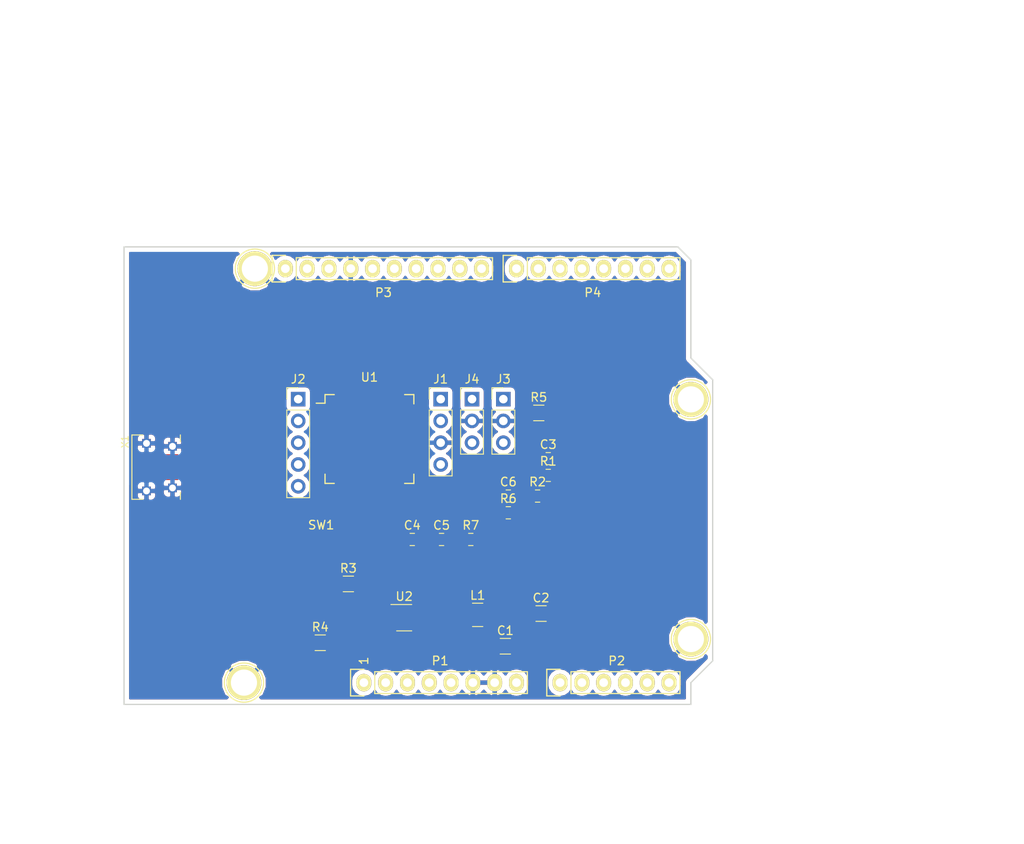
<source format=kicad_pcb>
(kicad_pcb (version 20171130) (host pcbnew 5.0.2+dfsg1-1)

  (general
    (thickness 1.6)
    (drawings 10)
    (tracks 0)
    (zones 0)
    (modules 30)
    (nets 74)
  )

  (page A4)
  (title_block
    (date "lun. 30 mars 2015")
  )

  (layers
    (0 F.Cu signal)
    (31 B.Cu signal)
    (36 B.SilkS user)
    (37 F.SilkS user)
    (38 B.Mask user)
    (39 F.Mask user)
    (44 Edge.Cuts user)
    (45 Margin user)
    (46 B.CrtYd user)
    (47 F.CrtYd user)
  )

  (setup
    (last_trace_width 0.1524)
    (trace_clearance 0.1524)
    (zone_clearance 0.508)
    (zone_45_only no)
    (trace_min 0.1524)
    (segment_width 0.15)
    (edge_width 0.15)
    (via_size 0.6858)
    (via_drill 0.3302)
    (via_min_size 0.508)
    (via_min_drill 0.254)
    (uvia_size 0.3)
    (uvia_drill 0.1)
    (uvias_allowed no)
    (uvia_min_size 0.2)
    (uvia_min_drill 0.1)
    (pcb_text_width 0.3)
    (pcb_text_size 1.5 1.5)
    (mod_edge_width 0.15)
    (mod_text_size 1 1)
    (mod_text_width 0.15)
    (pad_size 4.064 4.064)
    (pad_drill 3.048)
    (pad_to_mask_clearance 0.0508)
    (solder_mask_min_width 0.25)
    (aux_axis_origin 110.998 126.365)
    (grid_origin 110.998 126.365)
    (visible_elements FFFFFF7F)
    (pcbplotparams
      (layerselection 0x00030_80000001)
      (usegerberextensions false)
      (usegerberattributes false)
      (usegerberadvancedattributes false)
      (creategerberjobfile false)
      (excludeedgelayer true)
      (linewidth 0.100000)
      (plotframeref false)
      (viasonmask false)
      (mode 1)
      (useauxorigin false)
      (hpglpennumber 1)
      (hpglpenspeed 20)
      (hpglpendiameter 15.000000)
      (psnegative false)
      (psa4output false)
      (plotreference true)
      (plotvalue true)
      (plotinvisibletext false)
      (padsonsilk false)
      (subtractmaskfromsilk false)
      (outputformat 1)
      (mirror false)
      (drillshape 1)
      (scaleselection 1)
      (outputdirectory ""))
  )

  (net 0 "")
  (net 1 /IOREF)
  (net 2 /Reset)
  (net 3 +5V)
  (net 4 GND)
  (net 5 /A0)
  (net 6 /A1)
  (net 7 /A2)
  (net 8 /A3)
  (net 9 /AREF)
  (net 10 "/A4(SDA)")
  (net 11 "/A5(SCL)")
  (net 12 "/9(**)")
  (net 13 /8)
  (net 14 /7)
  (net 15 "/6(**)")
  (net 16 "/5(**)")
  (net 17 /4)
  (net 18 "/3(**)")
  (net 19 /2)
  (net 20 "/1(Tx)")
  (net 21 "/0(Rx)")
  (net 22 "/13(SCK)")
  (net 23 "/10(**/SS)")
  (net 24 "Net-(P1-Pad1)")
  (net 25 +3V3)
  (net 26 "/12(MISO)")
  (net 27 "/11(**/MOSI)")
  (net 28 "Net-(R1-Pad2)")
  (net 29 "Net-(X1-PadID)")
  (net 30 "Net-(R2-Pad2)")
  (net 31 /A4)
  (net 32 /A5)
  (net 33 "Net-(R3-Pad2)")
  (net 34 "Net-(R1-Pad1)")
  (net 35 "Net-(R2-Pad1)")
  (net 36 "Net-(L1-Pad2)")
  (net 37 "Net-(U1-Pad3)")
  (net 38 "Net-(U1-Pad4)")
  (net 39 "Net-(U1-Pad7)")
  (net 40 "Net-(U1-Pad10)")
  (net 41 "Net-(U1-Pad17)")
  (net 42 "Net-(U1-Pad18)")
  (net 43 "Net-(U1-Pad19)")
  (net 44 "Net-(J1-Pad4)")
  (net 45 "Net-(U1-Pad27)")
  (net 46 "Net-(U1-Pad28)")
  (net 47 "Net-(U1-Pad29)")
  (net 48 "Net-(U1-Pad30)")
  (net 49 "Net-(U1-Pad35)")
  (net 50 "Net-(U1-Pad36)")
  (net 51 "Net-(U1-Pad37)")
  (net 52 "Net-(J4-Pad3)")
  (net 53 "Net-(U1-Pad39)")
  (net 54 "Net-(U1-Pad40)")
  (net 55 "Net-(U1-Pad41)")
  (net 56 "Net-(U1-Pad42)")
  (net 57 "Net-(U1-Pad43)")
  (net 58 "Net-(U1-Pad44)")
  (net 59 "Net-(U1-Pad45)")
  (net 60 "Net-(J2-Pad3)")
  (net 61 "Net-(U1-Pad51)")
  (net 62 "Net-(J2-Pad2)")
  (net 63 "Net-(J2-Pad1)")
  (net 64 "Net-(U1-Pad54)")
  (net 65 "Net-(U1-Pad57)")
  (net 66 "Net-(U1-Pad58)")
  (net 67 "Net-(U1-Pad59)")
  (net 68 "Net-(U1-Pad60)")
  (net 69 "Net-(U1-Pad61)")
  (net 70 "Net-(U1-Pad62)")
  (net 71 "Net-(U1-Pad63)")
  (net 72 "Net-(J2-Pad4)")
  (net 73 "Net-(J2-Pad5)")

  (net_class Default "This is the default net class."
    (clearance 0.1524)
    (trace_width 0.1524)
    (via_dia 0.6858)
    (via_drill 0.3302)
    (uvia_dia 0.3)
    (uvia_drill 0.1)
    (add_net +3V3)
    (add_net +5V)
    (add_net "/0(Rx)")
    (add_net "/1(Tx)")
    (add_net "/10(**/SS)")
    (add_net "/11(**/MOSI)")
    (add_net "/12(MISO)")
    (add_net "/13(SCK)")
    (add_net /2)
    (add_net "/3(**)")
    (add_net /4)
    (add_net "/5(**)")
    (add_net "/6(**)")
    (add_net /7)
    (add_net /8)
    (add_net "/9(**)")
    (add_net /A0)
    (add_net /A1)
    (add_net /A2)
    (add_net /A3)
    (add_net /A4)
    (add_net "/A4(SDA)")
    (add_net /A5)
    (add_net "/A5(SCL)")
    (add_net /AREF)
    (add_net /IOREF)
    (add_net /Reset)
    (add_net GND)
    (add_net "Net-(J1-Pad4)")
    (add_net "Net-(J2-Pad1)")
    (add_net "Net-(J2-Pad2)")
    (add_net "Net-(J2-Pad3)")
    (add_net "Net-(J2-Pad4)")
    (add_net "Net-(J2-Pad5)")
    (add_net "Net-(J4-Pad3)")
    (add_net "Net-(L1-Pad2)")
    (add_net "Net-(P1-Pad1)")
    (add_net "Net-(R1-Pad1)")
    (add_net "Net-(R1-Pad2)")
    (add_net "Net-(R2-Pad1)")
    (add_net "Net-(R2-Pad2)")
    (add_net "Net-(R3-Pad2)")
    (add_net "Net-(U1-Pad10)")
    (add_net "Net-(U1-Pad17)")
    (add_net "Net-(U1-Pad18)")
    (add_net "Net-(U1-Pad19)")
    (add_net "Net-(U1-Pad27)")
    (add_net "Net-(U1-Pad28)")
    (add_net "Net-(U1-Pad29)")
    (add_net "Net-(U1-Pad3)")
    (add_net "Net-(U1-Pad30)")
    (add_net "Net-(U1-Pad35)")
    (add_net "Net-(U1-Pad36)")
    (add_net "Net-(U1-Pad37)")
    (add_net "Net-(U1-Pad39)")
    (add_net "Net-(U1-Pad4)")
    (add_net "Net-(U1-Pad40)")
    (add_net "Net-(U1-Pad41)")
    (add_net "Net-(U1-Pad42)")
    (add_net "Net-(U1-Pad43)")
    (add_net "Net-(U1-Pad44)")
    (add_net "Net-(U1-Pad45)")
    (add_net "Net-(U1-Pad51)")
    (add_net "Net-(U1-Pad54)")
    (add_net "Net-(U1-Pad57)")
    (add_net "Net-(U1-Pad58)")
    (add_net "Net-(U1-Pad59)")
    (add_net "Net-(U1-Pad60)")
    (add_net "Net-(U1-Pad61)")
    (add_net "Net-(U1-Pad62)")
    (add_net "Net-(U1-Pad63)")
    (add_net "Net-(U1-Pad7)")
    (add_net "Net-(X1-PadID)")
  )

  (module Capacitor_SMD:C_0805_2012Metric (layer F.Cu) (tedit 5B36C52B) (tstamp 5D7E3E2A)
    (at 160.418801 97.715801)
    (descr "Capacitor SMD 0805 (2012 Metric), square (rectangular) end terminal, IPC_7351 nominal, (Body size source: https://docs.google.com/spreadsheets/d/1BsfQQcO9C6DZCsRaXUlFlo91Tg2WpOkGARC1WS5S8t0/edit?usp=sharing), generated with kicad-footprint-generator")
    (tags capacitor)
    (path /5D515249)
    (attr smd)
    (fp_text reference C3 (at 0 -1.65) (layer F.SilkS)
      (effects (font (size 1 1) (thickness 0.15)))
    )
    (fp_text value 0.1uF (at 0 1.65) (layer F.Fab)
      (effects (font (size 1 1) (thickness 0.15)))
    )
    (fp_text user %R (at 0 0) (layer F.Fab)
      (effects (font (size 0.5 0.5) (thickness 0.08)))
    )
    (fp_line (start 1.68 0.95) (end -1.68 0.95) (layer F.CrtYd) (width 0.05))
    (fp_line (start 1.68 -0.95) (end 1.68 0.95) (layer F.CrtYd) (width 0.05))
    (fp_line (start -1.68 -0.95) (end 1.68 -0.95) (layer F.CrtYd) (width 0.05))
    (fp_line (start -1.68 0.95) (end -1.68 -0.95) (layer F.CrtYd) (width 0.05))
    (fp_line (start -0.258578 0.71) (end 0.258578 0.71) (layer F.SilkS) (width 0.12))
    (fp_line (start -0.258578 -0.71) (end 0.258578 -0.71) (layer F.SilkS) (width 0.12))
    (fp_line (start 1 0.6) (end -1 0.6) (layer F.Fab) (width 0.1))
    (fp_line (start 1 -0.6) (end 1 0.6) (layer F.Fab) (width 0.1))
    (fp_line (start -1 -0.6) (end 1 -0.6) (layer F.Fab) (width 0.1))
    (fp_line (start -1 0.6) (end -1 -0.6) (layer F.Fab) (width 0.1))
    (pad 2 smd roundrect (at 0.9375 0) (size 0.975 1.4) (layers F.Cu F.Paste F.Mask) (roundrect_rratio 0.25)
      (net 4 GND))
    (pad 1 smd roundrect (at -0.9375 0) (size 0.975 1.4) (layers F.Cu F.Paste F.Mask) (roundrect_rratio 0.25)
      (net 25 +3V3))
    (model ${KISYS3DMOD}/Capacitor_SMD.3dshapes/C_0805_2012Metric.wrl
      (at (xyz 0 0 0))
      (scale (xyz 1 1 1))
      (rotate (xyz 0 0 0))
    )
  )

  (module Capacitor_SMD:C_0805_2012Metric (layer F.Cu) (tedit 5B36C52B) (tstamp 5D7E3E19)
    (at 155.768801 102.075801)
    (descr "Capacitor SMD 0805 (2012 Metric), square (rectangular) end terminal, IPC_7351 nominal, (Body size source: https://docs.google.com/spreadsheets/d/1BsfQQcO9C6DZCsRaXUlFlo91Tg2WpOkGARC1WS5S8t0/edit?usp=sharing), generated with kicad-footprint-generator")
    (tags capacitor)
    (path /5D51547F)
    (attr smd)
    (fp_text reference C6 (at 0 -1.65) (layer F.SilkS)
      (effects (font (size 1 1) (thickness 0.15)))
    )
    (fp_text value 0.1uF (at 0 1.65) (layer F.Fab)
      (effects (font (size 1 1) (thickness 0.15)))
    )
    (fp_line (start -1 0.6) (end -1 -0.6) (layer F.Fab) (width 0.1))
    (fp_line (start -1 -0.6) (end 1 -0.6) (layer F.Fab) (width 0.1))
    (fp_line (start 1 -0.6) (end 1 0.6) (layer F.Fab) (width 0.1))
    (fp_line (start 1 0.6) (end -1 0.6) (layer F.Fab) (width 0.1))
    (fp_line (start -0.258578 -0.71) (end 0.258578 -0.71) (layer F.SilkS) (width 0.12))
    (fp_line (start -0.258578 0.71) (end 0.258578 0.71) (layer F.SilkS) (width 0.12))
    (fp_line (start -1.68 0.95) (end -1.68 -0.95) (layer F.CrtYd) (width 0.05))
    (fp_line (start -1.68 -0.95) (end 1.68 -0.95) (layer F.CrtYd) (width 0.05))
    (fp_line (start 1.68 -0.95) (end 1.68 0.95) (layer F.CrtYd) (width 0.05))
    (fp_line (start 1.68 0.95) (end -1.68 0.95) (layer F.CrtYd) (width 0.05))
    (fp_text user %R (at 0 0) (layer F.Fab)
      (effects (font (size 0.5 0.5) (thickness 0.08)))
    )
    (pad 1 smd roundrect (at -0.9375 0) (size 0.975 1.4) (layers F.Cu F.Paste F.Mask) (roundrect_rratio 0.25)
      (net 25 +3V3))
    (pad 2 smd roundrect (at 0.9375 0) (size 0.975 1.4) (layers F.Cu F.Paste F.Mask) (roundrect_rratio 0.25)
      (net 4 GND))
    (model ${KISYS3DMOD}/Capacitor_SMD.3dshapes/C_0805_2012Metric.wrl
      (at (xyz 0 0 0))
      (scale (xyz 1 1 1))
      (rotate (xyz 0 0 0))
    )
  )

  (module Capacitor_SMD:C_0805_2012Metric (layer F.Cu) (tedit 5B36C52B) (tstamp 5D7E3E08)
    (at 147.988801 107.135801)
    (descr "Capacitor SMD 0805 (2012 Metric), square (rectangular) end terminal, IPC_7351 nominal, (Body size source: https://docs.google.com/spreadsheets/d/1BsfQQcO9C6DZCsRaXUlFlo91Tg2WpOkGARC1WS5S8t0/edit?usp=sharing), generated with kicad-footprint-generator")
    (tags capacitor)
    (path /5D5153B0)
    (attr smd)
    (fp_text reference C5 (at 0 -1.65) (layer F.SilkS)
      (effects (font (size 1 1) (thickness 0.15)))
    )
    (fp_text value 0.1uF (at 0 1.65) (layer F.Fab)
      (effects (font (size 1 1) (thickness 0.15)))
    )
    (fp_text user %R (at 0 0) (layer F.Fab)
      (effects (font (size 0.5 0.5) (thickness 0.08)))
    )
    (fp_line (start 1.68 0.95) (end -1.68 0.95) (layer F.CrtYd) (width 0.05))
    (fp_line (start 1.68 -0.95) (end 1.68 0.95) (layer F.CrtYd) (width 0.05))
    (fp_line (start -1.68 -0.95) (end 1.68 -0.95) (layer F.CrtYd) (width 0.05))
    (fp_line (start -1.68 0.95) (end -1.68 -0.95) (layer F.CrtYd) (width 0.05))
    (fp_line (start -0.258578 0.71) (end 0.258578 0.71) (layer F.SilkS) (width 0.12))
    (fp_line (start -0.258578 -0.71) (end 0.258578 -0.71) (layer F.SilkS) (width 0.12))
    (fp_line (start 1 0.6) (end -1 0.6) (layer F.Fab) (width 0.1))
    (fp_line (start 1 -0.6) (end 1 0.6) (layer F.Fab) (width 0.1))
    (fp_line (start -1 -0.6) (end 1 -0.6) (layer F.Fab) (width 0.1))
    (fp_line (start -1 0.6) (end -1 -0.6) (layer F.Fab) (width 0.1))
    (pad 2 smd roundrect (at 0.9375 0) (size 0.975 1.4) (layers F.Cu F.Paste F.Mask) (roundrect_rratio 0.25)
      (net 4 GND))
    (pad 1 smd roundrect (at -0.9375 0) (size 0.975 1.4) (layers F.Cu F.Paste F.Mask) (roundrect_rratio 0.25)
      (net 25 +3V3))
    (model ${KISYS3DMOD}/Capacitor_SMD.3dshapes/C_0805_2012Metric.wrl
      (at (xyz 0 0 0))
      (scale (xyz 1 1 1))
      (rotate (xyz 0 0 0))
    )
  )

  (module Capacitor_SMD:C_0805_2012Metric (layer F.Cu) (tedit 5B36C52B) (tstamp 5D7E3DF7)
    (at 144.578801 107.135801)
    (descr "Capacitor SMD 0805 (2012 Metric), square (rectangular) end terminal, IPC_7351 nominal, (Body size source: https://docs.google.com/spreadsheets/d/1BsfQQcO9C6DZCsRaXUlFlo91Tg2WpOkGARC1WS5S8t0/edit?usp=sharing), generated with kicad-footprint-generator")
    (tags capacitor)
    (path /5D5152D6)
    (attr smd)
    (fp_text reference C4 (at 0 -1.65) (layer F.SilkS)
      (effects (font (size 1 1) (thickness 0.15)))
    )
    (fp_text value 0.1uF (at 0 1.65) (layer F.Fab)
      (effects (font (size 1 1) (thickness 0.15)))
    )
    (fp_line (start -1 0.6) (end -1 -0.6) (layer F.Fab) (width 0.1))
    (fp_line (start -1 -0.6) (end 1 -0.6) (layer F.Fab) (width 0.1))
    (fp_line (start 1 -0.6) (end 1 0.6) (layer F.Fab) (width 0.1))
    (fp_line (start 1 0.6) (end -1 0.6) (layer F.Fab) (width 0.1))
    (fp_line (start -0.258578 -0.71) (end 0.258578 -0.71) (layer F.SilkS) (width 0.12))
    (fp_line (start -0.258578 0.71) (end 0.258578 0.71) (layer F.SilkS) (width 0.12))
    (fp_line (start -1.68 0.95) (end -1.68 -0.95) (layer F.CrtYd) (width 0.05))
    (fp_line (start -1.68 -0.95) (end 1.68 -0.95) (layer F.CrtYd) (width 0.05))
    (fp_line (start 1.68 -0.95) (end 1.68 0.95) (layer F.CrtYd) (width 0.05))
    (fp_line (start 1.68 0.95) (end -1.68 0.95) (layer F.CrtYd) (width 0.05))
    (fp_text user %R (at 0 0) (layer F.Fab)
      (effects (font (size 0.5 0.5) (thickness 0.08)))
    )
    (pad 1 smd roundrect (at -0.9375 0) (size 0.975 1.4) (layers F.Cu F.Paste F.Mask) (roundrect_rratio 0.25)
      (net 25 +3V3))
    (pad 2 smd roundrect (at 0.9375 0) (size 0.975 1.4) (layers F.Cu F.Paste F.Mask) (roundrect_rratio 0.25)
      (net 4 GND))
    (model ${KISYS3DMOD}/Capacitor_SMD.3dshapes/C_0805_2012Metric.wrl
      (at (xyz 0 0 0))
      (scale (xyz 1 1 1))
      (rotate (xyz 0 0 0))
    )
  )

  (module Capacitor_SMD:C_1206_3216Metric (layer F.Cu) (tedit 5B301BBE) (tstamp 5D7E3DE6)
    (at 159.5852 115.7732)
    (descr "Capacitor SMD 1206 (3216 Metric), square (rectangular) end terminal, IPC_7351 nominal, (Body size source: http://www.tortai-tech.com/upload/download/2011102023233369053.pdf), generated with kicad-footprint-generator")
    (tags capacitor)
    (path /5D500AAC)
    (attr smd)
    (fp_text reference C2 (at 0 -1.82) (layer F.SilkS)
      (effects (font (size 1 1) (thickness 0.15)))
    )
    (fp_text value 10uF (at 0 1.82) (layer F.Fab)
      (effects (font (size 1 1) (thickness 0.15)))
    )
    (fp_text user %R (at 0 0) (layer F.Fab)
      (effects (font (size 0.8 0.8) (thickness 0.12)))
    )
    (fp_line (start 2.28 1.12) (end -2.28 1.12) (layer F.CrtYd) (width 0.05))
    (fp_line (start 2.28 -1.12) (end 2.28 1.12) (layer F.CrtYd) (width 0.05))
    (fp_line (start -2.28 -1.12) (end 2.28 -1.12) (layer F.CrtYd) (width 0.05))
    (fp_line (start -2.28 1.12) (end -2.28 -1.12) (layer F.CrtYd) (width 0.05))
    (fp_line (start -0.602064 0.91) (end 0.602064 0.91) (layer F.SilkS) (width 0.12))
    (fp_line (start -0.602064 -0.91) (end 0.602064 -0.91) (layer F.SilkS) (width 0.12))
    (fp_line (start 1.6 0.8) (end -1.6 0.8) (layer F.Fab) (width 0.1))
    (fp_line (start 1.6 -0.8) (end 1.6 0.8) (layer F.Fab) (width 0.1))
    (fp_line (start -1.6 -0.8) (end 1.6 -0.8) (layer F.Fab) (width 0.1))
    (fp_line (start -1.6 0.8) (end -1.6 -0.8) (layer F.Fab) (width 0.1))
    (pad 2 smd roundrect (at 1.4 0) (size 1.25 1.75) (layers F.Cu F.Paste F.Mask) (roundrect_rratio 0.2)
      (net 4 GND))
    (pad 1 smd roundrect (at -1.4 0) (size 1.25 1.75) (layers F.Cu F.Paste F.Mask) (roundrect_rratio 0.2)
      (net 25 +3V3))
    (model ${KISYS3DMOD}/Capacitor_SMD.3dshapes/C_1206_3216Metric.wrl
      (at (xyz 0 0 0))
      (scale (xyz 1 1 1))
      (rotate (xyz 0 0 0))
    )
  )

  (module Capacitor_SMD:C_1206_3216Metric (layer F.Cu) (tedit 5B301BBE) (tstamp 5D7E3DD5)
    (at 155.4226 119.5832)
    (descr "Capacitor SMD 1206 (3216 Metric), square (rectangular) end terminal, IPC_7351 nominal, (Body size source: http://www.tortai-tech.com/upload/download/2011102023233369053.pdf), generated with kicad-footprint-generator")
    (tags capacitor)
    (path /5D4FAACA)
    (attr smd)
    (fp_text reference C1 (at 0 -1.82) (layer F.SilkS)
      (effects (font (size 1 1) (thickness 0.15)))
    )
    (fp_text value 4.7uF (at 0 1.82) (layer F.Fab)
      (effects (font (size 1 1) (thickness 0.15)))
    )
    (fp_line (start -1.6 0.8) (end -1.6 -0.8) (layer F.Fab) (width 0.1))
    (fp_line (start -1.6 -0.8) (end 1.6 -0.8) (layer F.Fab) (width 0.1))
    (fp_line (start 1.6 -0.8) (end 1.6 0.8) (layer F.Fab) (width 0.1))
    (fp_line (start 1.6 0.8) (end -1.6 0.8) (layer F.Fab) (width 0.1))
    (fp_line (start -0.602064 -0.91) (end 0.602064 -0.91) (layer F.SilkS) (width 0.12))
    (fp_line (start -0.602064 0.91) (end 0.602064 0.91) (layer F.SilkS) (width 0.12))
    (fp_line (start -2.28 1.12) (end -2.28 -1.12) (layer F.CrtYd) (width 0.05))
    (fp_line (start -2.28 -1.12) (end 2.28 -1.12) (layer F.CrtYd) (width 0.05))
    (fp_line (start 2.28 -1.12) (end 2.28 1.12) (layer F.CrtYd) (width 0.05))
    (fp_line (start 2.28 1.12) (end -2.28 1.12) (layer F.CrtYd) (width 0.05))
    (fp_text user %R (at 0 0) (layer F.Fab)
      (effects (font (size 0.8 0.8) (thickness 0.12)))
    )
    (pad 1 smd roundrect (at -1.4 0) (size 1.25 1.75) (layers F.Cu F.Paste F.Mask) (roundrect_rratio 0.2)
      (net 3 +5V))
    (pad 2 smd roundrect (at 1.4 0) (size 1.25 1.75) (layers F.Cu F.Paste F.Mask) (roundrect_rratio 0.2)
      (net 4 GND))
    (model ${KISYS3DMOD}/Capacitor_SMD.3dshapes/C_1206_3216Metric.wrl
      (at (xyz 0 0 0))
      (scale (xyz 1 1 1))
      (rotate (xyz 0 0 0))
    )
  )

  (module Connector_PinHeader_2.54mm:PinHeader_1x03_P2.54mm_Vertical (layer F.Cu) (tedit 59FED5CC) (tstamp 5D7E3DC4)
    (at 155.188801 90.775801)
    (descr "Through hole straight pin header, 1x03, 2.54mm pitch, single row")
    (tags "Through hole pin header THT 1x03 2.54mm single row")
    (path /5D5D2A90)
    (fp_text reference J3 (at 0 -2.33) (layer F.SilkS)
      (effects (font (size 1 1) (thickness 0.15)))
    )
    (fp_text value ISP0_Sel (at 0 7.41) (layer F.Fab)
      (effects (font (size 1 1) (thickness 0.15)))
    )
    (fp_text user %R (at 0 2.54 90) (layer F.Fab)
      (effects (font (size 1 1) (thickness 0.15)))
    )
    (fp_line (start 1.8 -1.8) (end -1.8 -1.8) (layer F.CrtYd) (width 0.05))
    (fp_line (start 1.8 6.85) (end 1.8 -1.8) (layer F.CrtYd) (width 0.05))
    (fp_line (start -1.8 6.85) (end 1.8 6.85) (layer F.CrtYd) (width 0.05))
    (fp_line (start -1.8 -1.8) (end -1.8 6.85) (layer F.CrtYd) (width 0.05))
    (fp_line (start -1.33 -1.33) (end 0 -1.33) (layer F.SilkS) (width 0.12))
    (fp_line (start -1.33 0) (end -1.33 -1.33) (layer F.SilkS) (width 0.12))
    (fp_line (start -1.33 1.27) (end 1.33 1.27) (layer F.SilkS) (width 0.12))
    (fp_line (start 1.33 1.27) (end 1.33 6.41) (layer F.SilkS) (width 0.12))
    (fp_line (start -1.33 1.27) (end -1.33 6.41) (layer F.SilkS) (width 0.12))
    (fp_line (start -1.33 6.41) (end 1.33 6.41) (layer F.SilkS) (width 0.12))
    (fp_line (start -1.27 -0.635) (end -0.635 -1.27) (layer F.Fab) (width 0.1))
    (fp_line (start -1.27 6.35) (end -1.27 -0.635) (layer F.Fab) (width 0.1))
    (fp_line (start 1.27 6.35) (end -1.27 6.35) (layer F.Fab) (width 0.1))
    (fp_line (start 1.27 -1.27) (end 1.27 6.35) (layer F.Fab) (width 0.1))
    (fp_line (start -0.635 -1.27) (end 1.27 -1.27) (layer F.Fab) (width 0.1))
    (pad 3 thru_hole oval (at 0 5.08) (size 1.7 1.7) (drill 1) (layers *.Cu *.Mask)
      (net 7 /A2))
    (pad 2 thru_hole oval (at 0 2.54) (size 1.7 1.7) (drill 1) (layers *.Cu *.Mask)
      (net 4 GND))
    (pad 1 thru_hole rect (at 0 0) (size 1.7 1.7) (drill 1) (layers *.Cu *.Mask)
      (net 25 +3V3))
    (model ${KISYS3DMOD}/Connector_PinHeader_2.54mm.3dshapes/PinHeader_1x03_P2.54mm_Vertical.wrl
      (at (xyz 0 0 0))
      (scale (xyz 1 1 1))
      (rotate (xyz 0 0 0))
    )
  )

  (module Connector_PinHeader_2.54mm:PinHeader_1x03_P2.54mm_Vertical (layer F.Cu) (tedit 59FED5CC) (tstamp 5D7E3DAD)
    (at 151.538801 90.775801)
    (descr "Through hole straight pin header, 1x03, 2.54mm pitch, single row")
    (tags "Through hole pin header THT 1x03 2.54mm single row")
    (path /5D5EA74D)
    (fp_text reference J4 (at 0 -2.33) (layer F.SilkS)
      (effects (font (size 1 1) (thickness 0.15)))
    )
    (fp_text value ISP1_Sel (at 0 7.41) (layer F.Fab)
      (effects (font (size 1 1) (thickness 0.15)))
    )
    (fp_line (start -0.635 -1.27) (end 1.27 -1.27) (layer F.Fab) (width 0.1))
    (fp_line (start 1.27 -1.27) (end 1.27 6.35) (layer F.Fab) (width 0.1))
    (fp_line (start 1.27 6.35) (end -1.27 6.35) (layer F.Fab) (width 0.1))
    (fp_line (start -1.27 6.35) (end -1.27 -0.635) (layer F.Fab) (width 0.1))
    (fp_line (start -1.27 -0.635) (end -0.635 -1.27) (layer F.Fab) (width 0.1))
    (fp_line (start -1.33 6.41) (end 1.33 6.41) (layer F.SilkS) (width 0.12))
    (fp_line (start -1.33 1.27) (end -1.33 6.41) (layer F.SilkS) (width 0.12))
    (fp_line (start 1.33 1.27) (end 1.33 6.41) (layer F.SilkS) (width 0.12))
    (fp_line (start -1.33 1.27) (end 1.33 1.27) (layer F.SilkS) (width 0.12))
    (fp_line (start -1.33 0) (end -1.33 -1.33) (layer F.SilkS) (width 0.12))
    (fp_line (start -1.33 -1.33) (end 0 -1.33) (layer F.SilkS) (width 0.12))
    (fp_line (start -1.8 -1.8) (end -1.8 6.85) (layer F.CrtYd) (width 0.05))
    (fp_line (start -1.8 6.85) (end 1.8 6.85) (layer F.CrtYd) (width 0.05))
    (fp_line (start 1.8 6.85) (end 1.8 -1.8) (layer F.CrtYd) (width 0.05))
    (fp_line (start 1.8 -1.8) (end -1.8 -1.8) (layer F.CrtYd) (width 0.05))
    (fp_text user %R (at 0 2.54 90) (layer F.Fab)
      (effects (font (size 1 1) (thickness 0.15)))
    )
    (pad 1 thru_hole rect (at 0 0) (size 1.7 1.7) (drill 1) (layers *.Cu *.Mask)
      (net 25 +3V3))
    (pad 2 thru_hole oval (at 0 2.54) (size 1.7 1.7) (drill 1) (layers *.Cu *.Mask)
      (net 4 GND))
    (pad 3 thru_hole oval (at 0 5.08) (size 1.7 1.7) (drill 1) (layers *.Cu *.Mask)
      (net 52 "Net-(J4-Pad3)"))
    (model ${KISYS3DMOD}/Connector_PinHeader_2.54mm.3dshapes/PinHeader_1x03_P2.54mm_Vertical.wrl
      (at (xyz 0 0 0))
      (scale (xyz 1 1 1))
      (rotate (xyz 0 0 0))
    )
  )

  (module Connector_PinHeader_2.54mm:PinHeader_1x04_P2.54mm_Vertical (layer F.Cu) (tedit 59FED5CC) (tstamp 5D7E3D96)
    (at 147.888801 90.775801)
    (descr "Through hole straight pin header, 1x04, 2.54mm pitch, single row")
    (tags "Through hole pin header THT 1x04 2.54mm single row")
    (path /5D5B85FE)
    (fp_text reference J1 (at 0 -2.33) (layer F.SilkS)
      (effects (font (size 1 1) (thickness 0.15)))
    )
    (fp_text value VBUS_Sel (at 0 9.95) (layer F.Fab)
      (effects (font (size 1 1) (thickness 0.15)))
    )
    (fp_line (start -0.635 -1.27) (end 1.27 -1.27) (layer F.Fab) (width 0.1))
    (fp_line (start 1.27 -1.27) (end 1.27 8.89) (layer F.Fab) (width 0.1))
    (fp_line (start 1.27 8.89) (end -1.27 8.89) (layer F.Fab) (width 0.1))
    (fp_line (start -1.27 8.89) (end -1.27 -0.635) (layer F.Fab) (width 0.1))
    (fp_line (start -1.27 -0.635) (end -0.635 -1.27) (layer F.Fab) (width 0.1))
    (fp_line (start -1.33 8.95) (end 1.33 8.95) (layer F.SilkS) (width 0.12))
    (fp_line (start -1.33 1.27) (end -1.33 8.95) (layer F.SilkS) (width 0.12))
    (fp_line (start 1.33 1.27) (end 1.33 8.95) (layer F.SilkS) (width 0.12))
    (fp_line (start -1.33 1.27) (end 1.33 1.27) (layer F.SilkS) (width 0.12))
    (fp_line (start -1.33 0) (end -1.33 -1.33) (layer F.SilkS) (width 0.12))
    (fp_line (start -1.33 -1.33) (end 0 -1.33) (layer F.SilkS) (width 0.12))
    (fp_line (start -1.8 -1.8) (end -1.8 9.4) (layer F.CrtYd) (width 0.05))
    (fp_line (start -1.8 9.4) (end 1.8 9.4) (layer F.CrtYd) (width 0.05))
    (fp_line (start 1.8 9.4) (end 1.8 -1.8) (layer F.CrtYd) (width 0.05))
    (fp_line (start 1.8 -1.8) (end -1.8 -1.8) (layer F.CrtYd) (width 0.05))
    (fp_text user %R (at 0 3.81 90) (layer F.Fab)
      (effects (font (size 1 1) (thickness 0.15)))
    )
    (pad 1 thru_hole rect (at 0 0) (size 1.7 1.7) (drill 1) (layers *.Cu *.Mask)
      (net 3 +5V))
    (pad 2 thru_hole oval (at 0 2.54) (size 1.7 1.7) (drill 1) (layers *.Cu *.Mask)
      (net 25 +3V3))
    (pad 3 thru_hole oval (at 0 5.08) (size 1.7 1.7) (drill 1) (layers *.Cu *.Mask)
      (net 4 GND))
    (pad 4 thru_hole oval (at 0 7.62) (size 1.7 1.7) (drill 1) (layers *.Cu *.Mask)
      (net 44 "Net-(J1-Pad4)"))
    (model ${KISYS3DMOD}/Connector_PinHeader_2.54mm.3dshapes/PinHeader_1x04_P2.54mm_Vertical.wrl
      (at (xyz 0 0 0))
      (scale (xyz 1 1 1))
      (rotate (xyz 0 0 0))
    )
  )

  (module Connector_PinHeader_2.54mm:PinHeader_1x05_P2.54mm_Vertical (layer F.Cu) (tedit 59FED5CC) (tstamp 5D7E3D7E)
    (at 131.288801 90.775801)
    (descr "Through hole straight pin header, 1x05, 2.54mm pitch, single row")
    (tags "Through hole pin header THT 1x05 2.54mm single row")
    (path /5D58BB78)
    (fp_text reference J2 (at 0 -2.33) (layer F.SilkS)
      (effects (font (size 1 1) (thickness 0.15)))
    )
    (fp_text value Conn_01x05_Male (at 0 12.49) (layer F.Fab)
      (effects (font (size 1 1) (thickness 0.15)))
    )
    (fp_line (start -0.635 -1.27) (end 1.27 -1.27) (layer F.Fab) (width 0.1))
    (fp_line (start 1.27 -1.27) (end 1.27 11.43) (layer F.Fab) (width 0.1))
    (fp_line (start 1.27 11.43) (end -1.27 11.43) (layer F.Fab) (width 0.1))
    (fp_line (start -1.27 11.43) (end -1.27 -0.635) (layer F.Fab) (width 0.1))
    (fp_line (start -1.27 -0.635) (end -0.635 -1.27) (layer F.Fab) (width 0.1))
    (fp_line (start -1.33 11.49) (end 1.33 11.49) (layer F.SilkS) (width 0.12))
    (fp_line (start -1.33 1.27) (end -1.33 11.49) (layer F.SilkS) (width 0.12))
    (fp_line (start 1.33 1.27) (end 1.33 11.49) (layer F.SilkS) (width 0.12))
    (fp_line (start -1.33 1.27) (end 1.33 1.27) (layer F.SilkS) (width 0.12))
    (fp_line (start -1.33 0) (end -1.33 -1.33) (layer F.SilkS) (width 0.12))
    (fp_line (start -1.33 -1.33) (end 0 -1.33) (layer F.SilkS) (width 0.12))
    (fp_line (start -1.8 -1.8) (end -1.8 11.95) (layer F.CrtYd) (width 0.05))
    (fp_line (start -1.8 11.95) (end 1.8 11.95) (layer F.CrtYd) (width 0.05))
    (fp_line (start 1.8 11.95) (end 1.8 -1.8) (layer F.CrtYd) (width 0.05))
    (fp_line (start 1.8 -1.8) (end -1.8 -1.8) (layer F.CrtYd) (width 0.05))
    (fp_text user %R (at 0 5.08 90) (layer F.Fab)
      (effects (font (size 1 1) (thickness 0.15)))
    )
    (pad 1 thru_hole rect (at 0 0) (size 1.7 1.7) (drill 1) (layers *.Cu *.Mask)
      (net 63 "Net-(J2-Pad1)"))
    (pad 2 thru_hole oval (at 0 2.54) (size 1.7 1.7) (drill 1) (layers *.Cu *.Mask)
      (net 62 "Net-(J2-Pad2)"))
    (pad 3 thru_hole oval (at 0 5.08) (size 1.7 1.7) (drill 1) (layers *.Cu *.Mask)
      (net 60 "Net-(J2-Pad3)"))
    (pad 4 thru_hole oval (at 0 7.62) (size 1.7 1.7) (drill 1) (layers *.Cu *.Mask)
      (net 72 "Net-(J2-Pad4)"))
    (pad 5 thru_hole oval (at 0 10.16) (size 1.7 1.7) (drill 1) (layers *.Cu *.Mask)
      (net 73 "Net-(J2-Pad5)"))
    (model ${KISYS3DMOD}/Connector_PinHeader_2.54mm.3dshapes/PinHeader_1x05_P2.54mm_Vertical.wrl
      (at (xyz 0 0 0))
      (scale (xyz 1 1 1))
      (rotate (xyz 0 0 0))
    )
  )

  (module Inductor_SMD:L_1210_3225Metric (layer F.Cu) (tedit 5B301BBE) (tstamp 5D7E3D65)
    (at 152.1968 115.9256)
    (descr "Inductor SMD 1210 (3225 Metric), square (rectangular) end terminal, IPC_7351 nominal, (Body size source: http://www.tortai-tech.com/upload/download/2011102023233369053.pdf), generated with kicad-footprint-generator")
    (tags inductor)
    (path /5D4FCB63)
    (attr smd)
    (fp_text reference L1 (at 0 -2.28) (layer F.SilkS)
      (effects (font (size 1 1) (thickness 0.15)))
    )
    (fp_text value 2.2uH (at 0 2.28) (layer F.Fab)
      (effects (font (size 1 1) (thickness 0.15)))
    )
    (fp_line (start -1.6 1.25) (end -1.6 -1.25) (layer F.Fab) (width 0.1))
    (fp_line (start -1.6 -1.25) (end 1.6 -1.25) (layer F.Fab) (width 0.1))
    (fp_line (start 1.6 -1.25) (end 1.6 1.25) (layer F.Fab) (width 0.1))
    (fp_line (start 1.6 1.25) (end -1.6 1.25) (layer F.Fab) (width 0.1))
    (fp_line (start -0.602064 -1.36) (end 0.602064 -1.36) (layer F.SilkS) (width 0.12))
    (fp_line (start -0.602064 1.36) (end 0.602064 1.36) (layer F.SilkS) (width 0.12))
    (fp_line (start -2.28 1.58) (end -2.28 -1.58) (layer F.CrtYd) (width 0.05))
    (fp_line (start -2.28 -1.58) (end 2.28 -1.58) (layer F.CrtYd) (width 0.05))
    (fp_line (start 2.28 -1.58) (end 2.28 1.58) (layer F.CrtYd) (width 0.05))
    (fp_line (start 2.28 1.58) (end -2.28 1.58) (layer F.CrtYd) (width 0.05))
    (fp_text user %R (at 0 0) (layer F.Fab)
      (effects (font (size 0.8 0.8) (thickness 0.12)))
    )
    (pad 1 smd roundrect (at -1.4 0) (size 1.25 2.65) (layers F.Cu F.Paste F.Mask) (roundrect_rratio 0.2)
      (net 25 +3V3))
    (pad 2 smd roundrect (at 1.4 0) (size 1.25 2.65) (layers F.Cu F.Paste F.Mask) (roundrect_rratio 0.2)
      (net 36 "Net-(L1-Pad2)"))
    (model ${KISYS3DMOD}/Inductor_SMD.3dshapes/L_1210_3225Metric.wrl
      (at (xyz 0 0 0))
      (scale (xyz 1 1 1))
      (rotate (xyz 0 0 0))
    )
  )

  (module Package_QFP:LQFP-64_10x10mm_P0.5mm (layer F.Cu) (tedit 5A02F146) (tstamp 5D7E3D54)
    (at 139.588801 95.425801)
    (descr "64 LEAD LQFP 10x10mm (see MICREL LQFP10x10-64LD-PL-1.pdf)")
    (tags "QFP 0.5")
    (path /5D53359D)
    (attr smd)
    (fp_text reference U1 (at 0 -7.2) (layer F.SilkS)
      (effects (font (size 1 1) (thickness 0.15)))
    )
    (fp_text value LPC51u68 (at 0 7.2) (layer F.Fab)
      (effects (font (size 1 1) (thickness 0.15)))
    )
    (fp_text user %R (at 0 0) (layer F.Fab)
      (effects (font (size 1 1) (thickness 0.15)))
    )
    (fp_line (start -4 -5) (end 5 -5) (layer F.Fab) (width 0.15))
    (fp_line (start 5 -5) (end 5 5) (layer F.Fab) (width 0.15))
    (fp_line (start 5 5) (end -5 5) (layer F.Fab) (width 0.15))
    (fp_line (start -5 5) (end -5 -4) (layer F.Fab) (width 0.15))
    (fp_line (start -5 -4) (end -4 -5) (layer F.Fab) (width 0.15))
    (fp_line (start -6.45 -6.45) (end -6.45 6.45) (layer F.CrtYd) (width 0.05))
    (fp_line (start 6.45 -6.45) (end 6.45 6.45) (layer F.CrtYd) (width 0.05))
    (fp_line (start -6.45 -6.45) (end 6.45 -6.45) (layer F.CrtYd) (width 0.05))
    (fp_line (start -6.45 6.45) (end 6.45 6.45) (layer F.CrtYd) (width 0.05))
    (fp_line (start -5.175 -5.175) (end -5.175 -4.175) (layer F.SilkS) (width 0.15))
    (fp_line (start 5.175 -5.175) (end 5.175 -4.1) (layer F.SilkS) (width 0.15))
    (fp_line (start 5.175 5.175) (end 5.175 4.1) (layer F.SilkS) (width 0.15))
    (fp_line (start -5.175 5.175) (end -5.175 4.1) (layer F.SilkS) (width 0.15))
    (fp_line (start -5.175 -5.175) (end -4.1 -5.175) (layer F.SilkS) (width 0.15))
    (fp_line (start -5.175 5.175) (end -4.1 5.175) (layer F.SilkS) (width 0.15))
    (fp_line (start 5.175 5.175) (end 4.1 5.175) (layer F.SilkS) (width 0.15))
    (fp_line (start 5.175 -5.175) (end 4.1 -5.175) (layer F.SilkS) (width 0.15))
    (fp_line (start -5.175 -4.175) (end -6.2 -4.175) (layer F.SilkS) (width 0.15))
    (pad 1 smd rect (at -5.7 -3.75) (size 1 0.25) (layers F.Cu F.Paste F.Mask)
      (net 11 "/A5(SCL)"))
    (pad 2 smd rect (at -5.7 -3.25) (size 1 0.25) (layers F.Cu F.Paste F.Mask)
      (net 10 "/A4(SDA)"))
    (pad 3 smd rect (at -5.7 -2.75) (size 1 0.25) (layers F.Cu F.Paste F.Mask)
      (net 37 "Net-(U1-Pad3)"))
    (pad 4 smd rect (at -5.7 -2.25) (size 1 0.25) (layers F.Cu F.Paste F.Mask)
      (net 38 "Net-(U1-Pad4)"))
    (pad 5 smd rect (at -5.7 -1.75) (size 1 0.25) (layers F.Cu F.Paste F.Mask)
      (net 35 "Net-(R2-Pad1)"))
    (pad 6 smd rect (at -5.7 -1.25) (size 1 0.25) (layers F.Cu F.Paste F.Mask)
      (net 34 "Net-(R1-Pad1)"))
    (pad 7 smd rect (at -5.7 -0.75) (size 1 0.25) (layers F.Cu F.Paste F.Mask)
      (net 39 "Net-(U1-Pad7)"))
    (pad 8 smd rect (at -5.7 -0.25) (size 1 0.25) (layers F.Cu F.Paste F.Mask)
      (net 25 +3V3))
    (pad 9 smd rect (at -5.7 0.25) (size 1 0.25) (layers F.Cu F.Paste F.Mask)
      (net 4 GND))
    (pad 10 smd rect (at -5.7 0.75) (size 1 0.25) (layers F.Cu F.Paste F.Mask)
      (net 40 "Net-(U1-Pad10)"))
    (pad 11 smd rect (at -5.7 1.25) (size 1 0.25) (layers F.Cu F.Paste F.Mask)
      (net 5 /A0))
    (pad 12 smd rect (at -5.7 1.75) (size 1 0.25) (layers F.Cu F.Paste F.Mask)
      (net 6 /A1))
    (pad 13 smd rect (at -5.7 2.25) (size 1 0.25) (layers F.Cu F.Paste F.Mask)
      (net 7 /A2))
    (pad 14 smd rect (at -5.7 2.75) (size 1 0.25) (layers F.Cu F.Paste F.Mask)
      (net 8 /A3))
    (pad 15 smd rect (at -5.7 3.25) (size 1 0.25) (layers F.Cu F.Paste F.Mask)
      (net 31 /A4))
    (pad 16 smd rect (at -5.7 3.75) (size 1 0.25) (layers F.Cu F.Paste F.Mask)
      (net 32 /A5))
    (pad 17 smd rect (at -3.75 5.7 90) (size 1 0.25) (layers F.Cu F.Paste F.Mask)
      (net 41 "Net-(U1-Pad17)"))
    (pad 18 smd rect (at -3.25 5.7 90) (size 1 0.25) (layers F.Cu F.Paste F.Mask)
      (net 42 "Net-(U1-Pad18)"))
    (pad 19 smd rect (at -2.75 5.7 90) (size 1 0.25) (layers F.Cu F.Paste F.Mask)
      (net 43 "Net-(U1-Pad19)"))
    (pad 20 smd rect (at -2.25 5.7 90) (size 1 0.25) (layers F.Cu F.Paste F.Mask)
      (net 4 GND))
    (pad 21 smd rect (at -1.75 5.7 90) (size 1 0.25) (layers F.Cu F.Paste F.Mask)
      (net 4 GND))
    (pad 22 smd rect (at -1.25 5.7 90) (size 1 0.25) (layers F.Cu F.Paste F.Mask)
      (net 25 +3V3))
    (pad 23 smd rect (at -0.75 5.7 90) (size 1 0.25) (layers F.Cu F.Paste F.Mask)
      (net 25 +3V3))
    (pad 24 smd rect (at -0.25 5.7 90) (size 1 0.25) (layers F.Cu F.Paste F.Mask)
      (net 25 +3V3))
    (pad 25 smd rect (at 0.25 5.7 90) (size 1 0.25) (layers F.Cu F.Paste F.Mask)
      (net 4 GND))
    (pad 26 smd rect (at 0.75 5.7 90) (size 1 0.25) (layers F.Cu F.Paste F.Mask)
      (net 44 "Net-(J1-Pad4)"))
    (pad 27 smd rect (at 1.25 5.7 90) (size 1 0.25) (layers F.Cu F.Paste F.Mask)
      (net 45 "Net-(U1-Pad27)"))
    (pad 28 smd rect (at 1.75 5.7 90) (size 1 0.25) (layers F.Cu F.Paste F.Mask)
      (net 46 "Net-(U1-Pad28)"))
    (pad 29 smd rect (at 2.25 5.7 90) (size 1 0.25) (layers F.Cu F.Paste F.Mask)
      (net 47 "Net-(U1-Pad29)"))
    (pad 30 smd rect (at 2.75 5.7 90) (size 1 0.25) (layers F.Cu F.Paste F.Mask)
      (net 48 "Net-(U1-Pad30)"))
    (pad 31 smd rect (at 3.25 5.7 90) (size 1 0.25) (layers F.Cu F.Paste F.Mask)
      (net 20 "/1(Tx)"))
    (pad 32 smd rect (at 3.75 5.7 90) (size 1 0.25) (layers F.Cu F.Paste F.Mask)
      (net 21 "/0(Rx)"))
    (pad 33 smd rect (at 5.7 3.75) (size 1 0.25) (layers F.Cu F.Paste F.Mask)
      (net 4 GND))
    (pad 34 smd rect (at 5.7 3.25) (size 1 0.25) (layers F.Cu F.Paste F.Mask)
      (net 25 +3V3))
    (pad 35 smd rect (at 5.7 2.75) (size 1 0.25) (layers F.Cu F.Paste F.Mask)
      (net 49 "Net-(U1-Pad35)"))
    (pad 36 smd rect (at 5.7 2.25) (size 1 0.25) (layers F.Cu F.Paste F.Mask)
      (net 50 "Net-(U1-Pad36)"))
    (pad 37 smd rect (at 5.7 1.75) (size 1 0.25) (layers F.Cu F.Paste F.Mask)
      (net 51 "Net-(U1-Pad37)"))
    (pad 38 smd rect (at 5.7 1.25) (size 1 0.25) (layers F.Cu F.Paste F.Mask)
      (net 52 "Net-(J4-Pad3)"))
    (pad 39 smd rect (at 5.7 0.75) (size 1 0.25) (layers F.Cu F.Paste F.Mask)
      (net 53 "Net-(U1-Pad39)"))
    (pad 40 smd rect (at 5.7 0.25) (size 1 0.25) (layers F.Cu F.Paste F.Mask)
      (net 54 "Net-(U1-Pad40)"))
    (pad 41 smd rect (at 5.7 -0.25) (size 1 0.25) (layers F.Cu F.Paste F.Mask)
      (net 55 "Net-(U1-Pad41)"))
    (pad 42 smd rect (at 5.7 -0.75) (size 1 0.25) (layers F.Cu F.Paste F.Mask)
      (net 56 "Net-(U1-Pad42)"))
    (pad 43 smd rect (at 5.7 -1.25) (size 1 0.25) (layers F.Cu F.Paste F.Mask)
      (net 57 "Net-(U1-Pad43)"))
    (pad 44 smd rect (at 5.7 -1.75) (size 1 0.25) (layers F.Cu F.Paste F.Mask)
      (net 58 "Net-(U1-Pad44)"))
    (pad 45 smd rect (at 5.7 -2.25) (size 1 0.25) (layers F.Cu F.Paste F.Mask)
      (net 59 "Net-(U1-Pad45)"))
    (pad 46 smd rect (at 5.7 -2.75) (size 1 0.25) (layers F.Cu F.Paste F.Mask)
      (net 22 "/13(SCK)"))
    (pad 47 smd rect (at 5.7 -3.25) (size 1 0.25) (layers F.Cu F.Paste F.Mask)
      (net 27 "/11(**/MOSI)"))
    (pad 48 smd rect (at 5.7 -3.75) (size 1 0.25) (layers F.Cu F.Paste F.Mask)
      (net 26 "/12(MISO)"))
    (pad 49 smd rect (at 3.75 -5.7 90) (size 1 0.25) (layers F.Cu F.Paste F.Mask)
      (net 23 "/10(**/SS)"))
    (pad 50 smd rect (at 3.25 -5.7 90) (size 1 0.25) (layers F.Cu F.Paste F.Mask)
      (net 60 "Net-(J2-Pad3)"))
    (pad 51 smd rect (at 2.75 -5.7 90) (size 1 0.25) (layers F.Cu F.Paste F.Mask)
      (net 61 "Net-(U1-Pad51)"))
    (pad 52 smd rect (at 2.25 -5.7 90) (size 1 0.25) (layers F.Cu F.Paste F.Mask)
      (net 62 "Net-(J2-Pad2)"))
    (pad 53 smd rect (at 1.75 -5.7 90) (size 1 0.25) (layers F.Cu F.Paste F.Mask)
      (net 63 "Net-(J2-Pad1)"))
    (pad 54 smd rect (at 1.25 -5.7 90) (size 1 0.25) (layers F.Cu F.Paste F.Mask)
      (net 64 "Net-(U1-Pad54)"))
    (pad 55 smd rect (at 0.75 -5.7 90) (size 1 0.25) (layers F.Cu F.Paste F.Mask)
      (net 4 GND))
    (pad 56 smd rect (at 0.25 -5.7 90) (size 1 0.25) (layers F.Cu F.Paste F.Mask)
      (net 25 +3V3))
    (pad 57 smd rect (at -0.25 -5.7 90) (size 1 0.25) (layers F.Cu F.Paste F.Mask)
      (net 65 "Net-(U1-Pad57)"))
    (pad 58 smd rect (at -0.75 -5.7 90) (size 1 0.25) (layers F.Cu F.Paste F.Mask)
      (net 66 "Net-(U1-Pad58)"))
    (pad 59 smd rect (at -1.25 -5.7 90) (size 1 0.25) (layers F.Cu F.Paste F.Mask)
      (net 67 "Net-(U1-Pad59)"))
    (pad 60 smd rect (at -1.75 -5.7 90) (size 1 0.25) (layers F.Cu F.Paste F.Mask)
      (net 68 "Net-(U1-Pad60)"))
    (pad 61 smd rect (at -2.25 -5.7 90) (size 1 0.25) (layers F.Cu F.Paste F.Mask)
      (net 69 "Net-(U1-Pad61)"))
    (pad 62 smd rect (at -2.75 -5.7 90) (size 1 0.25) (layers F.Cu F.Paste F.Mask)
      (net 70 "Net-(U1-Pad62)"))
    (pad 63 smd rect (at -3.25 -5.7 90) (size 1 0.25) (layers F.Cu F.Paste F.Mask)
      (net 71 "Net-(U1-Pad63)"))
    (pad 64 smd rect (at -3.75 -5.7 90) (size 1 0.25) (layers F.Cu F.Paste F.Mask)
      (net 2 /Reset))
    (model ${KISYS3DMOD}/Package_QFP.3dshapes/LQFP-64_10x10mm_P0.5mm.wrl
      (at (xyz 0 0 0))
      (scale (xyz 1 1 1))
      (rotate (xyz 0 0 0))
    )
  )

  (module Package_TO_SOT_SMD:TSOT-23-5 (layer F.Cu) (tedit 5A02FF57) (tstamp 5D7E3CFD)
    (at 143.637 116.2304)
    (descr "5-pin TSOT23 package, http://cds.linear.com/docs/en/packaging/SOT_5_05-08-1635.pdf")
    (tags TSOT-23-5)
    (path /5D4F5F3D)
    (attr smd)
    (fp_text reference U2 (at 0 -2.45) (layer F.SilkS)
      (effects (font (size 1 1) (thickness 0.15)))
    )
    (fp_text value LTC3406ES5 (at 0 2.5) (layer F.Fab)
      (effects (font (size 1 1) (thickness 0.15)))
    )
    (fp_text user %R (at 0 0 90) (layer F.Fab)
      (effects (font (size 0.5 0.5) (thickness 0.075)))
    )
    (fp_line (start -0.88 1.56) (end 0.88 1.56) (layer F.SilkS) (width 0.12))
    (fp_line (start 0.88 -1.51) (end -1.55 -1.51) (layer F.SilkS) (width 0.12))
    (fp_line (start -0.88 -1) (end -0.43 -1.45) (layer F.Fab) (width 0.1))
    (fp_line (start 0.88 -1.45) (end -0.43 -1.45) (layer F.Fab) (width 0.1))
    (fp_line (start -0.88 -1) (end -0.88 1.45) (layer F.Fab) (width 0.1))
    (fp_line (start 0.88 1.45) (end -0.88 1.45) (layer F.Fab) (width 0.1))
    (fp_line (start 0.88 -1.45) (end 0.88 1.45) (layer F.Fab) (width 0.1))
    (fp_line (start -2.17 -1.7) (end 2.17 -1.7) (layer F.CrtYd) (width 0.05))
    (fp_line (start -2.17 -1.7) (end -2.17 1.7) (layer F.CrtYd) (width 0.05))
    (fp_line (start 2.17 1.7) (end 2.17 -1.7) (layer F.CrtYd) (width 0.05))
    (fp_line (start 2.17 1.7) (end -2.17 1.7) (layer F.CrtYd) (width 0.05))
    (pad 1 smd rect (at -1.31 -0.95) (size 1.22 0.65) (layers F.Cu F.Paste F.Mask)
      (net 3 +5V))
    (pad 2 smd rect (at -1.31 0) (size 1.22 0.65) (layers F.Cu F.Paste F.Mask)
      (net 4 GND))
    (pad 3 smd rect (at -1.31 0.95) (size 1.22 0.65) (layers F.Cu F.Paste F.Mask)
      (net 36 "Net-(L1-Pad2)"))
    (pad 4 smd rect (at 1.31 0.95) (size 1.22 0.65) (layers F.Cu F.Paste F.Mask)
      (net 3 +5V))
    (pad 5 smd rect (at 1.31 -0.95) (size 1.22 0.65) (layers F.Cu F.Paste F.Mask)
      (net 33 "Net-(R3-Pad2)"))
    (model ${KISYS3DMOD}/Package_TO_SOT_SMD.3dshapes/TSOT-23-5.wrl
      (at (xyz 0 0 0))
      (scale (xyz 1 1 1))
      (rotate (xyz 0 0 0))
    )
  )

  (module Resistor_SMD:R_0805_2012Metric (layer F.Cu) (tedit 5B36C52B) (tstamp 5D7E3CE8)
    (at 151.398801 107.135801)
    (descr "Resistor SMD 0805 (2012 Metric), square (rectangular) end terminal, IPC_7351 nominal, (Body size source: https://docs.google.com/spreadsheets/d/1BsfQQcO9C6DZCsRaXUlFlo91Tg2WpOkGARC1WS5S8t0/edit?usp=sharing), generated with kicad-footprint-generator")
    (tags resistor)
    (path /5D759EF9)
    (attr smd)
    (fp_text reference R7 (at 0 -1.65) (layer F.SilkS)
      (effects (font (size 1 1) (thickness 0.15)))
    )
    (fp_text value 2.2kohm (at 0 1.65) (layer F.Fab)
      (effects (font (size 1 1) (thickness 0.15)))
    )
    (fp_text user %R (at 0 0) (layer F.Fab)
      (effects (font (size 0.5 0.5) (thickness 0.08)))
    )
    (fp_line (start 1.68 0.95) (end -1.68 0.95) (layer F.CrtYd) (width 0.05))
    (fp_line (start 1.68 -0.95) (end 1.68 0.95) (layer F.CrtYd) (width 0.05))
    (fp_line (start -1.68 -0.95) (end 1.68 -0.95) (layer F.CrtYd) (width 0.05))
    (fp_line (start -1.68 0.95) (end -1.68 -0.95) (layer F.CrtYd) (width 0.05))
    (fp_line (start -0.258578 0.71) (end 0.258578 0.71) (layer F.SilkS) (width 0.12))
    (fp_line (start -0.258578 -0.71) (end 0.258578 -0.71) (layer F.SilkS) (width 0.12))
    (fp_line (start 1 0.6) (end -1 0.6) (layer F.Fab) (width 0.1))
    (fp_line (start 1 -0.6) (end 1 0.6) (layer F.Fab) (width 0.1))
    (fp_line (start -1 -0.6) (end 1 -0.6) (layer F.Fab) (width 0.1))
    (fp_line (start -1 0.6) (end -1 -0.6) (layer F.Fab) (width 0.1))
    (pad 2 smd roundrect (at 0.9375 0) (size 0.975 1.4) (layers F.Cu F.Paste F.Mask) (roundrect_rratio 0.25)
      (net 10 "/A4(SDA)"))
    (pad 1 smd roundrect (at -0.9375 0) (size 0.975 1.4) (layers F.Cu F.Paste F.Mask) (roundrect_rratio 0.25)
      (net 25 +3V3))
    (model ${KISYS3DMOD}/Resistor_SMD.3dshapes/R_0805_2012Metric.wrl
      (at (xyz 0 0 0))
      (scale (xyz 1 1 1))
      (rotate (xyz 0 0 0))
    )
  )

  (module Resistor_SMD:R_0805_2012Metric (layer F.Cu) (tedit 5B36C52B) (tstamp 5D7E3CD7)
    (at 155.768801 104.025801)
    (descr "Resistor SMD 0805 (2012 Metric), square (rectangular) end terminal, IPC_7351 nominal, (Body size source: https://docs.google.com/spreadsheets/d/1BsfQQcO9C6DZCsRaXUlFlo91Tg2WpOkGARC1WS5S8t0/edit?usp=sharing), generated with kicad-footprint-generator")
    (tags resistor)
    (path /5D759E2C)
    (attr smd)
    (fp_text reference R6 (at 0 -1.65) (layer F.SilkS)
      (effects (font (size 1 1) (thickness 0.15)))
    )
    (fp_text value 2.2kohm (at 0 1.65) (layer F.Fab)
      (effects (font (size 1 1) (thickness 0.15)))
    )
    (fp_line (start -1 0.6) (end -1 -0.6) (layer F.Fab) (width 0.1))
    (fp_line (start -1 -0.6) (end 1 -0.6) (layer F.Fab) (width 0.1))
    (fp_line (start 1 -0.6) (end 1 0.6) (layer F.Fab) (width 0.1))
    (fp_line (start 1 0.6) (end -1 0.6) (layer F.Fab) (width 0.1))
    (fp_line (start -0.258578 -0.71) (end 0.258578 -0.71) (layer F.SilkS) (width 0.12))
    (fp_line (start -0.258578 0.71) (end 0.258578 0.71) (layer F.SilkS) (width 0.12))
    (fp_line (start -1.68 0.95) (end -1.68 -0.95) (layer F.CrtYd) (width 0.05))
    (fp_line (start -1.68 -0.95) (end 1.68 -0.95) (layer F.CrtYd) (width 0.05))
    (fp_line (start 1.68 -0.95) (end 1.68 0.95) (layer F.CrtYd) (width 0.05))
    (fp_line (start 1.68 0.95) (end -1.68 0.95) (layer F.CrtYd) (width 0.05))
    (fp_text user %R (at 0 0) (layer F.Fab)
      (effects (font (size 0.5 0.5) (thickness 0.08)))
    )
    (pad 1 smd roundrect (at -0.9375 0) (size 0.975 1.4) (layers F.Cu F.Paste F.Mask) (roundrect_rratio 0.25)
      (net 25 +3V3))
    (pad 2 smd roundrect (at 0.9375 0) (size 0.975 1.4) (layers F.Cu F.Paste F.Mask) (roundrect_rratio 0.25)
      (net 11 "/A5(SCL)"))
    (model ${KISYS3DMOD}/Resistor_SMD.3dshapes/R_0805_2012Metric.wrl
      (at (xyz 0 0 0))
      (scale (xyz 1 1 1))
      (rotate (xyz 0 0 0))
    )
  )

  (module Resistor_SMD:R_0805_2012Metric (layer F.Cu) (tedit 5B36C52B) (tstamp 5D7E3CC6)
    (at 159.178801 102.075801)
    (descr "Resistor SMD 0805 (2012 Metric), square (rectangular) end terminal, IPC_7351 nominal, (Body size source: https://docs.google.com/spreadsheets/d/1BsfQQcO9C6DZCsRaXUlFlo91Tg2WpOkGARC1WS5S8t0/edit?usp=sharing), generated with kicad-footprint-generator")
    (tags resistor)
    (path /5D533407)
    (attr smd)
    (fp_text reference R2 (at 0 -1.65) (layer F.SilkS)
      (effects (font (size 1 1) (thickness 0.15)))
    )
    (fp_text value "33 ohm" (at 0 1.65) (layer F.Fab)
      (effects (font (size 1 1) (thickness 0.15)))
    )
    (fp_text user %R (at 0 0) (layer F.Fab)
      (effects (font (size 0.5 0.5) (thickness 0.08)))
    )
    (fp_line (start 1.68 0.95) (end -1.68 0.95) (layer F.CrtYd) (width 0.05))
    (fp_line (start 1.68 -0.95) (end 1.68 0.95) (layer F.CrtYd) (width 0.05))
    (fp_line (start -1.68 -0.95) (end 1.68 -0.95) (layer F.CrtYd) (width 0.05))
    (fp_line (start -1.68 0.95) (end -1.68 -0.95) (layer F.CrtYd) (width 0.05))
    (fp_line (start -0.258578 0.71) (end 0.258578 0.71) (layer F.SilkS) (width 0.12))
    (fp_line (start -0.258578 -0.71) (end 0.258578 -0.71) (layer F.SilkS) (width 0.12))
    (fp_line (start 1 0.6) (end -1 0.6) (layer F.Fab) (width 0.1))
    (fp_line (start 1 -0.6) (end 1 0.6) (layer F.Fab) (width 0.1))
    (fp_line (start -1 -0.6) (end 1 -0.6) (layer F.Fab) (width 0.1))
    (fp_line (start -1 0.6) (end -1 -0.6) (layer F.Fab) (width 0.1))
    (pad 2 smd roundrect (at 0.9375 0) (size 0.975 1.4) (layers F.Cu F.Paste F.Mask) (roundrect_rratio 0.25)
      (net 30 "Net-(R2-Pad2)"))
    (pad 1 smd roundrect (at -0.9375 0) (size 0.975 1.4) (layers F.Cu F.Paste F.Mask) (roundrect_rratio 0.25)
      (net 35 "Net-(R2-Pad1)"))
    (model ${KISYS3DMOD}/Resistor_SMD.3dshapes/R_0805_2012Metric.wrl
      (at (xyz 0 0 0))
      (scale (xyz 1 1 1))
      (rotate (xyz 0 0 0))
    )
  )

  (module Resistor_SMD:R_0805_2012Metric (layer F.Cu) (tedit 5B36C52B) (tstamp 5D7E3CB5)
    (at 160.418801 99.665801)
    (descr "Resistor SMD 0805 (2012 Metric), square (rectangular) end terminal, IPC_7351 nominal, (Body size source: https://docs.google.com/spreadsheets/d/1BsfQQcO9C6DZCsRaXUlFlo91Tg2WpOkGARC1WS5S8t0/edit?usp=sharing), generated with kicad-footprint-generator")
    (tags resistor)
    (path /5D5333A4)
    (attr smd)
    (fp_text reference R1 (at 0 -1.65) (layer F.SilkS)
      (effects (font (size 1 1) (thickness 0.15)))
    )
    (fp_text value "33 ohm" (at 0 1.65) (layer F.Fab)
      (effects (font (size 1 1) (thickness 0.15)))
    )
    (fp_line (start -1 0.6) (end -1 -0.6) (layer F.Fab) (width 0.1))
    (fp_line (start -1 -0.6) (end 1 -0.6) (layer F.Fab) (width 0.1))
    (fp_line (start 1 -0.6) (end 1 0.6) (layer F.Fab) (width 0.1))
    (fp_line (start 1 0.6) (end -1 0.6) (layer F.Fab) (width 0.1))
    (fp_line (start -0.258578 -0.71) (end 0.258578 -0.71) (layer F.SilkS) (width 0.12))
    (fp_line (start -0.258578 0.71) (end 0.258578 0.71) (layer F.SilkS) (width 0.12))
    (fp_line (start -1.68 0.95) (end -1.68 -0.95) (layer F.CrtYd) (width 0.05))
    (fp_line (start -1.68 -0.95) (end 1.68 -0.95) (layer F.CrtYd) (width 0.05))
    (fp_line (start 1.68 -0.95) (end 1.68 0.95) (layer F.CrtYd) (width 0.05))
    (fp_line (start 1.68 0.95) (end -1.68 0.95) (layer F.CrtYd) (width 0.05))
    (fp_text user %R (at 0 0) (layer F.Fab)
      (effects (font (size 0.5 0.5) (thickness 0.08)))
    )
    (pad 1 smd roundrect (at -0.9375 0) (size 0.975 1.4) (layers F.Cu F.Paste F.Mask) (roundrect_rratio 0.25)
      (net 34 "Net-(R1-Pad1)"))
    (pad 2 smd roundrect (at 0.9375 0) (size 0.975 1.4) (layers F.Cu F.Paste F.Mask) (roundrect_rratio 0.25)
      (net 28 "Net-(R1-Pad2)"))
    (model ${KISYS3DMOD}/Resistor_SMD.3dshapes/R_0805_2012Metric.wrl
      (at (xyz 0 0 0))
      (scale (xyz 1 1 1))
      (rotate (xyz 0 0 0))
    )
  )

  (module Resistor_SMD:R_1206_3216Metric (layer F.Cu) (tedit 5B301BBD) (tstamp 5D7E3CA4)
    (at 133.858 119.1768)
    (descr "Resistor SMD 1206 (3216 Metric), square (rectangular) end terminal, IPC_7351 nominal, (Body size source: http://www.tortai-tech.com/upload/download/2011102023233369053.pdf), generated with kicad-footprint-generator")
    (tags resistor)
    (path /5D500BB4)
    (attr smd)
    (fp_text reference R4 (at 0 -1.82) (layer F.SilkS)
      (effects (font (size 1 1) (thickness 0.15)))
    )
    (fp_text value 100kohm (at 0 1.82) (layer F.Fab)
      (effects (font (size 1 1) (thickness 0.15)))
    )
    (fp_line (start -1.6 0.8) (end -1.6 -0.8) (layer F.Fab) (width 0.1))
    (fp_line (start -1.6 -0.8) (end 1.6 -0.8) (layer F.Fab) (width 0.1))
    (fp_line (start 1.6 -0.8) (end 1.6 0.8) (layer F.Fab) (width 0.1))
    (fp_line (start 1.6 0.8) (end -1.6 0.8) (layer F.Fab) (width 0.1))
    (fp_line (start -0.602064 -0.91) (end 0.602064 -0.91) (layer F.SilkS) (width 0.12))
    (fp_line (start -0.602064 0.91) (end 0.602064 0.91) (layer F.SilkS) (width 0.12))
    (fp_line (start -2.28 1.12) (end -2.28 -1.12) (layer F.CrtYd) (width 0.05))
    (fp_line (start -2.28 -1.12) (end 2.28 -1.12) (layer F.CrtYd) (width 0.05))
    (fp_line (start 2.28 -1.12) (end 2.28 1.12) (layer F.CrtYd) (width 0.05))
    (fp_line (start 2.28 1.12) (end -2.28 1.12) (layer F.CrtYd) (width 0.05))
    (fp_text user %R (at 0 0) (layer F.Fab)
      (effects (font (size 0.8 0.8) (thickness 0.12)))
    )
    (pad 1 smd roundrect (at -1.4 0) (size 1.25 1.75) (layers F.Cu F.Paste F.Mask) (roundrect_rratio 0.2)
      (net 33 "Net-(R3-Pad2)"))
    (pad 2 smd roundrect (at 1.4 0) (size 1.25 1.75) (layers F.Cu F.Paste F.Mask) (roundrect_rratio 0.2)
      (net 4 GND))
    (model ${KISYS3DMOD}/Resistor_SMD.3dshapes/R_1206_3216Metric.wrl
      (at (xyz 0 0 0))
      (scale (xyz 1 1 1))
      (rotate (xyz 0 0 0))
    )
  )

  (module Resistor_SMD:R_1206_3216Metric (layer F.Cu) (tedit 5B301BBD) (tstamp 5D7E4085)
    (at 137.1346 112.3188)
    (descr "Resistor SMD 1206 (3216 Metric), square (rectangular) end terminal, IPC_7351 nominal, (Body size source: http://www.tortai-tech.com/upload/download/2011102023233369053.pdf), generated with kicad-footprint-generator")
    (tags resistor)
    (path /5D500B3D)
    (attr smd)
    (fp_text reference R3 (at 0 -1.82) (layer F.SilkS)
      (effects (font (size 1 1) (thickness 0.15)))
    )
    (fp_text value 450kohm (at 0 1.82) (layer F.Fab)
      (effects (font (size 1 1) (thickness 0.15)))
    )
    (fp_text user %R (at 0 0) (layer F.Fab)
      (effects (font (size 0.8 0.8) (thickness 0.12)))
    )
    (fp_line (start 2.28 1.12) (end -2.28 1.12) (layer F.CrtYd) (width 0.05))
    (fp_line (start 2.28 -1.12) (end 2.28 1.12) (layer F.CrtYd) (width 0.05))
    (fp_line (start -2.28 -1.12) (end 2.28 -1.12) (layer F.CrtYd) (width 0.05))
    (fp_line (start -2.28 1.12) (end -2.28 -1.12) (layer F.CrtYd) (width 0.05))
    (fp_line (start -0.602064 0.91) (end 0.602064 0.91) (layer F.SilkS) (width 0.12))
    (fp_line (start -0.602064 -0.91) (end 0.602064 -0.91) (layer F.SilkS) (width 0.12))
    (fp_line (start 1.6 0.8) (end -1.6 0.8) (layer F.Fab) (width 0.1))
    (fp_line (start 1.6 -0.8) (end 1.6 0.8) (layer F.Fab) (width 0.1))
    (fp_line (start -1.6 -0.8) (end 1.6 -0.8) (layer F.Fab) (width 0.1))
    (fp_line (start -1.6 0.8) (end -1.6 -0.8) (layer F.Fab) (width 0.1))
    (pad 2 smd roundrect (at 1.4 0) (size 1.25 1.75) (layers F.Cu F.Paste F.Mask) (roundrect_rratio 0.2)
      (net 33 "Net-(R3-Pad2)"))
    (pad 1 smd roundrect (at -1.4 0) (size 1.25 1.75) (layers F.Cu F.Paste F.Mask) (roundrect_rratio 0.2)
      (net 25 +3V3))
    (model ${KISYS3DMOD}/Resistor_SMD.3dshapes/R_1206_3216Metric.wrl
      (at (xyz 0 0 0))
      (scale (xyz 1 1 1))
      (rotate (xyz 0 0 0))
    )
  )

  (module Resistor_SMD:R_1206_3216Metric (layer F.Cu) (tedit 5B301BBD) (tstamp 5D7E3C82)
    (at 159.318801 92.385801)
    (descr "Resistor SMD 1206 (3216 Metric), square (rectangular) end terminal, IPC_7351 nominal, (Body size source: http://www.tortai-tech.com/upload/download/2011102023233369053.pdf), generated with kicad-footprint-generator")
    (tags resistor)
    (path /5D533008)
    (attr smd)
    (fp_text reference R5 (at 0 -1.82) (layer F.SilkS)
      (effects (font (size 1 1) (thickness 0.15)))
    )
    (fp_text value 100kohm (at 0 1.82) (layer F.Fab)
      (effects (font (size 1 1) (thickness 0.15)))
    )
    (fp_line (start -1.6 0.8) (end -1.6 -0.8) (layer F.Fab) (width 0.1))
    (fp_line (start -1.6 -0.8) (end 1.6 -0.8) (layer F.Fab) (width 0.1))
    (fp_line (start 1.6 -0.8) (end 1.6 0.8) (layer F.Fab) (width 0.1))
    (fp_line (start 1.6 0.8) (end -1.6 0.8) (layer F.Fab) (width 0.1))
    (fp_line (start -0.602064 -0.91) (end 0.602064 -0.91) (layer F.SilkS) (width 0.12))
    (fp_line (start -0.602064 0.91) (end 0.602064 0.91) (layer F.SilkS) (width 0.12))
    (fp_line (start -2.28 1.12) (end -2.28 -1.12) (layer F.CrtYd) (width 0.05))
    (fp_line (start -2.28 -1.12) (end 2.28 -1.12) (layer F.CrtYd) (width 0.05))
    (fp_line (start 2.28 -1.12) (end 2.28 1.12) (layer F.CrtYd) (width 0.05))
    (fp_line (start 2.28 1.12) (end -2.28 1.12) (layer F.CrtYd) (width 0.05))
    (fp_text user %R (at 0 0) (layer F.Fab)
      (effects (font (size 0.8 0.8) (thickness 0.12)))
    )
    (pad 1 smd roundrect (at -1.4 0) (size 1.25 1.75) (layers F.Cu F.Paste F.Mask) (roundrect_rratio 0.2)
      (net 25 +3V3))
    (pad 2 smd roundrect (at 1.4 0) (size 1.25 1.75) (layers F.Cu F.Paste F.Mask) (roundrect_rratio 0.2)
      (net 2 /Reset))
    (model ${KISYS3DMOD}/Resistor_SMD.3dshapes/R_1206_3216Metric.wrl
      (at (xyz 0 0 0))
      (scale (xyz 1 1 1))
      (rotate (xyz 0 0 0))
    )
  )

  (module kifootp:FCI_10103594_MILL (layer F.Cu) (tedit 0) (tstamp 5D7E3B99)
    (at 111.9124 98.7044 270)
    (path /5D515C70)
    (fp_text reference X1 (at -3.794 1.2419 90) (layer F.SilkS)
      (effects (font (size 0.77216 0.77216) (thickness 0.138988)) (justify right top))
    )
    (fp_text value USBFCI_10103594 (at -3.794 1.9523 90) (layer F.Fab)
      (effects (font (size 0.38608 0.38608) (thickness 0.038608)) (justify right top))
    )
    (fp_line (start -3.7573 -5.6466) (end -2.9573 -5.6466) (layer F.SilkS) (width 0.127))
    (fp_line (start 2.9573 -5.6466) (end 3.7573 -5.6466) (layer F.SilkS) (width 0.127))
    (fp_line (start -3.75 -1.27) (end -3.75 0) (layer F.SilkS) (width 0.127))
    (fp_line (start -3.75 0) (end 3.75 0) (layer F.SilkS) (width 0.127))
    (fp_line (start 3.75 0) (end 3.75 -1.27) (layer F.SilkS) (width 0.127))
    (fp_text user "PCB EDGE" (at 0.2159 -0.3053 270) (layer F.Fab)
      (effects (font (size 0.38608 0.38608) (thickness 0.065024)))
    )
    (fp_poly (pts (xy -3.8365 -5.3965) (xy -1.963496 -5.3965) (xy -1.963496 -4.0635) (xy -3.8365 -4.0635)) (layer Dwgs.User) (width 0))
    (fp_line (start -3.75 0) (end 3.75 0) (layer F.Fab) (width 0.127))
    (fp_poly (pts (xy -4.0005 -3.8989) (xy -1.8034 -3.8989) (xy -1.8034 -5.5626) (xy -4.0005 -5.5626)) (layer F.Mask) (width 0))
    (fp_poly (pts (xy -4.0005 -3.8989) (xy -1.8034 -3.8989) (xy -1.8034 -5.5626) (xy -4.0005 -5.5626)) (layer B.Mask) (width 0))
    (fp_poly (pts (xy 1.8034 -3.8989) (xy 4.0005 -3.8989) (xy 4.0005 -5.5626) (xy 1.8034 -5.5626)) (layer F.Mask) (width 0))
    (fp_poly (pts (xy 1.8034 -3.8989) (xy 4.0005 -3.8989) (xy 4.0005 -5.5626) (xy 1.8034 -5.5626)) (layer B.Mask) (width 0))
    (fp_poly (pts (xy -1.9558 -3.8481) (xy -1.9558 -0.8763) (xy -1.982315 -0.721592) (xy -2.055339 -0.58265)
      (xy -2.167725 -0.473074) (xy -2.4638 -0.381) (xy -2.9718 -0.381) (xy -3.124856 -0.405242)
      (xy -3.26293 -0.475594) (xy -3.372506 -0.58517) (xy -3.4671 -0.8763) (xy -3.4671 -2.9464)
      (xy -4.0005 -2.9464) (xy -4.0005 -3.8481)) (layer F.Mask) (width 0))
    (fp_poly (pts (xy 1.9558 -3.8481) (xy 1.9558 -0.8763) (xy 1.982315 -0.721592) (xy 2.055339 -0.58265)
      (xy 2.167725 -0.473074) (xy 2.4638 -0.381) (xy 2.9718 -0.381) (xy 3.124856 -0.405242)
      (xy 3.26293 -0.475594) (xy 3.372506 -0.58517) (xy 3.4671 -0.8763) (xy 3.4671 -2.9464)
      (xy 4.0005 -2.9464) (xy 4.0005 -3.8481)) (layer F.Mask) (width 0))
    (fp_poly (pts (xy 1.9558 -3.8481) (xy 1.9558 -0.8763) (xy 1.982315 -0.721592) (xy 2.055339 -0.58265)
      (xy 2.167725 -0.473074) (xy 2.4638 -0.381) (xy 2.9718 -0.381) (xy 3.124856 -0.405242)
      (xy 3.26293 -0.475594) (xy 3.372506 -0.58517) (xy 3.4671 -0.8763) (xy 3.4671 -2.9464)
      (xy 4.0005 -2.9464) (xy 4.0005 -3.8481)) (layer B.Mask) (width 0))
    (fp_poly (pts (xy -1.9558 -3.8481) (xy -1.9558 -0.8763) (xy -1.982315 -0.721592) (xy -2.055339 -0.58265)
      (xy -2.167725 -0.473074) (xy -2.4638 -0.381) (xy -2.9718 -0.381) (xy -3.124856 -0.405242)
      (xy -3.26293 -0.475594) (xy -3.372506 -0.58517) (xy -3.4671 -0.8763) (xy -3.4671 -2.9464)
      (xy -4.0005 -2.9464) (xy -4.0005 -3.8481)) (layer B.Mask) (width 0))
    (fp_poly (pts (xy 2.1336 -3.67665) (xy 2.1336 -0.8636) (xy 2.168455 -0.739171) (xy 2.248274 -0.637553)
      (xy 2.4892 -0.5588) (xy 2.9718 -0.5588) (xy 3.100109 -0.586848) (xy 3.207917 -0.661863)
      (xy 3.278812 -0.772425) (xy 3.302 -0.9017) (xy 3.302 -3.1115) (xy 3.8354 -3.1115)
      (xy 3.8354 -3.67665)) (layer Dwgs.User) (width 0))
    (fp_poly (pts (xy 3.84285 -4.065) (xy 1.963496 -4.065) (xy 1.963496 -5.398) (xy 3.84285 -5.398)) (layer Dwgs.User) (width 0))
    (fp_poly (pts (xy -3.8365 -5.3965) (xy -1.963496 -5.3965) (xy -1.963496 -4.0635) (xy -3.8365 -4.0635)) (layer Dwgs.User) (width 0))
    (fp_poly (pts (xy 3.84285 -4.065) (xy 1.963496 -4.065) (xy 1.963496 -5.398) (xy 3.84285 -5.398)) (layer Dwgs.User) (width 0))
    (fp_poly (pts (xy 2.1336 -3.67665) (xy 2.1336 -0.8636) (xy 2.168455 -0.739171) (xy 2.248274 -0.637553)
      (xy 2.4892 -0.5588) (xy 2.9718 -0.5588) (xy 3.100109 -0.586848) (xy 3.207917 -0.661863)
      (xy 3.278812 -0.772425) (xy 3.302 -0.9017) (xy 3.302 -3.1115) (xy 3.8354 -3.1115)
      (xy 3.8354 -3.67665)) (layer Dwgs.User) (width 0))
    (fp_poly (pts (xy -2.1336 -3.67665) (xy -2.1336 -0.8636) (xy -2.168455 -0.739171) (xy -2.248274 -0.637553)
      (xy -2.4892 -0.5588) (xy -2.9718 -0.5588) (xy -3.100109 -0.586848) (xy -3.207917 -0.661863)
      (xy -3.278812 -0.772425) (xy -3.302 -0.9017) (xy -3.302 -3.1115) (xy -3.8354 -3.1115)
      (xy -3.8354 -3.67665)) (layer Dwgs.User) (width 0))
    (fp_poly (pts (xy -2.1336 -3.67665) (xy -2.1336 -0.8636) (xy -2.168455 -0.739171) (xy -2.248274 -0.637553)
      (xy -2.4892 -0.5588) (xy -2.9718 -0.5588) (xy -3.100109 -0.586848) (xy -3.207917 -0.661863)
      (xy -3.278812 -0.772425) (xy -3.302 -0.9017) (xy -3.302 -3.1115) (xy -3.8354 -3.1115)
      (xy -3.8354 -3.67665)) (layer Dwgs.User) (width 0))
    (fp_poly (pts (xy -3.8735 -4.064) (xy -1.905 -4.064) (xy -1.905 -5.3975) (xy -3.8735 -5.3975)) (layer F.Paste) (width 0))
    (fp_poly (pts (xy 1.905 -4.064) (xy 3.8735 -4.064) (xy 3.8735 -5.3975) (xy 1.905 -5.3975)) (layer F.Paste) (width 0))
    (fp_poly (pts (xy -3.3655 -0.889) (xy -2.0955 -0.889) (xy -2.0955 -3.683) (xy -3.3655 -3.683)) (layer F.Paste) (width 0))
    (fp_poly (pts (xy -3.8735 -3.1115) (xy -2.0955 -3.1115) (xy -2.0955 -3.683) (xy -3.8735 -3.683)) (layer F.Paste) (width 0))
    (fp_poly (pts (xy 2.0955 -3.1115) (xy 3.8735 -3.1115) (xy 3.8735 -3.683) (xy 2.0955 -3.683)) (layer F.Paste) (width 0))
    (fp_poly (pts (xy 2.0955 -0.889) (xy 3.3655 -0.889) (xy 3.3655 -3.683) (xy 2.0955 -3.683)) (layer F.Paste) (width 0))
    (fp_line (start -2.4257 -4.880103) (end -2.4257 -4.579975) (layer Dwgs.User) (width 0.8001))
    (fp_line (start 2.4257 -4.880103) (end 2.4257 -4.579975) (layer Dwgs.User) (width 0.8001))
    (fp_line (start -2.77495 -1.925015) (end -2.77495 -1.475028) (layer Dwgs.User) (width 0.8001))
    (fp_line (start 2.77495 -1.925015) (end 2.77495 -1.475028) (layer Dwgs.User) (width 0.8001))
    (pad BASE@2 smd rect (at 0.9625 -1.45) (size 2.499993 1.42494) (layers F.Cu F.Paste F.Mask)
      (net 4 GND) (solder_mask_margin 0.0508))
    (pad BASE@1 smd rect (at -0.9625 -1.45) (size 2.499993 1.42494) (layers F.Cu F.Paste F.Mask)
      (net 4 GND) (solder_mask_margin 0.0508))
    (pad D+ smd rect (at 0 -4.525 270) (size 0.4 1.75) (layers F.Cu F.Paste F.Mask)
      (net 28 "Net-(R1-Pad2)") (solder_mask_margin 0.0508))
    (pad ID smd rect (at 0.650012 -4.525 270) (size 0.4 1.75) (layers F.Cu F.Paste F.Mask)
      (net 29 "Net-(X1-PadID)") (solder_mask_margin 0.0508))
    (pad D- smd rect (at -0.650012 -4.525 270) (size 0.4 1.75) (layers F.Cu F.Paste F.Mask)
      (net 30 "Net-(R2-Pad2)") (solder_mask_margin 0.0508))
    (pad GND smd rect (at 1.3 -4.525 270) (size 0.4 1.75) (layers F.Cu F.Paste F.Mask)
      (net 4 GND) (solder_mask_margin 0.0508))
    (pad VBUS smd rect (at -1.3 -4.525 270) (size 0.4 1.75) (layers F.Cu F.Paste F.Mask)
      (net 3 +5V) (solder_mask_margin 0.0508))
    (pad SPRT@1 thru_hole rect (at -2.77495 -1.700021 270) (size 1.016 1.016) (drill 0.8001) (layers *.Cu *.Mask)
      (net 4 GND) (solder_mask_margin 0.0508))
    (pad SPRT@2 thru_hole rect (at 2.77495 -1.700021 270) (size 1.016 1.016) (drill 0.8001) (layers *.Cu *.Mask)
      (net 4 GND) (solder_mask_margin 0.0508))
    (pad SPRT@3 thru_hole rect (at -2.4257 -4.729987 270) (size 1.016 1.016) (drill 0.8001) (layers *.Cu *.Mask)
      (net 4 GND) (solder_mask_margin 0.0508))
    (pad SPRT@4 thru_hole rect (at 2.4257 -4.729987 270) (size 1.016 1.016) (drill 0.8001) (layers *.Cu *.Mask)
      (net 4 GND) (solder_mask_margin 0.0508))
  )

  (module kifootp:TL3305-C (layer F.Cu) (tedit 5D4FE029) (tstamp 5D7E3B69)
    (at 133.8638 104.9508)
    (path /5D50FA89)
    (fp_text reference SW1 (at 0.1 0.5) (layer F.SilkS)
      (effects (font (size 1 1) (thickness 0.15)))
    )
    (fp_text value TL3305CF260QG (at 0.1 -0.5) (layer F.Fab)
      (effects (font (size 1 1) (thickness 0.15)))
    )
    (pad 3 smd rect (at -3.6 -1.5) (size 1.6 1.4) (layers F.Cu F.Paste F.Mask)
      (net 4 GND))
    (pad 1 smd rect (at -3.6 1.5) (size 1.6 1.4) (layers F.Cu F.Paste F.Mask)
      (net 2 /Reset))
    (pad 4 smd rect (at 3.6 -1.5) (size 1.6 1.4) (layers F.Cu F.Paste F.Mask)
      (net 4 GND))
    (pad 2 smd rect (at 3.6 1.5) (size 1.6 1.4) (layers F.Cu F.Paste F.Mask)
      (net 2 /Reset))
  )

  (module Socket_Arduino_Uno:Socket_Strip_Arduino_1x08 locked (layer F.Cu) (tedit 552168D2) (tstamp 551AF9EA)
    (at 138.938 123.825)
    (descr "Through hole socket strip")
    (tags "socket strip")
    (path /56D70129)
    (fp_text reference P1 (at 8.89 -2.54) (layer F.SilkS)
      (effects (font (size 1 1) (thickness 0.15)))
    )
    (fp_text value Power (at 8.89 -4.064) (layer F.Fab)
      (effects (font (size 1 1) (thickness 0.15)))
    )
    (fp_line (start -1.75 -1.75) (end -1.75 1.75) (layer F.CrtYd) (width 0.05))
    (fp_line (start 19.55 -1.75) (end 19.55 1.75) (layer F.CrtYd) (width 0.05))
    (fp_line (start -1.75 -1.75) (end 19.55 -1.75) (layer F.CrtYd) (width 0.05))
    (fp_line (start -1.75 1.75) (end 19.55 1.75) (layer F.CrtYd) (width 0.05))
    (fp_line (start 1.27 1.27) (end 19.05 1.27) (layer F.SilkS) (width 0.15))
    (fp_line (start 19.05 1.27) (end 19.05 -1.27) (layer F.SilkS) (width 0.15))
    (fp_line (start 19.05 -1.27) (end 1.27 -1.27) (layer F.SilkS) (width 0.15))
    (fp_line (start -1.55 1.55) (end 0 1.55) (layer F.SilkS) (width 0.15))
    (fp_line (start 1.27 1.27) (end 1.27 -1.27) (layer F.SilkS) (width 0.15))
    (fp_line (start 0 -1.55) (end -1.55 -1.55) (layer F.SilkS) (width 0.15))
    (fp_line (start -1.55 -1.55) (end -1.55 1.55) (layer F.SilkS) (width 0.15))
    (pad 1 thru_hole oval (at 0 0) (size 1.7272 2.032) (drill 1.016) (layers *.Cu *.Mask F.SilkS)
      (net 24 "Net-(P1-Pad1)"))
    (pad 2 thru_hole oval (at 2.54 0) (size 1.7272 2.032) (drill 1.016) (layers *.Cu *.Mask F.SilkS)
      (net 1 /IOREF))
    (pad 3 thru_hole oval (at 5.08 0) (size 1.7272 2.032) (drill 1.016) (layers *.Cu *.Mask F.SilkS)
      (net 2 /Reset))
    (pad 4 thru_hole oval (at 7.62 0) (size 1.7272 2.032) (drill 1.016) (layers *.Cu *.Mask F.SilkS)
      (net 25 +3V3))
    (pad 5 thru_hole oval (at 10.16 0) (size 1.7272 2.032) (drill 1.016) (layers *.Cu *.Mask F.SilkS)
      (net 3 +5V))
    (pad 6 thru_hole oval (at 12.7 0) (size 1.7272 2.032) (drill 1.016) (layers *.Cu *.Mask F.SilkS)
      (net 4 GND))
    (pad 7 thru_hole oval (at 15.24 0) (size 1.7272 2.032) (drill 1.016) (layers *.Cu *.Mask F.SilkS)
      (net 4 GND))
    (pad 8 thru_hole oval (at 17.78 0) (size 1.7272 2.032) (drill 1.016) (layers *.Cu *.Mask F.SilkS)
      (net 3 +5V))
    (model ${KIPRJMOD}/Socket_Arduino_Uno.3dshapes/Socket_header_Arduino_1x08.wrl
      (offset (xyz 8.889999866485596 0 0))
      (scale (xyz 1 1 1))
      (rotate (xyz 0 0 180))
    )
  )

  (module Socket_Arduino_Uno:Socket_Strip_Arduino_1x06 locked (layer F.Cu) (tedit 552168D6) (tstamp 551AF9FF)
    (at 161.798 123.825)
    (descr "Through hole socket strip")
    (tags "socket strip")
    (path /56D70DD8)
    (fp_text reference P2 (at 6.604 -2.54) (layer F.SilkS)
      (effects (font (size 1 1) (thickness 0.15)))
    )
    (fp_text value Analog (at 6.604 -4.064) (layer F.Fab)
      (effects (font (size 1 1) (thickness 0.15)))
    )
    (fp_line (start -1.75 -1.75) (end -1.75 1.75) (layer F.CrtYd) (width 0.05))
    (fp_line (start 14.45 -1.75) (end 14.45 1.75) (layer F.CrtYd) (width 0.05))
    (fp_line (start -1.75 -1.75) (end 14.45 -1.75) (layer F.CrtYd) (width 0.05))
    (fp_line (start -1.75 1.75) (end 14.45 1.75) (layer F.CrtYd) (width 0.05))
    (fp_line (start 1.27 1.27) (end 13.97 1.27) (layer F.SilkS) (width 0.15))
    (fp_line (start 13.97 1.27) (end 13.97 -1.27) (layer F.SilkS) (width 0.15))
    (fp_line (start 13.97 -1.27) (end 1.27 -1.27) (layer F.SilkS) (width 0.15))
    (fp_line (start -1.55 1.55) (end 0 1.55) (layer F.SilkS) (width 0.15))
    (fp_line (start 1.27 1.27) (end 1.27 -1.27) (layer F.SilkS) (width 0.15))
    (fp_line (start 0 -1.55) (end -1.55 -1.55) (layer F.SilkS) (width 0.15))
    (fp_line (start -1.55 -1.55) (end -1.55 1.55) (layer F.SilkS) (width 0.15))
    (pad 1 thru_hole oval (at 0 0) (size 1.7272 2.032) (drill 1.016) (layers *.Cu *.Mask F.SilkS)
      (net 5 /A0))
    (pad 2 thru_hole oval (at 2.54 0) (size 1.7272 2.032) (drill 1.016) (layers *.Cu *.Mask F.SilkS)
      (net 6 /A1))
    (pad 3 thru_hole oval (at 5.08 0) (size 1.7272 2.032) (drill 1.016) (layers *.Cu *.Mask F.SilkS)
      (net 7 /A2))
    (pad 4 thru_hole oval (at 7.62 0) (size 1.7272 2.032) (drill 1.016) (layers *.Cu *.Mask F.SilkS)
      (net 8 /A3))
    (pad 5 thru_hole oval (at 10.16 0) (size 1.7272 2.032) (drill 1.016) (layers *.Cu *.Mask F.SilkS)
      (net 31 /A4))
    (pad 6 thru_hole oval (at 12.7 0) (size 1.7272 2.032) (drill 1.016) (layers *.Cu *.Mask F.SilkS)
      (net 32 /A5))
    (model ${KIPRJMOD}/Socket_Arduino_Uno.3dshapes/Socket_header_Arduino_1x06.wrl
      (offset (xyz 6.349999904632568 0 0))
      (scale (xyz 1 1 1))
      (rotate (xyz 0 0 180))
    )
  )

  (module Socket_Arduino_Uno:Socket_Strip_Arduino_1x10 locked (layer F.Cu) (tedit 552168BF) (tstamp 551AFA18)
    (at 129.794 75.565)
    (descr "Through hole socket strip")
    (tags "socket strip")
    (path /56D721E0)
    (fp_text reference P3 (at 11.43 2.794) (layer F.SilkS)
      (effects (font (size 1 1) (thickness 0.15)))
    )
    (fp_text value Digital (at 11.43 4.318) (layer F.Fab)
      (effects (font (size 1 1) (thickness 0.15)))
    )
    (fp_line (start -1.75 -1.75) (end -1.75 1.75) (layer F.CrtYd) (width 0.05))
    (fp_line (start 24.65 -1.75) (end 24.65 1.75) (layer F.CrtYd) (width 0.05))
    (fp_line (start -1.75 -1.75) (end 24.65 -1.75) (layer F.CrtYd) (width 0.05))
    (fp_line (start -1.75 1.75) (end 24.65 1.75) (layer F.CrtYd) (width 0.05))
    (fp_line (start 1.27 1.27) (end 24.13 1.27) (layer F.SilkS) (width 0.15))
    (fp_line (start 24.13 1.27) (end 24.13 -1.27) (layer F.SilkS) (width 0.15))
    (fp_line (start 24.13 -1.27) (end 1.27 -1.27) (layer F.SilkS) (width 0.15))
    (fp_line (start -1.55 1.55) (end 0 1.55) (layer F.SilkS) (width 0.15))
    (fp_line (start 1.27 1.27) (end 1.27 -1.27) (layer F.SilkS) (width 0.15))
    (fp_line (start 0 -1.55) (end -1.55 -1.55) (layer F.SilkS) (width 0.15))
    (fp_line (start -1.55 -1.55) (end -1.55 1.55) (layer F.SilkS) (width 0.15))
    (pad 1 thru_hole oval (at 0 0) (size 1.7272 2.032) (drill 1.016) (layers *.Cu *.Mask F.SilkS)
      (net 11 "/A5(SCL)"))
    (pad 2 thru_hole oval (at 2.54 0) (size 1.7272 2.032) (drill 1.016) (layers *.Cu *.Mask F.SilkS)
      (net 10 "/A4(SDA)"))
    (pad 3 thru_hole oval (at 5.08 0) (size 1.7272 2.032) (drill 1.016) (layers *.Cu *.Mask F.SilkS)
      (net 9 /AREF))
    (pad 4 thru_hole oval (at 7.62 0) (size 1.7272 2.032) (drill 1.016) (layers *.Cu *.Mask F.SilkS)
      (net 4 GND))
    (pad 5 thru_hole oval (at 10.16 0) (size 1.7272 2.032) (drill 1.016) (layers *.Cu *.Mask F.SilkS)
      (net 22 "/13(SCK)"))
    (pad 6 thru_hole oval (at 12.7 0) (size 1.7272 2.032) (drill 1.016) (layers *.Cu *.Mask F.SilkS)
      (net 26 "/12(MISO)"))
    (pad 7 thru_hole oval (at 15.24 0) (size 1.7272 2.032) (drill 1.016) (layers *.Cu *.Mask F.SilkS)
      (net 27 "/11(**/MOSI)"))
    (pad 8 thru_hole oval (at 17.78 0) (size 1.7272 2.032) (drill 1.016) (layers *.Cu *.Mask F.SilkS)
      (net 23 "/10(**/SS)"))
    (pad 9 thru_hole oval (at 20.32 0) (size 1.7272 2.032) (drill 1.016) (layers *.Cu *.Mask F.SilkS)
      (net 12 "/9(**)"))
    (pad 10 thru_hole oval (at 22.86 0) (size 1.7272 2.032) (drill 1.016) (layers *.Cu *.Mask F.SilkS)
      (net 13 /8))
    (model ${KIPRJMOD}/Socket_Arduino_Uno.3dshapes/Socket_header_Arduino_1x10.wrl
      (offset (xyz 11.42999982833862 0 0))
      (scale (xyz 1 1 1))
      (rotate (xyz 0 0 180))
    )
  )

  (module Socket_Arduino_Uno:Socket_Strip_Arduino_1x08 locked (layer F.Cu) (tedit 552168C7) (tstamp 551AFA2F)
    (at 156.718 75.565)
    (descr "Through hole socket strip")
    (tags "socket strip")
    (path /56D7164F)
    (fp_text reference P4 (at 8.89 2.794) (layer F.SilkS)
      (effects (font (size 1 1) (thickness 0.15)))
    )
    (fp_text value Digital (at 8.89 4.318) (layer F.Fab)
      (effects (font (size 1 1) (thickness 0.15)))
    )
    (fp_line (start -1.75 -1.75) (end -1.75 1.75) (layer F.CrtYd) (width 0.05))
    (fp_line (start 19.55 -1.75) (end 19.55 1.75) (layer F.CrtYd) (width 0.05))
    (fp_line (start -1.75 -1.75) (end 19.55 -1.75) (layer F.CrtYd) (width 0.05))
    (fp_line (start -1.75 1.75) (end 19.55 1.75) (layer F.CrtYd) (width 0.05))
    (fp_line (start 1.27 1.27) (end 19.05 1.27) (layer F.SilkS) (width 0.15))
    (fp_line (start 19.05 1.27) (end 19.05 -1.27) (layer F.SilkS) (width 0.15))
    (fp_line (start 19.05 -1.27) (end 1.27 -1.27) (layer F.SilkS) (width 0.15))
    (fp_line (start -1.55 1.55) (end 0 1.55) (layer F.SilkS) (width 0.15))
    (fp_line (start 1.27 1.27) (end 1.27 -1.27) (layer F.SilkS) (width 0.15))
    (fp_line (start 0 -1.55) (end -1.55 -1.55) (layer F.SilkS) (width 0.15))
    (fp_line (start -1.55 -1.55) (end -1.55 1.55) (layer F.SilkS) (width 0.15))
    (pad 1 thru_hole oval (at 0 0) (size 1.7272 2.032) (drill 1.016) (layers *.Cu *.Mask F.SilkS)
      (net 14 /7))
    (pad 2 thru_hole oval (at 2.54 0) (size 1.7272 2.032) (drill 1.016) (layers *.Cu *.Mask F.SilkS)
      (net 15 "/6(**)"))
    (pad 3 thru_hole oval (at 5.08 0) (size 1.7272 2.032) (drill 1.016) (layers *.Cu *.Mask F.SilkS)
      (net 16 "/5(**)"))
    (pad 4 thru_hole oval (at 7.62 0) (size 1.7272 2.032) (drill 1.016) (layers *.Cu *.Mask F.SilkS)
      (net 17 /4))
    (pad 5 thru_hole oval (at 10.16 0) (size 1.7272 2.032) (drill 1.016) (layers *.Cu *.Mask F.SilkS)
      (net 18 "/3(**)"))
    (pad 6 thru_hole oval (at 12.7 0) (size 1.7272 2.032) (drill 1.016) (layers *.Cu *.Mask F.SilkS)
      (net 19 /2))
    (pad 7 thru_hole oval (at 15.24 0) (size 1.7272 2.032) (drill 1.016) (layers *.Cu *.Mask F.SilkS)
      (net 20 "/1(Tx)"))
    (pad 8 thru_hole oval (at 17.78 0) (size 1.7272 2.032) (drill 1.016) (layers *.Cu *.Mask F.SilkS)
      (net 21 "/0(Rx)"))
    (model ${KIPRJMOD}/Socket_Arduino_Uno.3dshapes/Socket_header_Arduino_1x08.wrl
      (offset (xyz 8.889999866485596 0 0))
      (scale (xyz 1 1 1))
      (rotate (xyz 0 0 180))
    )
  )

  (module Socket_Arduino_Uno:Arduino_1pin locked (layer F.Cu) (tedit 5524FC39) (tstamp 5524FC3F)
    (at 124.968 123.825)
    (descr "module 1 pin (ou trou mecanique de percage)")
    (tags DEV)
    (path /56D71177)
    (fp_text reference P5 (at 0 -3.048) (layer F.SilkS) hide
      (effects (font (size 1 1) (thickness 0.15)))
    )
    (fp_text value CONN_01X01 (at 0 2.794) (layer F.Fab) hide
      (effects (font (size 1 1) (thickness 0.15)))
    )
    (fp_circle (center 0 0) (end 0 -2.286) (layer F.SilkS) (width 0.15))
    (pad 1 thru_hole circle (at 0 0) (size 4.064 4.064) (drill 3.048) (layers *.Cu *.Mask F.SilkS)
      (net 4 GND))
  )

  (module Socket_Arduino_Uno:Arduino_1pin locked (layer F.Cu) (tedit 5524FC4A) (tstamp 5524FC44)
    (at 177.038 118.745)
    (descr "module 1 pin (ou trou mecanique de percage)")
    (tags DEV)
    (path /56D71274)
    (fp_text reference P6 (at 0 -3.048) (layer F.SilkS) hide
      (effects (font (size 1 1) (thickness 0.15)))
    )
    (fp_text value CONN_01X01 (at 0 2.794) (layer F.Fab) hide
      (effects (font (size 1 1) (thickness 0.15)))
    )
    (fp_circle (center 0 0) (end 0 -2.286) (layer F.SilkS) (width 0.15))
    (pad 1 thru_hole circle (at 0 0) (size 4.064 4.064) (drill 3.048) (layers *.Cu *.Mask F.SilkS)
      (net 4 GND))
  )

  (module Socket_Arduino_Uno:Arduino_1pin locked (layer F.Cu) (tedit 5524FC2F) (tstamp 5524FC49)
    (at 126.238 75.565)
    (descr "module 1 pin (ou trou mecanique de percage)")
    (tags DEV)
    (path /56D712A8)
    (fp_text reference P7 (at 0 -3.048) (layer F.SilkS) hide
      (effects (font (size 1 1) (thickness 0.15)))
    )
    (fp_text value CONN_01X01 (at 0 2.794) (layer F.Fab) hide
      (effects (font (size 1 1) (thickness 0.15)))
    )
    (fp_circle (center 0 0) (end 0 -2.286) (layer F.SilkS) (width 0.15))
    (pad 1 thru_hole circle (at 0 0) (size 4.064 4.064) (drill 3.048) (layers *.Cu *.Mask F.SilkS)
      (net 4 GND))
  )

  (module Socket_Arduino_Uno:Arduino_1pin locked (layer F.Cu) (tedit 5524FC41) (tstamp 5524FC4E)
    (at 177.038 90.805)
    (descr "module 1 pin (ou trou mecanique de percage)")
    (tags DEV)
    (path /56D712DB)
    (fp_text reference P8 (at 0 -3.048) (layer F.SilkS) hide
      (effects (font (size 1 1) (thickness 0.15)))
    )
    (fp_text value CONN_01X01 (at 0 2.794) (layer F.Fab) hide
      (effects (font (size 1 1) (thickness 0.15)))
    )
    (fp_circle (center 0 0) (end 0 -2.286) (layer F.SilkS) (width 0.15))
    (pad 1 thru_hole circle (at 0 0) (size 4.064 4.064) (drill 3.048) (layers *.Cu *.Mask F.SilkS)
      (net 4 GND))
  )

  (gr_text 1 (at 138.938 121.285 90) (layer F.SilkS)
    (effects (font (size 1 1) (thickness 0.15)))
  )
  (gr_line (start 177.038 74.549) (end 175.514 73.025) (angle 90) (layer Edge.Cuts) (width 0.15))
  (gr_line (start 177.038 85.979) (end 177.038 74.549) (angle 90) (layer Edge.Cuts) (width 0.15))
  (gr_line (start 179.578 88.519) (end 177.038 85.979) (angle 90) (layer Edge.Cuts) (width 0.15))
  (gr_line (start 179.578 121.285) (end 179.578 88.519) (angle 90) (layer Edge.Cuts) (width 0.15))
  (gr_line (start 177.038 123.825) (end 179.578 121.285) (angle 90) (layer Edge.Cuts) (width 0.15))
  (gr_line (start 177.038 126.365) (end 177.038 123.825) (angle 90) (layer Edge.Cuts) (width 0.15))
  (gr_line (start 110.998 126.365) (end 177.038 126.365) (angle 90) (layer Edge.Cuts) (width 0.15))
  (gr_line (start 110.998 73.025) (end 110.998 126.365) (angle 90) (layer Edge.Cuts) (width 0.15))
  (gr_line (start 175.514 73.025) (end 110.998 73.025) (angle 90) (layer Edge.Cuts) (width 0.15))

  (zone (net 4) (net_name GND) (layer F.Cu) (tstamp 0) (hatch edge 0.508)
    (connect_pads (clearance 0.508))
    (min_thickness 0.254)
    (fill yes (arc_segments 16) (thermal_gap 0.508) (thermal_bridge_width 0.508))
    (polygon
      (pts
        (xy 96.5454 68.199) (xy 104.5972 133.985) (xy 191.5922 132.6388) (xy 191.8716 64.516)
      )
    )
    (filled_polygon
      (pts
        (xy 124.339877 73.846485) (xy 123.965832 74.071154) (xy 123.56712 75.054388) (xy 123.575025 76.115357) (xy 123.965832 77.058846)
        (xy 124.339879 77.283516) (xy 126.058395 75.565) (xy 126.044253 75.550858) (xy 126.223858 75.371253) (xy 126.238 75.385395)
        (xy 126.252143 75.371253) (xy 126.431748 75.550858) (xy 126.417605 75.565) (xy 128.136121 77.283516) (xy 128.510168 77.058846)
        (xy 128.652858 76.706968) (xy 128.71357 76.79783) (xy 129.209276 77.12905) (xy 129.794 77.245359) (xy 130.378725 77.12905)
        (xy 130.87443 76.79783) (xy 131.064 76.514119) (xy 131.25357 76.79783) (xy 131.749276 77.12905) (xy 132.334 77.245359)
        (xy 132.918725 77.12905) (xy 133.41443 76.79783) (xy 133.604 76.514119) (xy 133.79357 76.79783) (xy 134.289276 77.12905)
        (xy 134.874 77.245359) (xy 135.458725 77.12905) (xy 135.95443 76.79783) (xy 136.147909 76.508267) (xy 136.511964 76.915732)
        (xy 137.039209 77.169709) (xy 137.054974 77.172358) (xy 137.287 77.051217) (xy 137.287 75.692) (xy 137.267 75.692)
        (xy 137.267 75.438) (xy 137.287 75.438) (xy 137.287 74.078783) (xy 137.541 74.078783) (xy 137.541 75.438)
        (xy 137.561 75.438) (xy 137.561 75.692) (xy 137.541 75.692) (xy 137.541 77.051217) (xy 137.773026 77.172358)
        (xy 137.788791 77.169709) (xy 138.316036 76.915732) (xy 138.68009 76.508268) (xy 138.87357 76.79783) (xy 139.369276 77.12905)
        (xy 139.954 77.245359) (xy 140.538725 77.12905) (xy 141.03443 76.79783) (xy 141.224 76.514119) (xy 141.41357 76.79783)
        (xy 141.909276 77.12905) (xy 142.494 77.245359) (xy 143.078725 77.12905) (xy 143.57443 76.79783) (xy 143.764 76.514119)
        (xy 143.95357 76.79783) (xy 144.449276 77.12905) (xy 145.034 77.245359) (xy 145.618725 77.12905) (xy 146.11443 76.79783)
        (xy 146.304 76.514119) (xy 146.49357 76.79783) (xy 146.989276 77.12905) (xy 147.574 77.245359) (xy 148.158725 77.12905)
        (xy 148.65443 76.79783) (xy 148.844 76.514119) (xy 149.03357 76.79783) (xy 149.529276 77.12905) (xy 150.114 77.245359)
        (xy 150.698725 77.12905) (xy 151.19443 76.79783) (xy 151.384 76.514119) (xy 151.57357 76.79783) (xy 152.069276 77.12905)
        (xy 152.654 77.245359) (xy 153.238725 77.12905) (xy 153.73443 76.79783) (xy 154.06565 76.302124) (xy 154.1526 75.864997)
        (xy 154.1526 75.265003) (xy 155.2194 75.265003) (xy 155.2194 75.864998) (xy 155.30635 76.302125) (xy 155.63757 76.79783)
        (xy 156.133276 77.12905) (xy 156.718 77.245359) (xy 157.302725 77.12905) (xy 157.79843 76.79783) (xy 157.988 76.514119)
        (xy 158.17757 76.79783) (xy 158.673276 77.12905) (xy 159.258 77.245359) (xy 159.842725 77.12905) (xy 160.33843 76.79783)
        (xy 160.528 76.514119) (xy 160.71757 76.79783) (xy 161.213276 77.12905) (xy 161.798 77.245359) (xy 162.382725 77.12905)
        (xy 162.87843 76.79783) (xy 163.068 76.514119) (xy 163.25757 76.79783) (xy 163.753276 77.12905) (xy 164.338 77.245359)
        (xy 164.922725 77.12905) (xy 165.41843 76.79783) (xy 165.608 76.514119) (xy 165.79757 76.79783) (xy 166.293276 77.12905)
        (xy 166.878 77.245359) (xy 167.462725 77.12905) (xy 167.95843 76.79783) (xy 168.148 76.514119) (xy 168.33757 76.79783)
        (xy 168.833276 77.12905) (xy 169.418 77.245359) (xy 170.002725 77.12905) (xy 170.49843 76.79783) (xy 170.688 76.514119)
        (xy 170.87757 76.79783) (xy 171.373276 77.12905) (xy 171.958 77.245359) (xy 172.542725 77.12905) (xy 173.03843 76.79783)
        (xy 173.228 76.514119) (xy 173.41757 76.79783) (xy 173.913276 77.12905) (xy 174.498 77.245359) (xy 175.082725 77.12905)
        (xy 175.57843 76.79783) (xy 175.90965 76.302124) (xy 175.9966 75.864997) (xy 175.9966 75.265002) (xy 175.90965 74.827875)
        (xy 175.57843 74.33217) (xy 175.082724 74.00095) (xy 174.498 73.884641) (xy 173.913275 74.00095) (xy 173.41757 74.33217)
        (xy 173.228 74.615881) (xy 173.03843 74.33217) (xy 172.542724 74.00095) (xy 171.958 73.884641) (xy 171.373275 74.00095)
        (xy 170.87757 74.33217) (xy 170.688 74.615881) (xy 170.49843 74.33217) (xy 170.002724 74.00095) (xy 169.418 73.884641)
        (xy 168.833275 74.00095) (xy 168.33757 74.33217) (xy 168.148 74.615881) (xy 167.95843 74.33217) (xy 167.462724 74.00095)
        (xy 166.878 73.884641) (xy 166.293275 74.00095) (xy 165.79757 74.33217) (xy 165.608 74.615881) (xy 165.41843 74.33217)
        (xy 164.922724 74.00095) (xy 164.338 73.884641) (xy 163.753275 74.00095) (xy 163.25757 74.33217) (xy 163.068 74.615881)
        (xy 162.87843 74.33217) (xy 162.382724 74.00095) (xy 161.798 73.884641) (xy 161.213275 74.00095) (xy 160.71757 74.33217)
        (xy 160.528 74.615881) (xy 160.33843 74.33217) (xy 159.842724 74.00095) (xy 159.258 73.884641) (xy 158.673275 74.00095)
        (xy 158.17757 74.33217) (xy 157.988 74.615881) (xy 157.79843 74.33217) (xy 157.302724 74.00095) (xy 156.718 73.884641)
        (xy 156.133275 74.00095) (xy 155.63757 74.33217) (xy 155.30635 74.827876) (xy 155.2194 75.265003) (xy 154.1526 75.265003)
        (xy 154.1526 75.265002) (xy 154.06565 74.827875) (xy 153.73443 74.33217) (xy 153.238724 74.00095) (xy 152.654 73.884641)
        (xy 152.069275 74.00095) (xy 151.57357 74.33217) (xy 151.384 74.615881) (xy 151.19443 74.33217) (xy 150.698724 74.00095)
        (xy 150.114 73.884641) (xy 149.529275 74.00095) (xy 149.03357 74.33217) (xy 148.844 74.615881) (xy 148.65443 74.33217)
        (xy 148.158724 74.00095) (xy 147.574 73.884641) (xy 146.989275 74.00095) (xy 146.49357 74.33217) (xy 146.304 74.615881)
        (xy 146.11443 74.33217) (xy 145.618724 74.00095) (xy 145.034 73.884641) (xy 144.449275 74.00095) (xy 143.95357 74.33217)
        (xy 143.764 74.615881) (xy 143.57443 74.33217) (xy 143.078724 74.00095) (xy 142.494 73.884641) (xy 141.909275 74.00095)
        (xy 141.41357 74.33217) (xy 141.224 74.615881) (xy 141.03443 74.33217) (xy 140.538724 74.00095) (xy 139.954 73.884641)
        (xy 139.369275 74.00095) (xy 138.87357 74.33217) (xy 138.680091 74.621733) (xy 138.316036 74.214268) (xy 137.788791 73.960291)
        (xy 137.773026 73.957642) (xy 137.541 74.078783) (xy 137.287 74.078783) (xy 137.054974 73.957642) (xy 137.039209 73.960291)
        (xy 136.511964 74.214268) (xy 136.14791 74.621732) (xy 135.95443 74.33217) (xy 135.458724 74.00095) (xy 134.874 73.884641)
        (xy 134.289275 74.00095) (xy 133.79357 74.33217) (xy 133.604 74.615881) (xy 133.41443 74.33217) (xy 132.918724 74.00095)
        (xy 132.334 73.884641) (xy 131.749275 74.00095) (xy 131.25357 74.33217) (xy 131.064 74.615881) (xy 130.87443 74.33217)
        (xy 130.378724 74.00095) (xy 129.794 73.884641) (xy 129.209275 74.00095) (xy 128.71357 74.33217) (xy 128.654749 74.420202)
        (xy 128.510168 74.071154) (xy 128.136123 73.846485) (xy 128.247608 73.735) (xy 175.21991 73.735) (xy 176.328001 74.843092)
        (xy 176.328 85.909076) (xy 176.314091 85.979) (xy 176.328 86.048924) (xy 176.328 86.048925) (xy 176.369195 86.256027)
        (xy 176.526119 86.49088) (xy 176.585402 86.530492) (xy 178.859151 88.804241) (xy 178.756515 88.906877) (xy 178.531846 88.532832)
        (xy 177.548612 88.13412) (xy 176.487643 88.142025) (xy 175.544154 88.532832) (xy 175.319484 88.906879) (xy 177.038 90.625395)
        (xy 177.052143 90.611253) (xy 177.231748 90.790858) (xy 177.217605 90.805) (xy 177.231748 90.819143) (xy 177.052143 90.998748)
        (xy 177.038 90.984605) (xy 175.319484 92.703121) (xy 175.544154 93.077168) (xy 176.527388 93.47588) (xy 177.588357 93.467975)
        (xy 178.531846 93.077168) (xy 178.756515 92.703123) (xy 178.868001 92.814609) (xy 178.868 116.735392) (xy 178.756515 116.846877)
        (xy 178.531846 116.472832) (xy 177.548612 116.07412) (xy 176.487643 116.082025) (xy 175.544154 116.472832) (xy 175.319484 116.846879)
        (xy 177.038 118.565395) (xy 177.052143 118.551253) (xy 177.231748 118.730858) (xy 177.217605 118.745) (xy 177.231748 118.759143)
        (xy 177.052143 118.938748) (xy 177.038 118.924605) (xy 175.319484 120.643121) (xy 175.544154 121.017168) (xy 176.527388 121.41588)
        (xy 177.588357 121.407975) (xy 178.531846 121.017168) (xy 178.756515 120.643123) (xy 178.868 120.754608) (xy 178.868 120.990909)
        (xy 176.585402 123.273508) (xy 176.52612 123.313119) (xy 176.384544 123.525002) (xy 176.369196 123.547972) (xy 176.314091 123.825)
        (xy 176.328001 123.894929) (xy 176.328 125.655) (xy 126.977608 125.655) (xy 126.866123 125.543515) (xy 127.240168 125.318846)
        (xy 127.63888 124.335612) (xy 127.632841 123.525003) (xy 137.4394 123.525003) (xy 137.4394 124.124998) (xy 137.52635 124.562125)
        (xy 137.85757 125.05783) (xy 138.353276 125.38905) (xy 138.938 125.505359) (xy 139.522725 125.38905) (xy 140.01843 125.05783)
        (xy 140.208 124.774119) (xy 140.39757 125.05783) (xy 140.893276 125.38905) (xy 141.478 125.505359) (xy 142.062725 125.38905)
        (xy 142.55843 125.05783) (xy 142.748 124.774119) (xy 142.93757 125.05783) (xy 143.433276 125.38905) (xy 144.018 125.505359)
        (xy 144.602725 125.38905) (xy 145.09843 125.05783) (xy 145.288 124.774119) (xy 145.47757 125.05783) (xy 145.973276 125.38905)
        (xy 146.558 125.505359) (xy 147.142725 125.38905) (xy 147.63843 125.05783) (xy 147.828 124.774119) (xy 148.01757 125.05783)
        (xy 148.513276 125.38905) (xy 149.098 125.505359) (xy 149.682725 125.38905) (xy 150.17843 125.05783) (xy 150.371909 124.768267)
        (xy 150.735964 125.175732) (xy 151.263209 125.429709) (xy 151.278974 125.432358) (xy 151.511 125.311217) (xy 151.511 123.952)
        (xy 151.765 123.952) (xy 151.765 125.311217) (xy 151.997026 125.432358) (xy 152.012791 125.429709) (xy 152.540036 125.175732)
        (xy 152.908 124.763892) (xy 153.275964 125.175732) (xy 153.803209 125.429709) (xy 153.818974 125.432358) (xy 154.051 125.311217)
        (xy 154.051 123.952) (xy 151.765 123.952) (xy 151.511 123.952) (xy 151.491 123.952) (xy 151.491 123.698)
        (xy 151.511 123.698) (xy 151.511 122.338783) (xy 151.765 122.338783) (xy 151.765 123.698) (xy 154.051 123.698)
        (xy 154.051 122.338783) (xy 154.305 122.338783) (xy 154.305 123.698) (xy 154.325 123.698) (xy 154.325 123.952)
        (xy 154.305 123.952) (xy 154.305 125.311217) (xy 154.537026 125.432358) (xy 154.552791 125.429709) (xy 155.080036 125.175732)
        (xy 155.44409 124.768268) (xy 155.63757 125.05783) (xy 156.133276 125.38905) (xy 156.718 125.505359) (xy 157.302725 125.38905)
        (xy 157.79843 125.05783) (xy 158.12965 124.562124) (xy 158.2166 124.124997) (xy 158.2166 123.525003) (xy 160.2994 123.525003)
        (xy 160.2994 124.124998) (xy 160.38635 124.562125) (xy 160.71757 125.05783) (xy 161.213276 125.38905) (xy 161.798 125.505359)
        (xy 162.382725 125.38905) (xy 162.87843 125.05783) (xy 163.068 124.774119) (xy 163.25757 125.05783) (xy 163.753276 125.38905)
        (xy 164.338 125.505359) (xy 164.922725 125.38905) (xy 165.41843 125.05783) (xy 165.608 124.774119) (xy 165.79757 125.05783)
        (xy 166.293276 125.38905) (xy 166.878 125.505359) (xy 167.462725 125.38905) (xy 167.95843 125.05783) (xy 168.148 124.774119)
        (xy 168.33757 125.05783) (xy 168.833276 125.38905) (xy 169.418 125.505359) (xy 170.002725 125.38905) (xy 170.49843 125.05783)
        (xy 170.688 124.774119) (xy 170.87757 125.05783) (xy 171.373276 125.38905) (xy 171.958 125.505359) (xy 172.542725 125.38905)
        (xy 173.03843 125.05783) (xy 173.228 124.774119) (xy 173.41757 125.05783) (xy 173.913276 125.38905) (xy 174.498 125.505359)
        (xy 175.082725 125.38905) (xy 175.57843 125.05783) (xy 175.90965 124.562124) (xy 175.9966 124.124997) (xy 175.9966 123.525002)
        (xy 175.90965 123.087875) (xy 175.57843 122.59217) (xy 175.082724 122.26095) (xy 174.498 122.144641) (xy 173.913275 122.26095)
        (xy 173.41757 122.59217) (xy 173.228 122.875881) (xy 173.03843 122.59217) (xy 172.542724 122.26095) (xy 171.958 122.144641)
        (xy 171.373275 122.26095) (xy 170.87757 122.59217) (xy 170.688 122.875881) (xy 170.49843 122.59217) (xy 170.002724 122.26095)
        (xy 169.418 122.144641) (xy 168.833275 122.26095) (xy 168.33757 122.59217) (xy 168.148 122.875881) (xy 167.95843 122.59217)
        (xy 167.462724 122.26095) (xy 166.878 122.144641) (xy 166.293275 122.26095) (xy 165.79757 122.59217) (xy 165.608 122.875881)
        (xy 165.41843 122.59217) (xy 164.922724 122.26095) (xy 164.338 122.144641) (xy 163.753275 122.26095) (xy 163.25757 122.59217)
        (xy 163.068 122.875881) (xy 162.87843 122.59217) (xy 162.382724 122.26095) (xy 161.798 122.144641) (xy 161.213275 122.26095)
        (xy 160.71757 122.59217) (xy 160.38635 123.087876) (xy 160.2994 123.525003) (xy 158.2166 123.525003) (xy 158.2166 123.525002)
        (xy 158.12965 123.087875) (xy 157.79843 122.59217) (xy 157.302724 122.26095) (xy 156.718 122.144641) (xy 156.133275 122.26095)
        (xy 155.63757 122.59217) (xy 155.444091 122.881733) (xy 155.080036 122.474268) (xy 154.552791 122.220291) (xy 154.537026 122.217642)
        (xy 154.305 122.338783) (xy 154.051 122.338783) (xy 153.818974 122.217642) (xy 153.803209 122.220291) (xy 153.275964 122.474268)
        (xy 152.908 122.886108) (xy 152.540036 122.474268) (xy 152.012791 122.220291) (xy 151.997026 122.217642) (xy 151.765 122.338783)
        (xy 151.511 122.338783) (xy 151.278974 122.217642) (xy 151.263209 122.220291) (xy 150.735964 122.474268) (xy 150.37191 122.881732)
        (xy 150.17843 122.59217) (xy 149.682724 122.26095) (xy 149.098 122.144641) (xy 148.513275 122.26095) (xy 148.01757 122.59217)
        (xy 147.828 122.875881) (xy 147.63843 122.59217) (xy 147.142724 122.26095) (xy 146.558 122.144641) (xy 145.973275 122.26095)
        (xy 145.47757 122.59217) (xy 145.288 122.875881) (xy 145.09843 122.59217) (xy 144.602724 122.26095) (xy 144.018 122.144641)
        (xy 143.433275 122.26095) (xy 142.93757 122.59217) (xy 142.748 122.875881) (xy 142.55843 122.59217) (xy 142.062724 122.26095)
        (xy 141.478 122.144641) (xy 140.893275 122.26095) (xy 140.39757 122.59217) (xy 140.208 122.875881) (xy 140.01843 122.59217)
        (xy 139.522724 122.26095) (xy 138.938 122.144641) (xy 138.353275 122.26095) (xy 137.85757 122.59217) (xy 137.52635 123.087876)
        (xy 137.4394 123.525003) (xy 127.632841 123.525003) (xy 127.630975 123.274643) (xy 127.240168 122.331154) (xy 126.866121 122.106484)
        (xy 125.147605 123.825) (xy 125.161748 123.839143) (xy 124.982143 124.018748) (xy 124.968 124.004605) (xy 124.953858 124.018748)
        (xy 124.774253 123.839143) (xy 124.788395 123.825) (xy 123.069879 122.106484) (xy 122.695832 122.331154) (xy 122.29712 123.314388)
        (xy 122.305025 124.375357) (xy 122.695832 125.318846) (xy 123.069877 125.543515) (xy 122.958392 125.655) (xy 111.708 125.655)
        (xy 111.708 121.926879) (xy 123.249484 121.926879) (xy 124.968 123.645395) (xy 126.686516 121.926879) (xy 126.461846 121.552832)
        (xy 125.478612 121.15412) (xy 124.417643 121.162025) (xy 123.474154 121.552832) (xy 123.249484 121.926879) (xy 111.708 121.926879)
        (xy 111.708 118.5518) (xy 131.18556 118.5518) (xy 131.18556 119.8018) (xy 131.253874 120.145235) (xy 131.448414 120.436386)
        (xy 131.739565 120.630926) (xy 132.083 120.69924) (xy 132.833 120.69924) (xy 133.176435 120.630926) (xy 133.467586 120.436386)
        (xy 133.662126 120.145235) (xy 133.73044 119.8018) (xy 133.73044 119.46255) (xy 133.998 119.46255) (xy 133.998 120.17811)
        (xy 134.094673 120.411499) (xy 134.273302 120.590127) (xy 134.506691 120.6868) (xy 134.97225 120.6868) (xy 135.131 120.52805)
        (xy 135.131 119.3038) (xy 135.385 119.3038) (xy 135.385 120.52805) (xy 135.54375 120.6868) (xy 136.009309 120.6868)
        (xy 136.242698 120.590127) (xy 136.421327 120.411499) (xy 136.518 120.17811) (xy 136.518 119.46255) (xy 136.35925 119.3038)
        (xy 135.385 119.3038) (xy 135.131 119.3038) (xy 134.15675 119.3038) (xy 133.998 119.46255) (xy 133.73044 119.46255)
        (xy 133.73044 118.5518) (xy 133.662126 118.208365) (xy 133.64016 118.17549) (xy 133.998 118.17549) (xy 133.998 118.89105)
        (xy 134.15675 119.0498) (xy 135.131 119.0498) (xy 135.131 117.82555) (xy 135.385 117.82555) (xy 135.385 119.0498)
        (xy 136.35925 119.0498) (xy 136.45085 118.9582) (xy 152.75016 118.9582) (xy 152.75016 120.2082) (xy 152.818474 120.551635)
        (xy 153.013014 120.842786) (xy 153.304165 121.037326) (xy 153.6476 121.10564) (xy 154.3976 121.10564) (xy 154.741035 121.037326)
        (xy 155.032186 120.842786) (xy 155.226726 120.551635) (xy 155.29504 120.2082) (xy 155.29504 119.86895) (xy 155.5626 119.86895)
        (xy 155.5626 120.58451) (xy 155.659273 120.817899) (xy 155.837902 120.996527) (xy 156.071291 121.0932) (xy 156.53685 121.0932)
        (xy 156.6956 120.93445) (xy 156.6956 119.7102) (xy 156.9496 119.7102) (xy 156.9496 120.93445) (xy 157.10835 121.0932)
        (xy 157.573909 121.0932) (xy 157.807298 120.996527) (xy 157.985927 120.817899) (xy 158.0826 120.58451) (xy 158.0826 119.86895)
        (xy 157.92385 119.7102) (xy 156.9496 119.7102) (xy 156.6956 119.7102) (xy 155.72135 119.7102) (xy 155.5626 119.86895)
        (xy 155.29504 119.86895) (xy 155.29504 118.9582) (xy 155.226726 118.614765) (xy 155.20476 118.58189) (xy 155.5626 118.58189)
        (xy 155.5626 119.29745) (xy 155.72135 119.4562) (xy 156.6956 119.4562) (xy 156.6956 118.23195) (xy 156.9496 118.23195)
        (xy 156.9496 119.4562) (xy 157.92385 119.4562) (xy 158.0826 119.29745) (xy 158.0826 118.58189) (xy 157.985927 118.348501)
        (xy 157.871814 118.234388) (xy 174.36712 118.234388) (xy 174.375025 119.295357) (xy 174.765832 120.238846) (xy 175.139879 120.463516)
        (xy 176.858395 118.745) (xy 175.139879 117.026484) (xy 174.765832 117.251154) (xy 174.36712 118.234388) (xy 157.871814 118.234388)
        (xy 157.807298 118.169873) (xy 157.573909 118.0732) (xy 157.10835 118.0732) (xy 156.9496 118.23195) (xy 156.6956 118.23195)
        (xy 156.53685 118.0732) (xy 156.071291 118.0732) (xy 155.837902 118.169873) (xy 155.659273 118.348501) (xy 155.5626 118.58189)
        (xy 155.20476 118.58189) (xy 155.032186 118.323614) (xy 154.741035 118.129074) (xy 154.3976 118.06076) (xy 153.6476 118.06076)
        (xy 153.304165 118.129074) (xy 153.013014 118.323614) (xy 152.818474 118.614765) (xy 152.75016 118.9582) (xy 136.45085 118.9582)
        (xy 136.518 118.89105) (xy 136.518 118.17549) (xy 136.421327 117.942101) (xy 136.242698 117.763473) (xy 136.009309 117.6668)
        (xy 135.54375 117.6668) (xy 135.385 117.82555) (xy 135.131 117.82555) (xy 134.97225 117.6668) (xy 134.506691 117.6668)
        (xy 134.273302 117.763473) (xy 134.094673 117.942101) (xy 133.998 118.17549) (xy 133.64016 118.17549) (xy 133.467586 117.917214)
        (xy 133.176435 117.722674) (xy 132.833 117.65436) (xy 132.083 117.65436) (xy 131.739565 117.722674) (xy 131.448414 117.917214)
        (xy 131.253874 118.208365) (xy 131.18556 118.5518) (xy 111.708 118.5518) (xy 111.708 114.9554) (xy 141.06956 114.9554)
        (xy 141.06956 115.6054) (xy 141.096936 115.743031) (xy 141.082 115.77909) (xy 141.082 115.94465) (xy 141.24075 116.1034)
        (xy 141.319341 116.1034) (xy 141.469235 116.203557) (xy 141.604185 116.2304) (xy 141.469235 116.257243) (xy 141.319341 116.3574)
        (xy 141.24075 116.3574) (xy 141.082 116.51615) (xy 141.082 116.68171) (xy 141.096936 116.717769) (xy 141.06956 116.8554)
        (xy 141.06956 117.5054) (xy 141.118843 117.753165) (xy 141.259191 117.963209) (xy 141.469235 118.103557) (xy 141.717 118.15284)
        (xy 142.937 118.15284) (xy 143.184765 118.103557) (xy 143.394809 117.963209) (xy 143.535157 117.753165) (xy 143.58444 117.5054)
        (xy 143.58444 116.8554) (xy 143.557064 116.717769) (xy 143.572 116.68171) (xy 143.572 116.51615) (xy 143.41325 116.3574)
        (xy 143.334659 116.3574) (xy 143.184765 116.257243) (xy 143.049815 116.2304) (xy 143.184765 116.203557) (xy 143.334659 116.1034)
        (xy 143.41325 116.1034) (xy 143.572 115.94465) (xy 143.572 115.77909) (xy 143.557064 115.743031) (xy 143.58444 115.6054)
        (xy 143.58444 114.9554) (xy 143.68956 114.9554) (xy 143.68956 115.6054) (xy 143.738843 115.853165) (xy 143.879191 116.063209)
        (xy 144.089235 116.203557) (xy 144.224185 116.2304) (xy 144.089235 116.257243) (xy 143.879191 116.397591) (xy 143.738843 116.607635)
        (xy 143.68956 116.8554) (xy 143.68956 117.5054) (xy 143.738843 117.753165) (xy 143.879191 117.963209) (xy 144.089235 118.103557)
        (xy 144.337 118.15284) (xy 145.557 118.15284) (xy 145.804765 118.103557) (xy 146.014809 117.963209) (xy 146.155157 117.753165)
        (xy 146.20444 117.5054) (xy 146.20444 116.8554) (xy 146.155157 116.607635) (xy 146.014809 116.397591) (xy 145.804765 116.257243)
        (xy 145.669815 116.2304) (xy 145.804765 116.203557) (xy 146.014809 116.063209) (xy 146.155157 115.853165) (xy 146.20444 115.6054)
        (xy 146.20444 114.9554) (xy 146.183595 114.8506) (xy 149.52436 114.8506) (xy 149.52436 117.0006) (xy 149.592674 117.344035)
        (xy 149.787214 117.635186) (xy 150.078365 117.829726) (xy 150.4218 117.89804) (xy 151.1718 117.89804) (xy 151.515235 117.829726)
        (xy 151.806386 117.635186) (xy 152.000926 117.344035) (xy 152.06924 117.0006) (xy 152.06924 114.8506) (xy 152.32436 114.8506)
        (xy 152.32436 117.0006) (xy 152.392674 117.344035) (xy 152.587214 117.635186) (xy 152.878365 117.829726) (xy 153.2218 117.89804)
        (xy 153.9718 117.89804) (xy 154.315235 117.829726) (xy 154.606386 117.635186) (xy 154.800926 117.344035) (xy 154.86924 117.0006)
        (xy 154.86924 115.1482) (xy 156.91276 115.1482) (xy 156.91276 116.3982) (xy 156.981074 116.741635) (xy 157.175614 117.032786)
        (xy 157.466765 117.227326) (xy 157.8102 117.29564) (xy 158.5602 117.29564) (xy 158.903635 117.227326) (xy 159.194786 117.032786)
        (xy 159.389326 116.741635) (xy 159.45764 116.3982) (xy 159.45764 116.05895) (xy 159.7252 116.05895) (xy 159.7252 116.77451)
        (xy 159.821873 117.007899) (xy 160.000502 117.186527) (xy 160.233891 117.2832) (xy 160.69945 117.2832) (xy 160.8582 117.12445)
        (xy 160.8582 115.9002) (xy 161.1122 115.9002) (xy 161.1122 117.12445) (xy 161.27095 117.2832) (xy 161.736509 117.2832)
        (xy 161.969898 117.186527) (xy 162.148527 117.007899) (xy 162.2452 116.77451) (xy 162.2452 116.05895) (xy 162.08645 115.9002)
        (xy 161.1122 115.9002) (xy 160.8582 115.9002) (xy 159.88395 115.9002) (xy 159.7252 116.05895) (xy 159.45764 116.05895)
        (xy 159.45764 115.1482) (xy 159.389326 114.804765) (xy 159.36736 114.77189) (xy 159.7252 114.77189) (xy 159.7252 115.48745)
        (xy 159.88395 115.6462) (xy 160.8582 115.6462) (xy 160.8582 114.42195) (xy 161.1122 114.42195) (xy 161.1122 115.6462)
        (xy 162.08645 115.6462) (xy 162.2452 115.48745) (xy 162.2452 114.77189) (xy 162.148527 114.538501) (xy 161.969898 114.359873)
        (xy 161.736509 114.2632) (xy 161.27095 114.2632) (xy 161.1122 114.42195) (xy 160.8582 114.42195) (xy 160.69945 114.2632)
        (xy 160.233891 114.2632) (xy 160.000502 114.359873) (xy 159.821873 114.538501) (xy 159.7252 114.77189) (xy 159.36736 114.77189)
        (xy 159.194786 114.513614) (xy 158.903635 114.319074) (xy 158.5602 114.25076) (xy 157.8102 114.25076) (xy 157.466765 114.319074)
        (xy 157.175614 114.513614) (xy 156.981074 114.804765) (xy 156.91276 115.1482) (xy 154.86924 115.1482) (xy 154.86924 114.8506)
        (xy 154.800926 114.507165) (xy 154.606386 114.216014) (xy 154.315235 114.021474) (xy 153.9718 113.95316) (xy 153.2218 113.95316)
        (xy 152.878365 114.021474) (xy 152.587214 114.216014) (xy 152.392674 114.507165) (xy 152.32436 114.8506) (xy 152.06924 114.8506)
        (xy 152.000926 114.507165) (xy 151.806386 114.216014) (xy 151.515235 114.021474) (xy 151.1718 113.95316) (xy 150.4218 113.95316)
        (xy 150.078365 114.021474) (xy 149.787214 114.216014) (xy 149.592674 114.507165) (xy 149.52436 114.8506) (xy 146.183595 114.8506)
        (xy 146.155157 114.707635) (xy 146.014809 114.497591) (xy 145.804765 114.357243) (xy 145.557 114.30796) (xy 144.337 114.30796)
        (xy 144.089235 114.357243) (xy 143.879191 114.497591) (xy 143.738843 114.707635) (xy 143.68956 114.9554) (xy 143.58444 114.9554)
        (xy 143.535157 114.707635) (xy 143.394809 114.497591) (xy 143.184765 114.357243) (xy 142.937 114.30796) (xy 141.717 114.30796)
        (xy 141.469235 114.357243) (xy 141.259191 114.497591) (xy 141.118843 114.707635) (xy 141.06956 114.9554) (xy 111.708 114.9554)
        (xy 111.708 111.6938) (xy 134.46216 111.6938) (xy 134.46216 112.9438) (xy 134.530474 113.287235) (xy 134.725014 113.578386)
        (xy 135.016165 113.772926) (xy 135.3596 113.84124) (xy 136.1096 113.84124) (xy 136.453035 113.772926) (xy 136.744186 113.578386)
        (xy 136.938726 113.287235) (xy 137.00704 112.9438) (xy 137.00704 111.6938) (xy 137.26216 111.6938) (xy 137.26216 112.9438)
        (xy 137.330474 113.287235) (xy 137.525014 113.578386) (xy 137.816165 113.772926) (xy 138.1596 113.84124) (xy 138.9096 113.84124)
        (xy 139.253035 113.772926) (xy 139.544186 113.578386) (xy 139.738726 113.287235) (xy 139.80704 112.9438) (xy 139.80704 111.6938)
        (xy 139.738726 111.350365) (xy 139.544186 111.059214) (xy 139.253035 110.864674) (xy 138.9096 110.79636) (xy 138.1596 110.79636)
        (xy 137.816165 110.864674) (xy 137.525014 111.059214) (xy 137.330474 111.350365) (xy 137.26216 111.6938) (xy 137.00704 111.6938)
        (xy 136.938726 111.350365) (xy 136.744186 111.059214) (xy 136.453035 110.864674) (xy 136.1096 110.79636) (xy 135.3596 110.79636)
        (xy 135.016165 110.864674) (xy 134.725014 111.059214) (xy 134.530474 111.350365) (xy 134.46216 111.6938) (xy 111.708 111.6938)
        (xy 111.708 105.7508) (xy 128.81636 105.7508) (xy 128.81636 107.1508) (xy 128.865643 107.398565) (xy 129.005991 107.608609)
        (xy 129.216035 107.748957) (xy 129.4638 107.79824) (xy 131.0638 107.79824) (xy 131.311565 107.748957) (xy 131.521609 107.608609)
        (xy 131.661957 107.398565) (xy 131.71124 107.1508) (xy 131.71124 105.7508) (xy 136.01636 105.7508) (xy 136.01636 107.1508)
        (xy 136.065643 107.398565) (xy 136.205991 107.608609) (xy 136.416035 107.748957) (xy 136.6638 107.79824) (xy 138.2638 107.79824)
        (xy 138.511565 107.748957) (xy 138.721609 107.608609) (xy 138.861957 107.398565) (xy 138.91124 107.1508) (xy 138.91124 106.679551)
        (xy 142.506361 106.679551) (xy 142.506361 107.592051) (xy 142.574199 107.933095) (xy 142.767385 108.222217) (xy 143.056507 108.415403)
        (xy 143.397551 108.483241) (xy 143.885051 108.483241) (xy 144.226095 108.415403) (xy 144.515217 108.222217) (xy 144.516008 108.221034)
        (xy 144.669103 108.374128) (xy 144.902492 108.470801) (xy 145.230551 108.470801) (xy 145.389301 108.312051) (xy 145.389301 107.262801)
        (xy 145.369301 107.262801) (xy 145.369301 107.008801) (xy 145.389301 107.008801) (xy 145.389301 105.959551) (xy 145.643301 105.959551)
        (xy 145.643301 107.008801) (xy 145.663301 107.008801) (xy 145.663301 107.262801) (xy 145.643301 107.262801) (xy 145.643301 108.312051)
        (xy 145.802051 108.470801) (xy 146.13011 108.470801) (xy 146.363499 108.374128) (xy 146.380016 108.357611) (xy 146.466507 108.415403)
        (xy 146.807551 108.483241) (xy 147.295051 108.483241) (xy 147.636095 108.415403) (xy 147.925217 108.222217) (xy 147.926008 108.221034)
        (xy 148.079103 108.374128) (xy 148.312492 108.470801) (xy 148.640551 108.470801) (xy 148.799301 108.312051) (xy 148.799301 107.262801)
        (xy 148.779301 107.262801) (xy 148.779301 107.008801) (xy 148.799301 107.008801) (xy 148.799301 105.959551) (xy 149.053301 105.959551)
        (xy 149.053301 107.008801) (xy 149.073301 107.008801) (xy 149.073301 107.262801) (xy 149.053301 107.262801) (xy 149.053301 108.312051)
        (xy 149.212051 108.470801) (xy 149.54011 108.470801) (xy 149.773499 108.374128) (xy 149.790016 108.357611) (xy 149.876507 108.415403)
        (xy 150.217551 108.483241) (xy 150.705051 108.483241) (xy 151.046095 108.415403) (xy 151.335217 108.222217) (xy 151.398801 108.127057)
        (xy 151.462385 108.222217) (xy 151.751507 108.415403) (xy 152.092551 108.483241) (xy 152.580051 108.483241) (xy 152.921095 108.415403)
        (xy 153.210217 108.222217) (xy 153.403403 107.933095) (xy 153.471241 107.592051) (xy 153.471241 106.679551) (xy 153.403403 106.338507)
        (xy 153.210217 106.049385) (xy 152.921095 105.856199) (xy 152.580051 105.788361) (xy 152.092551 105.788361) (xy 151.751507 105.856199)
        (xy 151.462385 106.049385) (xy 151.398801 106.144545) (xy 151.335217 106.049385) (xy 151.046095 105.856199) (xy 150.705051 105.788361)
        (xy 150.217551 105.788361) (xy 149.876507 105.856199) (xy 149.790016 105.913991) (xy 149.773499 105.897474) (xy 149.54011 105.800801)
        (xy 149.212051 105.800801) (xy 149.053301 105.959551) (xy 148.799301 105.959551) (xy 148.640551 105.800801) (xy 148.312492 105.800801)
        (xy 148.079103 105.897474) (xy 147.926008 106.050568) (xy 147.925217 106.049385) (xy 147.636095 105.856199) (xy 147.295051 105.788361)
        (xy 146.807551 105.788361) (xy 146.466507 105.856199) (xy 146.380016 105.913991) (xy 146.363499 105.897474) (xy 146.13011 105.800801)
        (xy 145.802051 105.800801) (xy 145.643301 105.959551) (xy 145.389301 105.959551) (xy 145.230551 105.800801) (xy 144.902492 105.800801)
        (xy 144.669103 105.897474) (xy 144.516008 106.050568) (xy 144.515217 106.049385) (xy 144.226095 105.856199) (xy 143.885051 105.788361)
        (xy 143.397551 105.788361) (xy 143.056507 105.856199) (xy 142.767385 106.049385) (xy 142.574199 106.338507) (xy 142.506361 106.679551)
        (xy 138.91124 106.679551) (xy 138.91124 105.7508) (xy 138.861957 105.503035) (xy 138.721609 105.292991) (xy 138.511565 105.152643)
        (xy 138.2638 105.10336) (xy 136.6638 105.10336) (xy 136.416035 105.152643) (xy 136.205991 105.292991) (xy 136.065643 105.503035)
        (xy 136.01636 105.7508) (xy 131.71124 105.7508) (xy 131.661957 105.503035) (xy 131.521609 105.292991) (xy 131.311565 105.152643)
        (xy 131.0638 105.10336) (xy 129.4638 105.10336) (xy 129.216035 105.152643) (xy 129.005991 105.292991) (xy 128.865643 105.503035)
        (xy 128.81636 105.7508) (xy 111.708 105.7508) (xy 111.708 103.73655) (xy 128.8288 103.73655) (xy 128.8288 104.27711)
        (xy 128.925473 104.510499) (xy 129.104102 104.689127) (xy 129.337491 104.7858) (xy 129.97805 104.7858) (xy 130.1368 104.62705)
        (xy 130.1368 103.5778) (xy 130.3908 103.5778) (xy 130.3908 104.62705) (xy 130.54955 104.7858) (xy 131.190109 104.7858)
        (xy 131.423498 104.689127) (xy 131.602127 104.510499) (xy 131.6988 104.27711) (xy 131.6988 103.73655) (xy 136.0288 103.73655)
        (xy 136.0288 104.27711) (xy 136.125473 104.510499) (xy 136.304102 104.689127) (xy 136.537491 104.7858) (xy 137.17805 104.7858)
        (xy 137.3368 104.62705) (xy 137.3368 103.5778) (xy 137.5908 103.5778) (xy 137.5908 104.62705) (xy 137.74955 104.7858)
        (xy 138.390109 104.7858) (xy 138.623498 104.689127) (xy 138.802127 104.510499) (xy 138.8988 104.27711) (xy 138.8988 103.73655)
        (xy 138.74005 103.5778) (xy 137.5908 103.5778) (xy 137.3368 103.5778) (xy 136.18755 103.5778) (xy 136.0288 103.73655)
        (xy 131.6988 103.73655) (xy 131.54005 103.5778) (xy 130.3908 103.5778) (xy 130.1368 103.5778) (xy 128.98755 103.5778)
        (xy 128.8288 103.73655) (xy 111.708 103.73655) (xy 111.708 102.62449) (xy 128.8288 102.62449) (xy 128.8288 103.16505)
        (xy 128.98755 103.3238) (xy 130.1368 103.3238) (xy 130.1368 102.27455) (xy 129.97805 102.1158) (xy 129.337491 102.1158)
        (xy 129.104102 102.212473) (xy 128.925473 102.391101) (xy 128.8288 102.62449) (xy 111.708 102.62449) (xy 111.708 101.7651)
        (xy 112.469421 101.7651) (xy 112.469421 102.113659) (xy 112.566094 102.347048) (xy 112.744722 102.525677) (xy 112.978111 102.62235)
        (xy 113.326671 102.62235) (xy 113.485421 102.4636) (xy 113.485421 101.60635) (xy 113.739421 101.60635) (xy 113.739421 102.4636)
        (xy 113.898171 102.62235) (xy 114.246731 102.62235) (xy 114.48012 102.525677) (xy 114.658748 102.347048) (xy 114.755421 102.113659)
        (xy 114.755421 101.7651) (xy 114.596671 101.60635) (xy 113.739421 101.60635) (xy 113.485421 101.60635) (xy 112.628171 101.60635)
        (xy 112.469421 101.7651) (xy 111.708 101.7651) (xy 111.708 101.41585) (xy 115.499387 101.41585) (xy 115.499387 101.764409)
        (xy 115.59606 101.997798) (xy 115.774688 102.176427) (xy 116.008077 102.2731) (xy 116.356637 102.2731) (xy 116.515387 102.11435)
        (xy 116.515387 101.2571) (xy 116.769387 101.2571) (xy 116.769387 102.11435) (xy 116.928137 102.2731) (xy 117.276697 102.2731)
        (xy 117.510086 102.176427) (xy 117.688714 101.997798) (xy 117.785387 101.764409) (xy 117.785387 101.41585) (xy 117.626637 101.2571)
        (xy 116.769387 101.2571) (xy 116.515387 101.2571) (xy 115.658137 101.2571) (xy 115.499387 101.41585) (xy 111.708 101.41585)
        (xy 111.708 100.872991) (xy 111.752706 100.917697) (xy 111.986095 101.01437) (xy 112.469421 101.01437) (xy 112.469421 101.1936)
        (xy 112.628171 101.35235) (xy 113.485421 101.35235) (xy 113.485421 101.33235) (xy 113.739421 101.33235) (xy 113.739421 101.35235)
        (xy 114.596671 101.35235) (xy 114.755421 101.1936) (xy 114.755421 101.007446) (xy 114.972094 100.917697) (xy 115.150723 100.739069)
        (xy 115.164876 100.704901) (xy 115.202701 100.742727) (xy 115.43609 100.8394) (xy 115.499387 100.8394) (xy 115.499387 100.84435)
        (xy 115.658137 101.0031) (xy 116.515387 101.0031) (xy 116.515387 100.9831) (xy 116.769387 100.9831) (xy 116.769387 101.0031)
        (xy 117.626637 101.0031) (xy 117.785387 100.84435) (xy 117.785387 100.629438) (xy 117.850727 100.564098) (xy 117.9474 100.330709)
        (xy 117.9474 100.26315) (xy 117.78865 100.1044) (xy 117.632254 100.1044) (xy 117.770209 100.012221) (xy 117.910557 99.802177)
        (xy 117.915445 99.777605) (xy 117.9474 99.74565) (xy 117.9474 99.678091) (xy 117.939184 99.658256) (xy 117.95984 99.554412)
        (xy 117.95984 99.154412) (xy 117.934975 99.029406) (xy 117.95984 98.9044) (xy 117.95984 98.5044) (xy 117.934975 98.379394)
        (xy 117.95984 98.254388) (xy 117.95984 97.854388) (xy 117.934977 97.729394) (xy 117.95984 97.6044) (xy 117.95984 97.2044)
        (xy 117.910557 96.956635) (xy 117.785387 96.769306) (xy 117.785387 96.56445) (xy 117.626637 96.4057) (xy 116.769387 96.4057)
        (xy 116.769387 96.4257) (xy 116.515387 96.4257) (xy 116.515387 96.4057) (xy 115.658137 96.4057) (xy 115.499387 96.56445)
        (xy 115.499387 96.569494) (xy 115.314635 96.606243) (xy 115.165658 96.705787) (xy 115.150723 96.669731) (xy 114.972094 96.491103)
        (xy 114.755421 96.401354) (xy 114.755421 96.2152) (xy 114.596671 96.05645) (xy 113.739421 96.05645) (xy 113.739421 96.07645)
        (xy 113.485421 96.07645) (xy 113.485421 96.05645) (xy 112.628171 96.05645) (xy 112.469421 96.2152) (xy 112.469421 96.39443)
        (xy 111.986095 96.39443) (xy 111.752706 96.491103) (xy 111.708 96.535809) (xy 111.708 95.295141) (xy 112.469421 95.295141)
        (xy 112.469421 95.6437) (xy 112.628171 95.80245) (xy 113.485421 95.80245) (xy 113.485421 94.9452) (xy 113.739421 94.9452)
        (xy 113.739421 95.80245) (xy 114.596671 95.80245) (xy 114.75473 95.644391) (xy 115.499387 95.644391) (xy 115.499387 95.99295)
        (xy 115.658137 96.1517) (xy 116.515387 96.1517) (xy 116.515387 95.29445) (xy 116.769387 95.29445) (xy 116.769387 96.1517)
        (xy 117.626637 96.1517) (xy 117.785387 95.99295) (xy 117.785387 95.644391) (xy 117.688714 95.411002) (xy 117.510086 95.232373)
        (xy 117.276697 95.1357) (xy 116.928137 95.1357) (xy 116.769387 95.29445) (xy 116.515387 95.29445) (xy 116.356637 95.1357)
        (xy 116.008077 95.1357) (xy 115.774688 95.232373) (xy 115.59606 95.411002) (xy 115.499387 95.644391) (xy 114.75473 95.644391)
        (xy 114.755421 95.6437) (xy 114.755421 95.295141) (xy 114.658748 95.061752) (xy 114.48012 94.883123) (xy 114.246731 94.78645)
        (xy 113.898171 94.78645) (xy 113.739421 94.9452) (xy 113.485421 94.9452) (xy 113.326671 94.78645) (xy 112.978111 94.78645)
        (xy 112.744722 94.883123) (xy 112.566094 95.061752) (xy 112.469421 95.295141) (xy 111.708 95.295141) (xy 111.708 93.315801)
        (xy 129.774709 93.315801) (xy 129.889962 93.895219) (xy 130.218176 94.386426) (xy 130.516562 94.585801) (xy 130.218176 94.785176)
        (xy 129.889962 95.276383) (xy 129.774709 95.855801) (xy 129.889962 96.435219) (xy 130.218176 96.926426) (xy 130.516562 97.125801)
        (xy 130.218176 97.325176) (xy 129.889962 97.816383) (xy 129.774709 98.395801) (xy 129.889962 98.975219) (xy 130.218176 99.466426)
        (xy 130.516562 99.665801) (xy 130.218176 99.865176) (xy 129.889962 100.356383) (xy 129.774709 100.935801) (xy 129.889962 101.515219)
        (xy 130.218176 102.006426) (xy 130.482385 102.182965) (xy 130.3908 102.27455) (xy 130.3908 103.3238) (xy 131.54005 103.3238)
        (xy 131.6988 103.16505) (xy 131.6988 102.62449) (xy 131.602127 102.391101) (xy 131.599181 102.388155) (xy 131.868219 102.33464)
        (xy 132.359426 102.006426) (xy 132.68764 101.515219) (xy 132.802893 100.935801) (xy 132.741231 100.625801) (xy 135.066361 100.625801)
        (xy 135.066361 101.625801) (xy 135.115644 101.873566) (xy 135.255992 102.08361) (xy 135.466036 102.223958) (xy 135.713801 102.273241)
        (xy 135.963801 102.273241) (xy 136.088801 102.248377) (xy 136.213801 102.273241) (xy 136.243334 102.273241) (xy 136.125473 102.391101)
        (xy 136.0288 102.62449) (xy 136.0288 103.16505) (xy 136.18755 103.3238) (xy 137.3368 103.3238) (xy 137.3368 103.3038)
        (xy 137.5908 103.3038) (xy 137.5908 103.3238) (xy 138.74005 103.3238) (xy 138.8988 103.16505) (xy 138.8988 102.62449)
        (xy 138.802127 102.391101) (xy 138.676933 102.265908) (xy 138.713801 102.273241) (xy 138.963801 102.273241) (xy 139.088801 102.248377)
        (xy 139.213801 102.273241) (xy 139.463801 102.273241) (xy 139.567653 102.252584) (xy 139.587491 102.260801) (xy 139.617551 102.260801)
        (xy 139.640198 102.238154) (xy 139.711566 102.223958) (xy 139.838801 102.138942) (xy 139.966036 102.223958) (xy 140.037404 102.238154)
        (xy 140.060051 102.260801) (xy 140.090111 102.260801) (xy 140.109949 102.252584) (xy 140.213801 102.273241) (xy 140.463801 102.273241)
        (xy 140.588801 102.248377) (xy 140.713801 102.273241) (xy 140.963801 102.273241) (xy 141.088801 102.248377) (xy 141.213801 102.273241)
        (xy 141.463801 102.273241) (xy 141.588801 102.248377) (xy 141.713801 102.273241) (xy 141.963801 102.273241) (xy 142.088801 102.248377)
        (xy 142.213801 102.273241) (xy 142.463801 102.273241) (xy 142.588801 102.248377) (xy 142.713801 102.273241) (xy 142.963801 102.273241)
        (xy 143.088801 102.248377) (xy 143.213801 102.273241) (xy 143.463801 102.273241) (xy 143.711566 102.223958) (xy 143.92161 102.08361)
        (xy 144.061958 101.873566) (xy 144.111241 101.625801) (xy 144.111241 101.619551) (xy 153.696361 101.619551) (xy 153.696361 102.532051)
        (xy 153.764199 102.873095) (xy 153.882939 103.050801) (xy 153.764199 103.228507) (xy 153.696361 103.569551) (xy 153.696361 104.482051)
        (xy 153.764199 104.823095) (xy 153.957385 105.112217) (xy 154.246507 105.305403) (xy 154.587551 105.373241) (xy 155.075051 105.373241)
        (xy 155.416095 105.305403) (xy 155.705217 105.112217) (xy 155.768801 105.017057) (xy 155.832385 105.112217) (xy 156.121507 105.305403)
        (xy 156.462551 105.373241) (xy 156.950051 105.373241) (xy 157.291095 105.305403) (xy 157.580217 105.112217) (xy 157.773403 104.823095)
        (xy 157.841241 104.482051) (xy 157.841241 103.569551) (xy 157.8045 103.384841) (xy 157.997551 103.423241) (xy 158.485051 103.423241)
        (xy 158.826095 103.355403) (xy 159.115217 103.162217) (xy 159.178801 103.067057) (xy 159.242385 103.162217) (xy 159.531507 103.355403)
        (xy 159.872551 103.423241) (xy 160.360051 103.423241) (xy 160.701095 103.355403) (xy 160.990217 103.162217) (xy 161.183403 102.873095)
        (xy 161.251241 102.532051) (xy 161.251241 101.619551) (xy 161.183403 101.278507) (xy 160.990217 100.989385) (xy 160.989199 100.988705)
        (xy 161.112551 101.013241) (xy 161.600051 101.013241) (xy 161.941095 100.945403) (xy 162.230217 100.752217) (xy 162.423403 100.463095)
        (xy 162.491241 100.122051) (xy 162.491241 99.209551) (xy 162.423403 98.868507) (xy 162.369617 98.788011) (xy 162.382128 98.7755)
        (xy 162.478801 98.542111) (xy 162.478801 98.001551) (xy 162.320051 97.842801) (xy 161.483301 97.842801) (xy 161.483301 97.862801)
        (xy 161.229301 97.862801) (xy 161.229301 97.842801) (xy 161.209301 97.842801) (xy 161.209301 97.588801) (xy 161.229301 97.588801)
        (xy 161.229301 96.539551) (xy 161.483301 96.539551) (xy 161.483301 97.588801) (xy 162.320051 97.588801) (xy 162.478801 97.430051)
        (xy 162.478801 96.889491) (xy 162.382128 96.656102) (xy 162.203499 96.477474) (xy 161.97011 96.380801) (xy 161.642051 96.380801)
        (xy 161.483301 96.539551) (xy 161.229301 96.539551) (xy 161.070551 96.380801) (xy 160.742492 96.380801) (xy 160.509103 96.477474)
        (xy 160.356008 96.630568) (xy 160.355217 96.629385) (xy 160.066095 96.436199) (xy 159.725051 96.368361) (xy 159.237551 96.368361)
        (xy 158.896507 96.436199) (xy 158.607385 96.629385) (xy 158.414199 96.918507) (xy 158.346361 97.259551) (xy 158.346361 98.172051)
        (xy 158.414199 98.513095) (xy 158.532939 98.690801) (xy 158.414199 98.868507) (xy 158.346361 99.209551) (xy 158.346361 100.122051)
        (xy 158.414199 100.463095) (xy 158.607385 100.752217) (xy 158.608403 100.752897) (xy 158.485051 100.728361) (xy 157.997551 100.728361)
        (xy 157.656507 100.796199) (xy 157.570016 100.853991) (xy 157.553499 100.837474) (xy 157.32011 100.740801) (xy 156.992051 100.740801)
        (xy 156.833301 100.899551) (xy 156.833301 101.948801) (xy 156.853301 101.948801) (xy 156.853301 102.202801) (xy 156.833301 102.202801)
        (xy 156.833301 102.222801) (xy 156.579301 102.222801) (xy 156.579301 102.202801) (xy 156.559301 102.202801) (xy 156.559301 101.948801)
        (xy 156.579301 101.948801) (xy 156.579301 100.899551) (xy 156.420551 100.740801) (xy 156.092492 100.740801) (xy 155.859103 100.837474)
        (xy 155.706008 100.990568) (xy 155.705217 100.989385) (xy 155.416095 100.796199) (xy 155.075051 100.728361) (xy 154.587551 100.728361)
        (xy 154.246507 100.796199) (xy 153.957385 100.989385) (xy 153.764199 101.278507) (xy 153.696361 101.619551) (xy 144.111241 101.619551)
        (xy 144.111241 100.625801) (xy 144.061958 100.378036) (xy 143.92161 100.167992) (xy 143.711566 100.027644) (xy 143.463801 99.978361)
        (xy 143.213801 99.978361) (xy 143.088801 100.003225) (xy 142.963801 99.978361) (xy 142.713801 99.978361) (xy 142.588801 100.003225)
        (xy 142.463801 99.978361) (xy 142.213801 99.978361) (xy 142.088801 100.003225) (xy 141.963801 99.978361) (xy 141.713801 99.978361)
        (xy 141.588801 100.003225) (xy 141.463801 99.978361) (xy 141.213801 99.978361) (xy 141.088801 100.003225) (xy 140.963801 99.978361)
        (xy 140.713801 99.978361) (xy 140.588801 100.003225) (xy 140.463801 99.978361) (xy 140.213801 99.978361) (xy 140.109949 99.999018)
        (xy 140.090111 99.990801) (xy 140.060051 99.990801) (xy 140.037404 100.013448) (xy 139.966036 100.027644) (xy 139.838801 100.11266)
        (xy 139.711566 100.027644) (xy 139.640198 100.013448) (xy 139.617551 99.990801) (xy 139.587491 99.990801) (xy 139.567653 99.999018)
        (xy 139.463801 99.978361) (xy 139.213801 99.978361) (xy 139.088801 100.003225) (xy 138.963801 99.978361) (xy 138.713801 99.978361)
        (xy 138.588801 100.003225) (xy 138.463801 99.978361) (xy 138.213801 99.978361) (xy 138.109949 99.999018) (xy 138.090111 99.990801)
        (xy 138.060051 99.990801) (xy 138.037404 100.013448) (xy 137.966036 100.027644) (xy 137.844727 100.108701) (xy 137.8235 100.087474)
        (xy 137.636954 100.010204) (xy 137.617551 99.990801) (xy 137.560051 99.990801) (xy 137.540648 100.010204) (xy 137.354102 100.087474)
        (xy 137.332875 100.108701) (xy 137.211566 100.027644) (xy 137.140198 100.013448) (xy 137.117551 99.990801) (xy 137.087491 99.990801)
        (xy 137.067653 99.999018) (xy 136.963801 99.978361) (xy 136.713801 99.978361) (xy 136.588801 100.003225) (xy 136.463801 99.978361)
        (xy 136.213801 99.978361) (xy 136.088801 100.003225) (xy 135.963801 99.978361) (xy 135.713801 99.978361) (xy 135.466036 100.027644)
        (xy 135.255992 100.167992) (xy 135.115644 100.378036) (xy 135.066361 100.625801) (xy 132.741231 100.625801) (xy 132.68764 100.356383)
        (xy 132.359426 99.865176) (xy 132.06104 99.665801) (xy 132.359426 99.466426) (xy 132.68764 98.975219) (xy 132.741361 98.705144)
        (xy 132.741361 98.800801) (xy 132.766225 98.925801) (xy 132.741361 99.050801) (xy 132.741361 99.300801) (xy 132.790644 99.548566)
        (xy 132.930992 99.75861) (xy 133.141036 99.898958) (xy 133.388801 99.948241) (xy 134.388801 99.948241) (xy 134.636566 99.898958)
        (xy 134.84661 99.75861) (xy 134.986958 99.548566) (xy 135.036241 99.300801) (xy 135.036241 99.050801) (xy 135.011377 98.925801)
        (xy 135.036241 98.800801) (xy 135.036241 98.550801) (xy 135.011377 98.425801) (xy 135.036241 98.300801) (xy 135.036241 98.050801)
        (xy 135.011377 97.925801) (xy 135.036241 97.800801) (xy 135.036241 97.550801) (xy 135.011377 97.425801) (xy 135.036241 97.300801)
        (xy 135.036241 97.050801) (xy 135.011377 96.925801) (xy 135.036241 96.800801) (xy 135.036241 96.550801) (xy 135.011377 96.425801)
        (xy 135.036241 96.300801) (xy 135.036241 96.050801) (xy 135.015584 95.946949) (xy 135.023801 95.927111) (xy 135.023801 95.897051)
        (xy 135.001154 95.874404) (xy 134.986958 95.803036) (xy 134.901942 95.675801) (xy 134.986958 95.548566) (xy 135.001154 95.477198)
        (xy 135.023801 95.454551) (xy 135.023801 95.424491) (xy 135.015584 95.404653) (xy 135.036241 95.300801) (xy 135.036241 95.050801)
        (xy 135.011377 94.925801) (xy 135.036241 94.800801) (xy 135.036241 94.550801) (xy 135.011377 94.425801) (xy 135.036241 94.300801)
        (xy 135.036241 94.050801) (xy 135.011377 93.925801) (xy 135.036241 93.800801) (xy 135.036241 93.550801) (xy 135.011377 93.425801)
        (xy 135.036241 93.300801) (xy 135.036241 93.050801) (xy 135.011377 92.925801) (xy 135.036241 92.800801) (xy 135.036241 92.550801)
        (xy 135.011377 92.425801) (xy 135.036241 92.300801) (xy 135.036241 92.050801) (xy 135.011377 91.925801) (xy 135.036241 91.800801)
        (xy 135.036241 91.550801) (xy 144.141361 91.550801) (xy 144.141361 91.800801) (xy 144.166225 91.925801) (xy 144.141361 92.050801)
        (xy 144.141361 92.300801) (xy 144.166225 92.425801) (xy 144.141361 92.550801) (xy 144.141361 92.800801) (xy 144.166225 92.925801)
        (xy 144.141361 93.050801) (xy 144.141361 93.300801) (xy 144.166225 93.425801) (xy 144.141361 93.550801) (xy 144.141361 93.800801)
        (xy 144.166225 93.925801) (xy 144.141361 94.050801) (xy 144.141361 94.300801) (xy 144.166225 94.425801) (xy 144.141361 94.550801)
        (xy 144.141361 94.800801) (xy 144.166225 94.925801) (xy 144.141361 95.050801) (xy 144.141361 95.300801) (xy 144.166225 95.425801)
        (xy 144.141361 95.550801) (xy 144.141361 95.800801) (xy 144.166225 95.925801) (xy 144.141361 96.050801) (xy 144.141361 96.300801)
        (xy 144.166225 96.425801) (xy 144.141361 96.550801) (xy 144.141361 96.800801) (xy 144.166225 96.925801) (xy 144.141361 97.050801)
        (xy 144.141361 97.300801) (xy 144.166225 97.425801) (xy 144.141361 97.550801) (xy 144.141361 97.800801) (xy 144.166225 97.925801)
        (xy 144.141361 98.050801) (xy 144.141361 98.300801) (xy 144.166225 98.425801) (xy 144.141361 98.550801) (xy 144.141361 98.800801)
        (xy 144.162018 98.904653) (xy 144.153801 98.924491) (xy 144.153801 98.954551) (xy 144.176448 98.977198) (xy 144.190644 99.048566)
        (xy 144.317422 99.238301) (xy 144.312551 99.238301) (xy 144.153801 99.397051) (xy 144.153801 99.427111) (xy 144.250474 99.6605)
        (xy 144.429103 99.839128) (xy 144.662492 99.935801) (xy 145.003051 99.935801) (xy 145.161801 99.777051) (xy 145.161801 99.448241)
        (xy 145.415801 99.448241) (xy 145.415801 99.777051) (xy 145.574551 99.935801) (xy 145.91511 99.935801) (xy 146.148499 99.839128)
        (xy 146.327128 99.6605) (xy 146.423801 99.427111) (xy 146.423801 99.397051) (xy 146.265051 99.238301) (xy 146.26018 99.238301)
        (xy 146.386958 99.048566) (xy 146.401154 98.977198) (xy 146.423801 98.954551) (xy 146.423801 98.924491) (xy 146.415584 98.904653)
        (xy 146.436241 98.800801) (xy 146.436241 98.705144) (xy 146.489962 98.975219) (xy 146.818176 99.466426) (xy 147.309383 99.79464)
        (xy 147.742545 99.880801) (xy 148.035057 99.880801) (xy 148.468219 99.79464) (xy 148.959426 99.466426) (xy 149.28764 98.975219)
        (xy 149.402893 98.395801) (xy 149.28764 97.816383) (xy 148.959426 97.325176) (xy 148.640323 97.111958) (xy 148.770159 97.050984)
        (xy 149.160446 96.622725) (xy 149.330277 96.212691) (xy 149.208956 95.982801) (xy 148.015801 95.982801) (xy 148.015801 96.002801)
        (xy 147.761801 96.002801) (xy 147.761801 95.982801) (xy 147.741801 95.982801) (xy 147.741801 95.855801) (xy 150.024709 95.855801)
        (xy 150.139962 96.435219) (xy 150.468176 96.926426) (xy 150.959383 97.25464) (xy 151.392545 97.340801) (xy 151.685057 97.340801)
        (xy 152.118219 97.25464) (xy 152.609426 96.926426) (xy 152.93764 96.435219) (xy 153.052893 95.855801) (xy 153.674709 95.855801)
        (xy 153.789962 96.435219) (xy 154.118176 96.926426) (xy 154.609383 97.25464) (xy 155.042545 97.340801) (xy 155.335057 97.340801)
        (xy 155.768219 97.25464) (xy 156.259426 96.926426) (xy 156.58764 96.435219) (xy 156.702893 95.855801) (xy 156.58764 95.276383)
        (xy 156.259426 94.785176) (xy 155.940323 94.571958) (xy 156.070159 94.510984) (xy 156.460446 94.082725) (xy 156.630277 93.672691)
        (xy 156.508956 93.442801) (xy 155.315801 93.442801) (xy 155.315801 93.462801) (xy 155.061801 93.462801) (xy 155.061801 93.442801)
        (xy 153.868646 93.442801) (xy 153.747325 93.672691) (xy 153.917156 94.082725) (xy 154.307443 94.510984) (xy 154.437279 94.571958)
        (xy 154.118176 94.785176) (xy 153.789962 95.276383) (xy 153.674709 95.855801) (xy 153.052893 95.855801) (xy 152.93764 95.276383)
        (xy 152.609426 94.785176) (xy 152.290323 94.571958) (xy 152.420159 94.510984) (xy 152.810446 94.082725) (xy 152.980277 93.672691)
        (xy 152.858956 93.442801) (xy 151.665801 93.442801) (xy 151.665801 93.462801) (xy 151.411801 93.462801) (xy 151.411801 93.442801)
        (xy 150.218646 93.442801) (xy 150.097325 93.672691) (xy 150.267156 94.082725) (xy 150.657443 94.510984) (xy 150.787279 94.571958)
        (xy 150.468176 94.785176) (xy 150.139962 95.276383) (xy 150.024709 95.855801) (xy 147.741801 95.855801) (xy 147.741801 95.728801)
        (xy 147.761801 95.728801) (xy 147.761801 95.708801) (xy 148.015801 95.708801) (xy 148.015801 95.728801) (xy 149.208956 95.728801)
        (xy 149.330277 95.498911) (xy 149.160446 95.088877) (xy 148.770159 94.660618) (xy 148.640323 94.599644) (xy 148.959426 94.386426)
        (xy 149.28764 93.895219) (xy 149.402893 93.315801) (xy 149.28764 92.736383) (xy 148.959426 92.245176) (xy 148.941182 92.232985)
        (xy 148.986566 92.223958) (xy 149.19661 92.08361) (xy 149.336958 91.873566) (xy 149.386241 91.625801) (xy 149.386241 89.925801)
        (xy 150.041361 89.925801) (xy 150.041361 91.625801) (xy 150.090644 91.873566) (xy 150.230992 92.08361) (xy 150.441036 92.223958)
        (xy 150.544509 92.24454) (xy 150.267156 92.548877) (xy 150.097325 92.958911) (xy 150.218646 93.188801) (xy 151.411801 93.188801)
        (xy 151.411801 93.168801) (xy 151.665801 93.168801) (xy 151.665801 93.188801) (xy 152.858956 93.188801) (xy 152.980277 92.958911)
        (xy 152.810446 92.548877) (xy 152.533093 92.24454) (xy 152.636566 92.223958) (xy 152.84661 92.08361) (xy 152.986958 91.873566)
        (xy 153.036241 91.625801) (xy 153.036241 89.925801) (xy 153.691361 89.925801) (xy 153.691361 91.625801) (xy 153.740644 91.873566)
        (xy 153.880992 92.08361) (xy 154.091036 92.223958) (xy 154.194509 92.24454) (xy 153.917156 92.548877) (xy 153.747325 92.958911)
        (xy 153.868646 93.188801) (xy 155.061801 93.188801) (xy 155.061801 93.168801) (xy 155.315801 93.168801) (xy 155.315801 93.188801)
        (xy 156.508956 93.188801) (xy 156.630277 92.958911) (xy 156.460446 92.548877) (xy 156.183093 92.24454) (xy 156.286566 92.223958)
        (xy 156.49661 92.08361) (xy 156.636958 91.873566) (xy 156.646361 91.826293) (xy 156.646361 93.010801) (xy 156.714675 93.354236)
        (xy 156.909215 93.645387) (xy 157.200366 93.839927) (xy 157.543801 93.908241) (xy 158.293801 93.908241) (xy 158.637236 93.839927)
        (xy 158.928387 93.645387) (xy 159.122927 93.354236) (xy 159.191241 93.010801) (xy 159.191241 91.760801) (xy 159.446361 91.760801)
        (xy 159.446361 93.010801) (xy 159.514675 93.354236) (xy 159.709215 93.645387) (xy 160.000366 93.839927) (xy 160.343801 93.908241)
        (xy 161.093801 93.908241) (xy 161.437236 93.839927) (xy 161.728387 93.645387) (xy 161.922927 93.354236) (xy 161.991241 93.010801)
        (xy 161.991241 91.760801) (xy 161.922927 91.417366) (xy 161.728387 91.126215) (xy 161.437236 90.931675) (xy 161.093801 90.863361)
        (xy 160.343801 90.863361) (xy 160.000366 90.931675) (xy 159.709215 91.126215) (xy 159.514675 91.417366) (xy 159.446361 91.760801)
        (xy 159.191241 91.760801) (xy 159.122927 91.417366) (xy 158.928387 91.126215) (xy 158.637236 90.931675) (xy 158.293801 90.863361)
        (xy 157.543801 90.863361) (xy 157.200366 90.931675) (xy 156.909215 91.126215) (xy 156.714675 91.417366) (xy 156.686241 91.560312)
        (xy 156.686241 90.294388) (xy 174.36712 90.294388) (xy 174.375025 91.355357) (xy 174.765832 92.298846) (xy 175.139879 92.523516)
        (xy 176.858395 90.805) (xy 175.139879 89.086484) (xy 174.765832 89.311154) (xy 174.36712 90.294388) (xy 156.686241 90.294388)
        (xy 156.686241 89.925801) (xy 156.636958 89.678036) (xy 156.49661 89.467992) (xy 156.286566 89.327644) (xy 156.038801 89.278361)
        (xy 154.338801 89.278361) (xy 154.091036 89.327644) (xy 153.880992 89.467992) (xy 153.740644 89.678036) (xy 153.691361 89.925801)
        (xy 153.036241 89.925801) (xy 152.986958 89.678036) (xy 152.84661 89.467992) (xy 152.636566 89.327644) (xy 152.388801 89.278361)
        (xy 150.688801 89.278361) (xy 150.441036 89.327644) (xy 150.230992 89.467992) (xy 150.090644 89.678036) (xy 150.041361 89.925801)
        (xy 149.386241 89.925801) (xy 149.336958 89.678036) (xy 149.19661 89.467992) (xy 148.986566 89.327644) (xy 148.738801 89.278361)
        (xy 147.038801 89.278361) (xy 146.791036 89.327644) (xy 146.580992 89.467992) (xy 146.440644 89.678036) (xy 146.391361 89.925801)
        (xy 146.391361 91.325172) (xy 146.386958 91.303036) (xy 146.24661 91.092992) (xy 146.036566 90.952644) (xy 145.788801 90.903361)
        (xy 144.788801 90.903361) (xy 144.541036 90.952644) (xy 144.330992 91.092992) (xy 144.190644 91.303036) (xy 144.141361 91.550801)
        (xy 135.036241 91.550801) (xy 134.986958 91.303036) (xy 134.84661 91.092992) (xy 134.636566 90.952644) (xy 134.388801 90.903361)
        (xy 133.388801 90.903361) (xy 133.141036 90.952644) (xy 132.930992 91.092992) (xy 132.790644 91.303036) (xy 132.786241 91.325172)
        (xy 132.786241 89.925801) (xy 132.736958 89.678036) (xy 132.59661 89.467992) (xy 132.386566 89.327644) (xy 132.138801 89.278361)
        (xy 130.438801 89.278361) (xy 130.191036 89.327644) (xy 129.980992 89.467992) (xy 129.840644 89.678036) (xy 129.791361 89.925801)
        (xy 129.791361 91.625801) (xy 129.840644 91.873566) (xy 129.980992 92.08361) (xy 130.191036 92.223958) (xy 130.23642 92.232985)
        (xy 130.218176 92.245176) (xy 129.889962 92.736383) (xy 129.774709 93.315801) (xy 111.708 93.315801) (xy 111.708 89.225801)
        (xy 135.066361 89.225801) (xy 135.066361 90.225801) (xy 135.115644 90.473566) (xy 135.255992 90.68361) (xy 135.466036 90.823958)
        (xy 135.713801 90.873241) (xy 135.963801 90.873241) (xy 136.088801 90.848377) (xy 136.213801 90.873241) (xy 136.463801 90.873241)
        (xy 136.588801 90.848377) (xy 136.713801 90.873241) (xy 136.963801 90.873241) (xy 137.088801 90.848377) (xy 137.213801 90.873241)
        (xy 137.463801 90.873241) (xy 137.588801 90.848377) (xy 137.713801 90.873241) (xy 137.963801 90.873241) (xy 138.088801 90.848377)
        (xy 138.213801 90.873241) (xy 138.463801 90.873241) (xy 138.588801 90.848377) (xy 138.713801 90.873241) (xy 138.963801 90.873241)
        (xy 139.088801 90.848377) (xy 139.213801 90.873241) (xy 139.463801 90.873241) (xy 139.588801 90.848377) (xy 139.713801 90.873241)
        (xy 139.963801 90.873241) (xy 140.067653 90.852584) (xy 140.087491 90.860801) (xy 140.117551 90.860801) (xy 140.140198 90.838154)
        (xy 140.211566 90.823958) (xy 140.338801 90.738942) (xy 140.466036 90.823958) (xy 140.537404 90.838154) (xy 140.560051 90.860801)
        (xy 140.590111 90.860801) (xy 140.609949 90.852584) (xy 140.713801 90.873241) (xy 140.963801 90.873241) (xy 141.088801 90.848377)
        (xy 141.213801 90.873241) (xy 141.463801 90.873241) (xy 141.588801 90.848377) (xy 141.713801 90.873241) (xy 141.963801 90.873241)
        (xy 142.088801 90.848377) (xy 142.213801 90.873241) (xy 142.463801 90.873241) (xy 142.588801 90.848377) (xy 142.713801 90.873241)
        (xy 142.963801 90.873241) (xy 143.088801 90.848377) (xy 143.213801 90.873241) (xy 143.463801 90.873241) (xy 143.711566 90.823958)
        (xy 143.92161 90.68361) (xy 144.061958 90.473566) (xy 144.111241 90.225801) (xy 144.111241 89.225801) (xy 144.061958 88.978036)
        (xy 143.92161 88.767992) (xy 143.711566 88.627644) (xy 143.463801 88.578361) (xy 143.213801 88.578361) (xy 143.088801 88.603225)
        (xy 142.963801 88.578361) (xy 142.713801 88.578361) (xy 142.588801 88.603225) (xy 142.463801 88.578361) (xy 142.213801 88.578361)
        (xy 142.088801 88.603225) (xy 141.963801 88.578361) (xy 141.713801 88.578361) (xy 141.588801 88.603225) (xy 141.463801 88.578361)
        (xy 141.213801 88.578361) (xy 141.088801 88.603225) (xy 140.963801 88.578361) (xy 140.713801 88.578361) (xy 140.609949 88.599018)
        (xy 140.590111 88.590801) (xy 140.560051 88.590801) (xy 140.537404 88.613448) (xy 140.466036 88.627644) (xy 140.338801 88.71266)
        (xy 140.211566 88.627644) (xy 140.140198 88.613448) (xy 140.117551 88.590801) (xy 140.087491 88.590801) (xy 140.067653 88.599018)
        (xy 139.963801 88.578361) (xy 139.713801 88.578361) (xy 139.588801 88.603225) (xy 139.463801 88.578361) (xy 139.213801 88.578361)
        (xy 139.088801 88.603225) (xy 138.963801 88.578361) (xy 138.713801 88.578361) (xy 138.588801 88.603225) (xy 138.463801 88.578361)
        (xy 138.213801 88.578361) (xy 138.088801 88.603225) (xy 137.963801 88.578361) (xy 137.713801 88.578361) (xy 137.588801 88.603225)
        (xy 137.463801 88.578361) (xy 137.213801 88.578361) (xy 137.088801 88.603225) (xy 136.963801 88.578361) (xy 136.713801 88.578361)
        (xy 136.588801 88.603225) (xy 136.463801 88.578361) (xy 136.213801 88.578361) (xy 136.088801 88.603225) (xy 135.963801 88.578361)
        (xy 135.713801 88.578361) (xy 135.466036 88.627644) (xy 135.255992 88.767992) (xy 135.115644 88.978036) (xy 135.066361 89.225801)
        (xy 111.708 89.225801) (xy 111.708 77.463121) (xy 124.519484 77.463121) (xy 124.744154 77.837168) (xy 125.727388 78.23588)
        (xy 126.788357 78.227975) (xy 127.731846 77.837168) (xy 127.956516 77.463121) (xy 126.238 75.744605) (xy 124.519484 77.463121)
        (xy 111.708 77.463121) (xy 111.708 73.735) (xy 124.228392 73.735)
      )
    )
    (filled_polygon
      (pts
        (xy 113.4894 97.6149) (xy 113.5094 97.6149) (xy 113.5094 97.8689) (xy 113.4894 97.8689) (xy 113.4894 99.5399)
        (xy 113.5094 99.5399) (xy 113.5094 99.7939) (xy 113.4894 99.7939) (xy 113.4894 99.8139) (xy 113.2354 99.8139)
        (xy 113.2354 99.7939) (xy 113.2154 99.7939) (xy 113.2154 99.5399) (xy 113.2354 99.5399) (xy 113.2354 97.8689)
        (xy 113.2154 97.8689) (xy 113.2154 97.6149) (xy 113.2354 97.6149) (xy 113.2354 97.5949) (xy 113.4894 97.5949)
      )
    )
  )
  (zone (net 4) (net_name GND) (layer B.Cu) (tstamp 0) (hatch edge 0.508)
    (connect_pads (clearance 0.508))
    (min_thickness 0.254)
    (fill yes (arc_segments 16) (thermal_gap 0.508) (thermal_bridge_width 0.508))
    (polygon
      (pts
        (xy 102.8954 62.992) (xy 106.0704 142.621) (xy 215.8492 138.4554) (xy 202.9714 44.2468)
      )
    )
    (filled_polygon
      (pts
        (xy 124.339877 73.846485) (xy 123.965832 74.071154) (xy 123.56712 75.054388) (xy 123.575025 76.115357) (xy 123.965832 77.058846)
        (xy 124.339879 77.283516) (xy 126.058395 75.565) (xy 126.044253 75.550858) (xy 126.223858 75.371253) (xy 126.238 75.385395)
        (xy 126.252143 75.371253) (xy 126.431748 75.550858) (xy 126.417605 75.565) (xy 128.136121 77.283516) (xy 128.510168 77.058846)
        (xy 128.652858 76.706968) (xy 128.71357 76.79783) (xy 129.209276 77.12905) (xy 129.794 77.245359) (xy 130.378725 77.12905)
        (xy 130.87443 76.79783) (xy 131.064 76.514119) (xy 131.25357 76.79783) (xy 131.749276 77.12905) (xy 132.334 77.245359)
        (xy 132.918725 77.12905) (xy 133.41443 76.79783) (xy 133.604 76.514119) (xy 133.79357 76.79783) (xy 134.289276 77.12905)
        (xy 134.874 77.245359) (xy 135.458725 77.12905) (xy 135.95443 76.79783) (xy 136.147909 76.508267) (xy 136.511964 76.915732)
        (xy 137.039209 77.169709) (xy 137.054974 77.172358) (xy 137.287 77.051217) (xy 137.287 75.692) (xy 137.267 75.692)
        (xy 137.267 75.438) (xy 137.287 75.438) (xy 137.287 74.078783) (xy 137.541 74.078783) (xy 137.541 75.438)
        (xy 137.561 75.438) (xy 137.561 75.692) (xy 137.541 75.692) (xy 137.541 77.051217) (xy 137.773026 77.172358)
        (xy 137.788791 77.169709) (xy 138.316036 76.915732) (xy 138.68009 76.508268) (xy 138.87357 76.79783) (xy 139.369276 77.12905)
        (xy 139.954 77.245359) (xy 140.538725 77.12905) (xy 141.03443 76.79783) (xy 141.224 76.514119) (xy 141.41357 76.79783)
        (xy 141.909276 77.12905) (xy 142.494 77.245359) (xy 143.078725 77.12905) (xy 143.57443 76.79783) (xy 143.764 76.514119)
        (xy 143.95357 76.79783) (xy 144.449276 77.12905) (xy 145.034 77.245359) (xy 145.618725 77.12905) (xy 146.11443 76.79783)
        (xy 146.304 76.514119) (xy 146.49357 76.79783) (xy 146.989276 77.12905) (xy 147.574 77.245359) (xy 148.158725 77.12905)
        (xy 148.65443 76.79783) (xy 148.844 76.514119) (xy 149.03357 76.79783) (xy 149.529276 77.12905) (xy 150.114 77.245359)
        (xy 150.698725 77.12905) (xy 151.19443 76.79783) (xy 151.384 76.514119) (xy 151.57357 76.79783) (xy 152.069276 77.12905)
        (xy 152.654 77.245359) (xy 153.238725 77.12905) (xy 153.73443 76.79783) (xy 154.06565 76.302124) (xy 154.1526 75.864997)
        (xy 154.1526 75.265003) (xy 155.2194 75.265003) (xy 155.2194 75.864998) (xy 155.30635 76.302125) (xy 155.63757 76.79783)
        (xy 156.133276 77.12905) (xy 156.718 77.245359) (xy 157.302725 77.12905) (xy 157.79843 76.79783) (xy 157.988 76.514119)
        (xy 158.17757 76.79783) (xy 158.673276 77.12905) (xy 159.258 77.245359) (xy 159.842725 77.12905) (xy 160.33843 76.79783)
        (xy 160.528 76.514119) (xy 160.71757 76.79783) (xy 161.213276 77.12905) (xy 161.798 77.245359) (xy 162.382725 77.12905)
        (xy 162.87843 76.79783) (xy 163.068 76.514119) (xy 163.25757 76.79783) (xy 163.753276 77.12905) (xy 164.338 77.245359)
        (xy 164.922725 77.12905) (xy 165.41843 76.79783) (xy 165.608 76.514119) (xy 165.79757 76.79783) (xy 166.293276 77.12905)
        (xy 166.878 77.245359) (xy 167.462725 77.12905) (xy 167.95843 76.79783) (xy 168.148 76.514119) (xy 168.33757 76.79783)
        (xy 168.833276 77.12905) (xy 169.418 77.245359) (xy 170.002725 77.12905) (xy 170.49843 76.79783) (xy 170.688 76.514119)
        (xy 170.87757 76.79783) (xy 171.373276 77.12905) (xy 171.958 77.245359) (xy 172.542725 77.12905) (xy 173.03843 76.79783)
        (xy 173.228 76.514119) (xy 173.41757 76.79783) (xy 173.913276 77.12905) (xy 174.498 77.245359) (xy 175.082725 77.12905)
        (xy 175.57843 76.79783) (xy 175.90965 76.302124) (xy 175.9966 75.864997) (xy 175.9966 75.265002) (xy 175.90965 74.827875)
        (xy 175.57843 74.33217) (xy 175.082724 74.00095) (xy 174.498 73.884641) (xy 173.913275 74.00095) (xy 173.41757 74.33217)
        (xy 173.228 74.615881) (xy 173.03843 74.33217) (xy 172.542724 74.00095) (xy 171.958 73.884641) (xy 171.373275 74.00095)
        (xy 170.87757 74.33217) (xy 170.688 74.615881) (xy 170.49843 74.33217) (xy 170.002724 74.00095) (xy 169.418 73.884641)
        (xy 168.833275 74.00095) (xy 168.33757 74.33217) (xy 168.148 74.615881) (xy 167.95843 74.33217) (xy 167.462724 74.00095)
        (xy 166.878 73.884641) (xy 166.293275 74.00095) (xy 165.79757 74.33217) (xy 165.608 74.615881) (xy 165.41843 74.33217)
        (xy 164.922724 74.00095) (xy 164.338 73.884641) (xy 163.753275 74.00095) (xy 163.25757 74.33217) (xy 163.068 74.615881)
        (xy 162.87843 74.33217) (xy 162.382724 74.00095) (xy 161.798 73.884641) (xy 161.213275 74.00095) (xy 160.71757 74.33217)
        (xy 160.528 74.615881) (xy 160.33843 74.33217) (xy 159.842724 74.00095) (xy 159.258 73.884641) (xy 158.673275 74.00095)
        (xy 158.17757 74.33217) (xy 157.988 74.615881) (xy 157.79843 74.33217) (xy 157.302724 74.00095) (xy 156.718 73.884641)
        (xy 156.133275 74.00095) (xy 155.63757 74.33217) (xy 155.30635 74.827876) (xy 155.2194 75.265003) (xy 154.1526 75.265003)
        (xy 154.1526 75.265002) (xy 154.06565 74.827875) (xy 153.73443 74.33217) (xy 153.238724 74.00095) (xy 152.654 73.884641)
        (xy 152.069275 74.00095) (xy 151.57357 74.33217) (xy 151.384 74.615881) (xy 151.19443 74.33217) (xy 150.698724 74.00095)
        (xy 150.114 73.884641) (xy 149.529275 74.00095) (xy 149.03357 74.33217) (xy 148.844 74.615881) (xy 148.65443 74.33217)
        (xy 148.158724 74.00095) (xy 147.574 73.884641) (xy 146.989275 74.00095) (xy 146.49357 74.33217) (xy 146.304 74.615881)
        (xy 146.11443 74.33217) (xy 145.618724 74.00095) (xy 145.034 73.884641) (xy 144.449275 74.00095) (xy 143.95357 74.33217)
        (xy 143.764 74.615881) (xy 143.57443 74.33217) (xy 143.078724 74.00095) (xy 142.494 73.884641) (xy 141.909275 74.00095)
        (xy 141.41357 74.33217) (xy 141.224 74.615881) (xy 141.03443 74.33217) (xy 140.538724 74.00095) (xy 139.954 73.884641)
        (xy 139.369275 74.00095) (xy 138.87357 74.33217) (xy 138.680091 74.621733) (xy 138.316036 74.214268) (xy 137.788791 73.960291)
        (xy 137.773026 73.957642) (xy 137.541 74.078783) (xy 137.287 74.078783) (xy 137.054974 73.957642) (xy 137.039209 73.960291)
        (xy 136.511964 74.214268) (xy 136.14791 74.621732) (xy 135.95443 74.33217) (xy 135.458724 74.00095) (xy 134.874 73.884641)
        (xy 134.289275 74.00095) (xy 133.79357 74.33217) (xy 133.604 74.615881) (xy 133.41443 74.33217) (xy 132.918724 74.00095)
        (xy 132.334 73.884641) (xy 131.749275 74.00095) (xy 131.25357 74.33217) (xy 131.064 74.615881) (xy 130.87443 74.33217)
        (xy 130.378724 74.00095) (xy 129.794 73.884641) (xy 129.209275 74.00095) (xy 128.71357 74.33217) (xy 128.654749 74.420202)
        (xy 128.510168 74.071154) (xy 128.136123 73.846485) (xy 128.247608 73.735) (xy 175.21991 73.735) (xy 176.328001 74.843092)
        (xy 176.328 85.909076) (xy 176.314091 85.979) (xy 176.328 86.048924) (xy 176.328 86.048925) (xy 176.369195 86.256027)
        (xy 176.526119 86.49088) (xy 176.585402 86.530492) (xy 178.859151 88.804241) (xy 178.756515 88.906877) (xy 178.531846 88.532832)
        (xy 177.548612 88.13412) (xy 176.487643 88.142025) (xy 175.544154 88.532832) (xy 175.319484 88.906879) (xy 177.038 90.625395)
        (xy 177.052143 90.611253) (xy 177.231748 90.790858) (xy 177.217605 90.805) (xy 177.231748 90.819143) (xy 177.052143 90.998748)
        (xy 177.038 90.984605) (xy 175.319484 92.703121) (xy 175.544154 93.077168) (xy 176.527388 93.47588) (xy 177.588357 93.467975)
        (xy 178.531846 93.077168) (xy 178.756515 92.703123) (xy 178.868001 92.814609) (xy 178.868 116.735392) (xy 178.756515 116.846877)
        (xy 178.531846 116.472832) (xy 177.548612 116.07412) (xy 176.487643 116.082025) (xy 175.544154 116.472832) (xy 175.319484 116.846879)
        (xy 177.038 118.565395) (xy 177.052143 118.551253) (xy 177.231748 118.730858) (xy 177.217605 118.745) (xy 177.231748 118.759143)
        (xy 177.052143 118.938748) (xy 177.038 118.924605) (xy 175.319484 120.643121) (xy 175.544154 121.017168) (xy 176.527388 121.41588)
        (xy 177.588357 121.407975) (xy 178.531846 121.017168) (xy 178.756515 120.643123) (xy 178.868 120.754608) (xy 178.868 120.990909)
        (xy 176.585402 123.273508) (xy 176.52612 123.313119) (xy 176.384544 123.525002) (xy 176.369196 123.547972) (xy 176.314091 123.825)
        (xy 176.328001 123.894929) (xy 176.328 125.655) (xy 126.977608 125.655) (xy 126.866123 125.543515) (xy 127.240168 125.318846)
        (xy 127.63888 124.335612) (xy 127.632841 123.525003) (xy 137.4394 123.525003) (xy 137.4394 124.124998) (xy 137.52635 124.562125)
        (xy 137.85757 125.05783) (xy 138.353276 125.38905) (xy 138.938 125.505359) (xy 139.522725 125.38905) (xy 140.01843 125.05783)
        (xy 140.208 124.774119) (xy 140.39757 125.05783) (xy 140.893276 125.38905) (xy 141.478 125.505359) (xy 142.062725 125.38905)
        (xy 142.55843 125.05783) (xy 142.748 124.774119) (xy 142.93757 125.05783) (xy 143.433276 125.38905) (xy 144.018 125.505359)
        (xy 144.602725 125.38905) (xy 145.09843 125.05783) (xy 145.288 124.774119) (xy 145.47757 125.05783) (xy 145.973276 125.38905)
        (xy 146.558 125.505359) (xy 147.142725 125.38905) (xy 147.63843 125.05783) (xy 147.828 124.774119) (xy 148.01757 125.05783)
        (xy 148.513276 125.38905) (xy 149.098 125.505359) (xy 149.682725 125.38905) (xy 150.17843 125.05783) (xy 150.371909 124.768267)
        (xy 150.735964 125.175732) (xy 151.263209 125.429709) (xy 151.278974 125.432358) (xy 151.511 125.311217) (xy 151.511 123.952)
        (xy 151.765 123.952) (xy 151.765 125.311217) (xy 151.997026 125.432358) (xy 152.012791 125.429709) (xy 152.540036 125.175732)
        (xy 152.908 124.763892) (xy 153.275964 125.175732) (xy 153.803209 125.429709) (xy 153.818974 125.432358) (xy 154.051 125.311217)
        (xy 154.051 123.952) (xy 151.765 123.952) (xy 151.511 123.952) (xy 151.491 123.952) (xy 151.491 123.698)
        (xy 151.511 123.698) (xy 151.511 122.338783) (xy 151.765 122.338783) (xy 151.765 123.698) (xy 154.051 123.698)
        (xy 154.051 122.338783) (xy 154.305 122.338783) (xy 154.305 123.698) (xy 154.325 123.698) (xy 154.325 123.952)
        (xy 154.305 123.952) (xy 154.305 125.311217) (xy 154.537026 125.432358) (xy 154.552791 125.429709) (xy 155.080036 125.175732)
        (xy 155.44409 124.768268) (xy 155.63757 125.05783) (xy 156.133276 125.38905) (xy 156.718 125.505359) (xy 157.302725 125.38905)
        (xy 157.79843 125.05783) (xy 158.12965 124.562124) (xy 158.2166 124.124997) (xy 158.2166 123.525003) (xy 160.2994 123.525003)
        (xy 160.2994 124.124998) (xy 160.38635 124.562125) (xy 160.71757 125.05783) (xy 161.213276 125.38905) (xy 161.798 125.505359)
        (xy 162.382725 125.38905) (xy 162.87843 125.05783) (xy 163.068 124.774119) (xy 163.25757 125.05783) (xy 163.753276 125.38905)
        (xy 164.338 125.505359) (xy 164.922725 125.38905) (xy 165.41843 125.05783) (xy 165.608 124.774119) (xy 165.79757 125.05783)
        (xy 166.293276 125.38905) (xy 166.878 125.505359) (xy 167.462725 125.38905) (xy 167.95843 125.05783) (xy 168.148 124.774119)
        (xy 168.33757 125.05783) (xy 168.833276 125.38905) (xy 169.418 125.505359) (xy 170.002725 125.38905) (xy 170.49843 125.05783)
        (xy 170.688 124.774119) (xy 170.87757 125.05783) (xy 171.373276 125.38905) (xy 171.958 125.505359) (xy 172.542725 125.38905)
        (xy 173.03843 125.05783) (xy 173.228 124.774119) (xy 173.41757 125.05783) (xy 173.913276 125.38905) (xy 174.498 125.505359)
        (xy 175.082725 125.38905) (xy 175.57843 125.05783) (xy 175.90965 124.562124) (xy 175.9966 124.124997) (xy 175.9966 123.525002)
        (xy 175.90965 123.087875) (xy 175.57843 122.59217) (xy 175.082724 122.26095) (xy 174.498 122.144641) (xy 173.913275 122.26095)
        (xy 173.41757 122.59217) (xy 173.228 122.875881) (xy 173.03843 122.59217) (xy 172.542724 122.26095) (xy 171.958 122.144641)
        (xy 171.373275 122.26095) (xy 170.87757 122.59217) (xy 170.688 122.875881) (xy 170.49843 122.59217) (xy 170.002724 122.26095)
        (xy 169.418 122.144641) (xy 168.833275 122.26095) (xy 168.33757 122.59217) (xy 168.148 122.875881) (xy 167.95843 122.59217)
        (xy 167.462724 122.26095) (xy 166.878 122.144641) (xy 166.293275 122.26095) (xy 165.79757 122.59217) (xy 165.608 122.875881)
        (xy 165.41843 122.59217) (xy 164.922724 122.26095) (xy 164.338 122.144641) (xy 163.753275 122.26095) (xy 163.25757 122.59217)
        (xy 163.068 122.875881) (xy 162.87843 122.59217) (xy 162.382724 122.26095) (xy 161.798 122.144641) (xy 161.213275 122.26095)
        (xy 160.71757 122.59217) (xy 160.38635 123.087876) (xy 160.2994 123.525003) (xy 158.2166 123.525003) (xy 158.2166 123.525002)
        (xy 158.12965 123.087875) (xy 157.79843 122.59217) (xy 157.302724 122.26095) (xy 156.718 122.144641) (xy 156.133275 122.26095)
        (xy 155.63757 122.59217) (xy 155.444091 122.881733) (xy 155.080036 122.474268) (xy 154.552791 122.220291) (xy 154.537026 122.217642)
        (xy 154.305 122.338783) (xy 154.051 122.338783) (xy 153.818974 122.217642) (xy 153.803209 122.220291) (xy 153.275964 122.474268)
        (xy 152.908 122.886108) (xy 152.540036 122.474268) (xy 152.012791 122.220291) (xy 151.997026 122.217642) (xy 151.765 122.338783)
        (xy 151.511 122.338783) (xy 151.278974 122.217642) (xy 151.263209 122.220291) (xy 150.735964 122.474268) (xy 150.37191 122.881732)
        (xy 150.17843 122.59217) (xy 149.682724 122.26095) (xy 149.098 122.144641) (xy 148.513275 122.26095) (xy 148.01757 122.59217)
        (xy 147.828 122.875881) (xy 147.63843 122.59217) (xy 147.142724 122.26095) (xy 146.558 122.144641) (xy 145.973275 122.26095)
        (xy 145.47757 122.59217) (xy 145.288 122.875881) (xy 145.09843 122.59217) (xy 144.602724 122.26095) (xy 144.018 122.144641)
        (xy 143.433275 122.26095) (xy 142.93757 122.59217) (xy 142.748 122.875881) (xy 142.55843 122.59217) (xy 142.062724 122.26095)
        (xy 141.478 122.144641) (xy 140.893275 122.26095) (xy 140.39757 122.59217) (xy 140.208 122.875881) (xy 140.01843 122.59217)
        (xy 139.522724 122.26095) (xy 138.938 122.144641) (xy 138.353275 122.26095) (xy 137.85757 122.59217) (xy 137.52635 123.087876)
        (xy 137.4394 123.525003) (xy 127.632841 123.525003) (xy 127.630975 123.274643) (xy 127.240168 122.331154) (xy 126.866121 122.106484)
        (xy 125.147605 123.825) (xy 125.161748 123.839143) (xy 124.982143 124.018748) (xy 124.968 124.004605) (xy 124.953858 124.018748)
        (xy 124.774253 123.839143) (xy 124.788395 123.825) (xy 123.069879 122.106484) (xy 122.695832 122.331154) (xy 122.29712 123.314388)
        (xy 122.305025 124.375357) (xy 122.695832 125.318846) (xy 123.069877 125.543515) (xy 122.958392 125.655) (xy 111.708 125.655)
        (xy 111.708 121.926879) (xy 123.249484 121.926879) (xy 124.968 123.645395) (xy 126.686516 121.926879) (xy 126.461846 121.552832)
        (xy 125.478612 121.15412) (xy 124.417643 121.162025) (xy 123.474154 121.552832) (xy 123.249484 121.926879) (xy 111.708 121.926879)
        (xy 111.708 118.234388) (xy 174.36712 118.234388) (xy 174.375025 119.295357) (xy 174.765832 120.238846) (xy 175.139879 120.463516)
        (xy 176.858395 118.745) (xy 175.139879 117.026484) (xy 174.765832 117.251154) (xy 174.36712 118.234388) (xy 111.708 118.234388)
        (xy 111.708 101.7651) (xy 112.469421 101.7651) (xy 112.469421 102.113659) (xy 112.566094 102.347048) (xy 112.744722 102.525677)
        (xy 112.978111 102.62235) (xy 113.326671 102.62235) (xy 113.485421 102.4636) (xy 113.485421 101.60635) (xy 113.739421 101.60635)
        (xy 113.739421 102.4636) (xy 113.898171 102.62235) (xy 114.246731 102.62235) (xy 114.48012 102.525677) (xy 114.658748 102.347048)
        (xy 114.755421 102.113659) (xy 114.755421 101.7651) (xy 114.596671 101.60635) (xy 113.739421 101.60635) (xy 113.485421 101.60635)
        (xy 112.628171 101.60635) (xy 112.469421 101.7651) (xy 111.708 101.7651) (xy 111.708 101.41585) (xy 115.499387 101.41585)
        (xy 115.499387 101.764409) (xy 115.59606 101.997798) (xy 115.774688 102.176427) (xy 116.008077 102.2731) (xy 116.356637 102.2731)
        (xy 116.515387 102.11435) (xy 116.515387 101.2571) (xy 116.769387 101.2571) (xy 116.769387 102.11435) (xy 116.928137 102.2731)
        (xy 117.276697 102.2731) (xy 117.510086 102.176427) (xy 117.688714 101.997798) (xy 117.785387 101.764409) (xy 117.785387 101.41585)
        (xy 117.626637 101.2571) (xy 116.769387 101.2571) (xy 116.515387 101.2571) (xy 115.658137 101.2571) (xy 115.499387 101.41585)
        (xy 111.708 101.41585) (xy 111.708 100.845041) (xy 112.469421 100.845041) (xy 112.469421 101.1936) (xy 112.628171 101.35235)
        (xy 113.485421 101.35235) (xy 113.485421 100.4951) (xy 113.739421 100.4951) (xy 113.739421 101.35235) (xy 114.596671 101.35235)
        (xy 114.755421 101.1936) (xy 114.755421 100.845041) (xy 114.658748 100.611652) (xy 114.542888 100.495791) (xy 115.499387 100.495791)
        (xy 115.499387 100.84435) (xy 115.658137 101.0031) (xy 116.515387 101.0031) (xy 116.515387 100.14585) (xy 116.769387 100.14585)
        (xy 116.769387 101.0031) (xy 117.626637 101.0031) (xy 117.785387 100.84435) (xy 117.785387 100.495791) (xy 117.688714 100.262402)
        (xy 117.510086 100.083773) (xy 117.276697 99.9871) (xy 116.928137 99.9871) (xy 116.769387 100.14585) (xy 116.515387 100.14585)
        (xy 116.356637 99.9871) (xy 116.008077 99.9871) (xy 115.774688 100.083773) (xy 115.59606 100.262402) (xy 115.499387 100.495791)
        (xy 114.542888 100.495791) (xy 114.48012 100.433023) (xy 114.246731 100.33635) (xy 113.898171 100.33635) (xy 113.739421 100.4951)
        (xy 113.485421 100.4951) (xy 113.326671 100.33635) (xy 112.978111 100.33635) (xy 112.744722 100.433023) (xy 112.566094 100.611652)
        (xy 112.469421 100.845041) (xy 111.708 100.845041) (xy 111.708 96.2152) (xy 112.469421 96.2152) (xy 112.469421 96.563759)
        (xy 112.566094 96.797148) (xy 112.744722 96.975777) (xy 112.978111 97.07245) (xy 113.326671 97.07245) (xy 113.485421 96.9137)
        (xy 113.485421 96.05645) (xy 113.739421 96.05645) (xy 113.739421 96.9137) (xy 113.898171 97.07245) (xy 114.246731 97.07245)
        (xy 114.48012 96.975777) (xy 114.658748 96.797148) (xy 114.755134 96.56445) (xy 115.499387 96.56445) (xy 115.499387 96.913009)
        (xy 115.59606 97.146398) (xy 115.774688 97.325027) (xy 116.008077 97.4217) (xy 116.356637 97.4217) (xy 116.515387 97.26295)
        (xy 116.515387 96.4057) (xy 116.769387 96.4057) (xy 116.769387 97.26295) (xy 116.928137 97.4217) (xy 117.276697 97.4217)
        (xy 117.510086 97.325027) (xy 117.688714 97.146398) (xy 117.785387 96.913009) (xy 117.785387 96.56445) (xy 117.626637 96.4057)
        (xy 116.769387 96.4057) (xy 116.515387 96.4057) (xy 115.658137 96.4057) (xy 115.499387 96.56445) (xy 114.755134 96.56445)
        (xy 114.755421 96.563759) (xy 114.755421 96.2152) (xy 114.596671 96.05645) (xy 113.739421 96.05645) (xy 113.485421 96.05645)
        (xy 112.628171 96.05645) (xy 112.469421 96.2152) (xy 111.708 96.2152) (xy 111.708 95.295141) (xy 112.469421 95.295141)
        (xy 112.469421 95.6437) (xy 112.628171 95.80245) (xy 113.485421 95.80245) (xy 113.485421 94.9452) (xy 113.739421 94.9452)
        (xy 113.739421 95.80245) (xy 114.596671 95.80245) (xy 114.75473 95.644391) (xy 115.499387 95.644391) (xy 115.499387 95.99295)
        (xy 115.658137 96.1517) (xy 116.515387 96.1517) (xy 116.515387 95.29445) (xy 116.769387 95.29445) (xy 116.769387 96.1517)
        (xy 117.626637 96.1517) (xy 117.785387 95.99295) (xy 117.785387 95.644391) (xy 117.688714 95.411002) (xy 117.510086 95.232373)
        (xy 117.276697 95.1357) (xy 116.928137 95.1357) (xy 116.769387 95.29445) (xy 116.515387 95.29445) (xy 116.356637 95.1357)
        (xy 116.008077 95.1357) (xy 115.774688 95.232373) (xy 115.59606 95.411002) (xy 115.499387 95.644391) (xy 114.75473 95.644391)
        (xy 114.755421 95.6437) (xy 114.755421 95.295141) (xy 114.658748 95.061752) (xy 114.48012 94.883123) (xy 114.246731 94.78645)
        (xy 113.898171 94.78645) (xy 113.739421 94.9452) (xy 113.485421 94.9452) (xy 113.326671 94.78645) (xy 112.978111 94.78645)
        (xy 112.744722 94.883123) (xy 112.566094 95.061752) (xy 112.469421 95.295141) (xy 111.708 95.295141) (xy 111.708 93.315801)
        (xy 129.774709 93.315801) (xy 129.889962 93.895219) (xy 130.218176 94.386426) (xy 130.516562 94.585801) (xy 130.218176 94.785176)
        (xy 129.889962 95.276383) (xy 129.774709 95.855801) (xy 129.889962 96.435219) (xy 130.218176 96.926426) (xy 130.516562 97.125801)
        (xy 130.218176 97.325176) (xy 129.889962 97.816383) (xy 129.774709 98.395801) (xy 129.889962 98.975219) (xy 130.218176 99.466426)
        (xy 130.516562 99.665801) (xy 130.218176 99.865176) (xy 129.889962 100.356383) (xy 129.774709 100.935801) (xy 129.889962 101.515219)
        (xy 130.218176 102.006426) (xy 130.709383 102.33464) (xy 131.142545 102.420801) (xy 131.435057 102.420801) (xy 131.868219 102.33464)
        (xy 132.359426 102.006426) (xy 132.68764 101.515219) (xy 132.802893 100.935801) (xy 132.68764 100.356383) (xy 132.359426 99.865176)
        (xy 132.06104 99.665801) (xy 132.359426 99.466426) (xy 132.68764 98.975219) (xy 132.802893 98.395801) (xy 146.374709 98.395801)
        (xy 146.489962 98.975219) (xy 146.818176 99.466426) (xy 147.309383 99.79464) (xy 147.742545 99.880801) (xy 148.035057 99.880801)
        (xy 148.468219 99.79464) (xy 148.959426 99.466426) (xy 149.28764 98.975219) (xy 149.402893 98.395801) (xy 149.28764 97.816383)
        (xy 148.959426 97.325176) (xy 148.640323 97.111958) (xy 148.770159 97.050984) (xy 149.160446 96.622725) (xy 149.330277 96.212691)
        (xy 149.208956 95.982801) (xy 148.015801 95.982801) (xy 148.015801 96.002801) (xy 147.761801 96.002801) (xy 147.761801 95.982801)
        (xy 146.568646 95.982801) (xy 146.447325 96.212691) (xy 146.617156 96.622725) (xy 147.007443 97.050984) (xy 147.137279 97.111958)
        (xy 146.818176 97.325176) (xy 146.489962 97.816383) (xy 146.374709 98.395801) (xy 132.802893 98.395801) (xy 132.68764 97.816383)
        (xy 132.359426 97.325176) (xy 132.06104 97.125801) (xy 132.359426 96.926426) (xy 132.68764 96.435219) (xy 132.802893 95.855801)
        (xy 150.024709 95.855801) (xy 150.139962 96.435219) (xy 150.468176 96.926426) (xy 150.959383 97.25464) (xy 151.392545 97.340801)
        (xy 151.685057 97.340801) (xy 152.118219 97.25464) (xy 152.609426 96.926426) (xy 152.93764 96.435219) (xy 153.052893 95.855801)
        (xy 153.674709 95.855801) (xy 153.789962 96.435219) (xy 154.118176 96.926426) (xy 154.609383 97.25464) (xy 155.042545 97.340801)
        (xy 155.335057 97.340801) (xy 155.768219 97.25464) (xy 156.259426 96.926426) (xy 156.58764 96.435219) (xy 156.702893 95.855801)
        (xy 156.58764 95.276383) (xy 156.259426 94.785176) (xy 155.940323 94.571958) (xy 156.070159 94.510984) (xy 156.460446 94.082725)
        (xy 156.630277 93.672691) (xy 156.508956 93.442801) (xy 155.315801 93.442801) (xy 155.315801 93.462801) (xy 155.061801 93.462801)
        (xy 155.061801 93.442801) (xy 153.868646 93.442801) (xy 153.747325 93.672691) (xy 153.917156 94.082725) (xy 154.307443 94.510984)
        (xy 154.437279 94.571958) (xy 154.118176 94.785176) (xy 153.789962 95.276383) (xy 153.674709 95.855801) (xy 153.052893 95.855801)
        (xy 152.93764 95.276383) (xy 152.609426 94.785176) (xy 152.290323 94.571958) (xy 152.420159 94.510984) (xy 152.810446 94.082725)
        (xy 152.980277 93.672691) (xy 152.858956 93.442801) (xy 151.665801 93.442801) (xy 151.665801 93.462801) (xy 151.411801 93.462801)
        (xy 151.411801 93.442801) (xy 150.218646 93.442801) (xy 150.097325 93.672691) (xy 150.267156 94.082725) (xy 150.657443 94.510984)
        (xy 150.787279 94.571958) (xy 150.468176 94.785176) (xy 150.139962 95.276383) (xy 150.024709 95.855801) (xy 132.802893 95.855801)
        (xy 132.68764 95.276383) (xy 132.359426 94.785176) (xy 132.06104 94.585801) (xy 132.359426 94.386426) (xy 132.68764 93.895219)
        (xy 132.802893 93.315801) (xy 146.374709 93.315801) (xy 146.489962 93.895219) (xy 146.818176 94.386426) (xy 147.137279 94.599644)
        (xy 147.007443 94.660618) (xy 146.617156 95.088877) (xy 146.447325 95.498911) (xy 146.568646 95.728801) (xy 147.761801 95.728801)
        (xy 147.761801 95.708801) (xy 148.015801 95.708801) (xy 148.015801 95.728801) (xy 149.208956 95.728801) (xy 149.330277 95.498911)
        (xy 149.160446 95.088877) (xy 148.770159 94.660618) (xy 148.640323 94.599644) (xy 148.959426 94.386426) (xy 149.28764 93.895219)
        (xy 149.402893 93.315801) (xy 149.28764 92.736383) (xy 148.959426 92.245176) (xy 148.941182 92.232985) (xy 148.986566 92.223958)
        (xy 149.19661 92.08361) (xy 149.336958 91.873566) (xy 149.386241 91.625801) (xy 149.386241 89.925801) (xy 150.041361 89.925801)
        (xy 150.041361 91.625801) (xy 150.090644 91.873566) (xy 150.230992 92.08361) (xy 150.441036 92.223958) (xy 150.544509 92.24454)
        (xy 150.267156 92.548877) (xy 150.097325 92.958911) (xy 150.218646 93.188801) (xy 151.411801 93.188801) (xy 151.411801 93.168801)
        (xy 151.665801 93.168801) (xy 151.665801 93.188801) (xy 152.858956 93.188801) (xy 152.980277 92.958911) (xy 152.810446 92.548877)
        (xy 152.533093 92.24454) (xy 152.636566 92.223958) (xy 152.84661 92.08361) (xy 152.986958 91.873566) (xy 153.036241 91.625801)
        (xy 153.036241 89.925801) (xy 153.691361 89.925801) (xy 153.691361 91.625801) (xy 153.740644 91.873566) (xy 153.880992 92.08361)
        (xy 154.091036 92.223958) (xy 154.194509 92.24454) (xy 153.917156 92.548877) (xy 153.747325 92.958911) (xy 153.868646 93.188801)
        (xy 155.061801 93.188801) (xy 155.061801 93.168801) (xy 155.315801 93.168801) (xy 155.315801 93.188801) (xy 156.508956 93.188801)
        (xy 156.630277 92.958911) (xy 156.460446 92.548877) (xy 156.183093 92.24454) (xy 156.286566 92.223958) (xy 156.49661 92.08361)
        (xy 156.636958 91.873566) (xy 156.686241 91.625801) (xy 156.686241 90.294388) (xy 174.36712 90.294388) (xy 174.375025 91.355357)
        (xy 174.765832 92.298846) (xy 175.139879 92.523516) (xy 176.858395 90.805) (xy 175.139879 89.086484) (xy 174.765832 89.311154)
        (xy 174.36712 90.294388) (xy 156.686241 90.294388) (xy 156.686241 89.925801) (xy 156.636958 89.678036) (xy 156.49661 89.467992)
        (xy 156.286566 89.327644) (xy 156.038801 89.278361) (xy 154.338801 89.278361) (xy 154.091036 89.327644) (xy 153.880992 89.467992)
        (xy 153.740644 89.678036) (xy 153.691361 89.925801) (xy 153.036241 89.925801) (xy 152.986958 89.678036) (xy 152.84661 89.467992)
        (xy 152.636566 89.327644) (xy 152.388801 89.278361) (xy 150.688801 89.278361) (xy 150.441036 89.327644) (xy 150.230992 89.467992)
        (xy 150.090644 89.678036) (xy 150.041361 89.925801) (xy 149.386241 89.925801) (xy 149.336958 89.678036) (xy 149.19661 89.467992)
        (xy 148.986566 89.327644) (xy 148.738801 89.278361) (xy 147.038801 89.278361) (xy 146.791036 89.327644) (xy 146.580992 89.467992)
        (xy 146.440644 89.678036) (xy 146.391361 89.925801) (xy 146.391361 91.625801) (xy 146.440644 91.873566) (xy 146.580992 92.08361)
        (xy 146.791036 92.223958) (xy 146.83642 92.232985) (xy 146.818176 92.245176) (xy 146.489962 92.736383) (xy 146.374709 93.315801)
        (xy 132.802893 93.315801) (xy 132.68764 92.736383) (xy 132.359426 92.245176) (xy 132.341182 92.232985) (xy 132.386566 92.223958)
        (xy 132.59661 92.08361) (xy 132.736958 91.873566) (xy 132.786241 91.625801) (xy 132.786241 89.925801) (xy 132.736958 89.678036)
        (xy 132.59661 89.467992) (xy 132.386566 89.327644) (xy 132.138801 89.278361) (xy 130.438801 89.278361) (xy 130.191036 89.327644)
        (xy 129.980992 89.467992) (xy 129.840644 89.678036) (xy 129.791361 89.925801) (xy 129.791361 91.625801) (xy 129.840644 91.873566)
        (xy 129.980992 92.08361) (xy 130.191036 92.223958) (xy 130.23642 92.232985) (xy 130.218176 92.245176) (xy 129.889962 92.736383)
        (xy 129.774709 93.315801) (xy 111.708 93.315801) (xy 111.708 77.463121) (xy 124.519484 77.463121) (xy 124.744154 77.837168)
        (xy 125.727388 78.23588) (xy 126.788357 78.227975) (xy 127.731846 77.837168) (xy 127.956516 77.463121) (xy 126.238 75.744605)
        (xy 124.519484 77.463121) (xy 111.708 77.463121) (xy 111.708 73.735) (xy 124.228392 73.735)
      )
    )
  )
)

</source>
